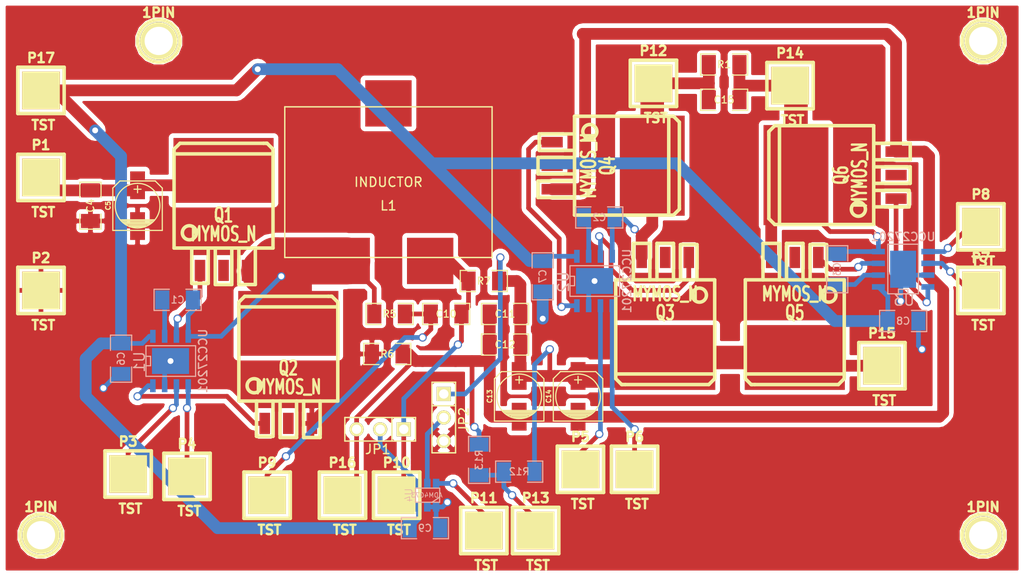
<source format=kicad_pcb>
(kicad_pcb (version 3) (host pcbnew "(2013-07-07 BZR 4022)-stable")

  (general
    (links 95)
    (no_connects 6)
    (area 75.591999 29.871999 186.028001 92.048001)
    (thickness 1.6)
    (drawings 4)
    (tracks 283)
    (zones 0)
    (modules 55)
    (nets 30)
  )

  (page A3)
  (layers
    (15 F.Cu signal)
    (0 B.Cu signal)
    (16 B.Adhes user)
    (17 F.Adhes user)
    (18 B.Paste user)
    (19 F.Paste user)
    (20 B.SilkS user)
    (21 F.SilkS user)
    (22 B.Mask user)
    (23 F.Mask user)
    (24 Dwgs.User user)
    (25 Cmts.User user)
    (26 Eco1.User user)
    (27 Eco2.User user)
    (28 Edge.Cuts user)
  )

  (setup
    (last_trace_width 1.27)
    (user_trace_width 0.508)
    (user_trace_width 0.762)
    (user_trace_width 1.016)
    (user_trace_width 1.27)
    (user_trace_width 2.54)
    (user_trace_width 5.08)
    (trace_clearance 0.254)
    (zone_clearance 0.508)
    (zone_45_only no)
    (trace_min 0.254)
    (segment_width 0.2)
    (edge_width 0.1)
    (via_size 0.889)
    (via_drill 0.635)
    (via_min_size 0.889)
    (via_min_drill 0.508)
    (uvia_size 0.508)
    (uvia_drill 0.127)
    (uvias_allowed no)
    (uvia_min_size 0.508)
    (uvia_min_drill 0.127)
    (pcb_text_width 0.3)
    (pcb_text_size 1.5 1.5)
    (mod_edge_width 0.15)
    (mod_text_size 1 1)
    (mod_text_width 0.15)
    (pad_size 5 5)
    (pad_drill 0)
    (pad_to_mask_clearance 0)
    (aux_axis_origin 0 0)
    (visible_elements 7FFFFFFF)
    (pcbplotparams
      (layerselection 32538625)
      (usegerberextensions true)
      (excludeedgelayer true)
      (linewidth 0.150000)
      (plotframeref false)
      (viasonmask false)
      (mode 1)
      (useauxorigin false)
      (hpglpennumber 1)
      (hpglpenspeed 20)
      (hpglpendiameter 15)
      (hpglpenoverlay 2)
      (psnegative false)
      (psa4output false)
      (plotreference true)
      (plotvalue true)
      (plotothertext true)
      (plotinvisibletext false)
      (padsonsilk false)
      (subtractmaskfromsilk false)
      (outputformat 1)
      (mirror false)
      (drillshape 0)
      (scaleselection 1)
      (outputdirectory gerbers/))
  )

  (net 0 "")
  (net 1 /A)
  (net 2 /AHSDRIVE)
  (net 3 /ALSDRIVE)
  (net 4 /B)
  (net 5 /BHSDRIVE)
  (net 6 /BLSDRIVE)
  (net 7 /BUCKMID)
  (net 8 /HSFETDRIVE)
  (net 9 /LSFETDRIVE)
  (net 10 /SENSENEGTOP)
  (net 11 /SENSEPOSBOT)
  (net 12 /SENSEPOSTOP)
  (net 13 GND)
  (net 14 N-0000010)
  (net 15 N-0000011)
  (net 16 N-0000012)
  (net 17 N-0000015)
  (net 18 N-0000016)
  (net 19 N-0000017)
  (net 20 N-0000018)
  (net 21 N-0000021)
  (net 22 N-0000022)
  (net 23 N-0000023)
  (net 24 N-000003)
  (net 25 N-000004)
  (net 26 N-000005)
  (net 27 N-000007)
  (net 28 N-000008)
  (net 29 VCC)

  (net_class Default "This is the default net class."
    (clearance 0.254)
    (trace_width 0.254)
    (via_dia 0.889)
    (via_drill 0.635)
    (uvia_dia 0.508)
    (uvia_drill 0.127)
    (add_net "")
    (add_net /A)
    (add_net /AHSDRIVE)
    (add_net /ALSDRIVE)
    (add_net /B)
    (add_net /BHSDRIVE)
    (add_net /BLSDRIVE)
    (add_net /BUCKMID)
    (add_net /HSFETDRIVE)
    (add_net /LSFETDRIVE)
    (add_net /SENSENEGTOP)
    (add_net /SENSEPOSBOT)
    (add_net /SENSEPOSTOP)
    (add_net GND)
    (add_net N-0000010)
    (add_net N-0000011)
    (add_net N-0000012)
    (add_net N-0000015)
    (add_net N-0000016)
    (add_net N-0000017)
    (add_net N-0000018)
    (add_net N-0000021)
    (add_net N-0000022)
    (add_net N-0000023)
    (add_net N-000003)
    (add_net N-000004)
    (add_net N-000005)
    (add_net N-000007)
    (add_net N-000008)
    (add_net VCC)
  )

  (module TO263 (layer F.Cu) (tedit 4FBE28C7) (tstamp 542C97D1)
    (at 172.212 48.768 90)
    (path /542C8A12)
    (attr smd)
    (fp_text reference Q6 (at 0 -5.969 90) (layer F.SilkS)
      (effects (font (size 1.524 1.016) (thickness 0.254)))
    )
    (fp_text value MYMOS_N (at 0 -3.937 90) (layer F.SilkS)
      (effects (font (size 1.524 1.016) (thickness 0.254)))
    )
    (fp_line (start 1.651 -2.413) (end 1.651 1.524) (layer F.SilkS) (width 0.381))
    (fp_line (start 1.651 1.524) (end 3.429 1.524) (layer F.SilkS) (width 0.381))
    (fp_line (start 3.429 1.524) (end 3.429 -2.413) (layer F.SilkS) (width 0.381))
    (fp_line (start -0.889 -2.413) (end -0.889 1.524) (layer F.SilkS) (width 0.381))
    (fp_line (start -0.889 1.524) (end 0.889 1.524) (layer F.SilkS) (width 0.381))
    (fp_line (start 0.889 1.524) (end 0.889 -2.413) (layer F.SilkS) (width 0.381))
    (fp_line (start -3.429 -2.413) (end -3.429 1.397) (layer F.SilkS) (width 0.381))
    (fp_line (start -3.429 1.397) (end -1.778 1.397) (layer F.SilkS) (width 0.381))
    (fp_line (start -1.778 1.397) (end -1.651 1.397) (layer F.SilkS) (width 0.381))
    (fp_line (start -1.651 1.397) (end -1.651 -2.413) (layer F.SilkS) (width 0.381))
    (fp_circle (center -3.683 -4.064) (end -3.683 -3.302) (layer F.SilkS) (width 0.381))
    (fp_line (start -5.334 -2.413) (end -5.334 -13.081) (layer F.SilkS) (width 0.381))
    (fp_line (start -5.334 -13.081) (end -4.699 -13.716) (layer F.SilkS) (width 0.381))
    (fp_line (start -4.699 -13.716) (end 4.318 -13.716) (layer F.SilkS) (width 0.381))
    (fp_line (start 4.318 -13.716) (end 4.572 -13.716) (layer F.SilkS) (width 0.381))
    (fp_line (start 4.572 -13.716) (end 4.699 -13.716) (layer F.SilkS) (width 0.381))
    (fp_line (start 4.699 -13.716) (end 5.334 -13.081) (layer F.SilkS) (width 0.381))
    (fp_line (start 5.334 -13.081) (end 5.334 -2.413) (layer F.SilkS) (width 0.381))
    (fp_line (start -5.334 -2.413) (end 5.334 -2.413) (layer F.SilkS) (width 0.381))
    (fp_line (start 5.334 -12.573) (end -5.334 -12.573) (layer F.SilkS) (width 0.381))
    (pad 1 smd rect (at -2.54 0 90) (size 1.143 2.286)
      (layers F.Cu F.Paste F.Mask)
      (net 6 /BLSDRIVE)
    )
    (pad 2 smd rect (at 0 -10.795 90) (size 10.80008 6.9977)
      (layers F.Cu F.Paste F.Mask)
      (net 4 /B)
    )
    (pad 3 smd rect (at 2.54 0 90) (size 1.143 2.286)
      (layers F.Cu F.Paste F.Mask)
      (net 11 /SENSEPOSBOT)
    )
    (pad 2 smd rect (at 0 0 90) (size 1.143 2.286)
      (layers F.Cu F.Paste F.Mask)
      (net 4 /B)
    )
  )

  (module TO263 (layer F.Cu) (tedit 4FBE28C7) (tstamp 542C97ED)
    (at 135.128 47.752 270)
    (path /542C8A03)
    (attr smd)
    (fp_text reference Q4 (at 0 -5.969 270) (layer F.SilkS)
      (effects (font (size 1.524 1.016) (thickness 0.254)))
    )
    (fp_text value MYMOS_N (at 0 -3.937 270) (layer F.SilkS)
      (effects (font (size 1.524 1.016) (thickness 0.254)))
    )
    (fp_line (start 1.651 -2.413) (end 1.651 1.524) (layer F.SilkS) (width 0.381))
    (fp_line (start 1.651 1.524) (end 3.429 1.524) (layer F.SilkS) (width 0.381))
    (fp_line (start 3.429 1.524) (end 3.429 -2.413) (layer F.SilkS) (width 0.381))
    (fp_line (start -0.889 -2.413) (end -0.889 1.524) (layer F.SilkS) (width 0.381))
    (fp_line (start -0.889 1.524) (end 0.889 1.524) (layer F.SilkS) (width 0.381))
    (fp_line (start 0.889 1.524) (end 0.889 -2.413) (layer F.SilkS) (width 0.381))
    (fp_line (start -3.429 -2.413) (end -3.429 1.397) (layer F.SilkS) (width 0.381))
    (fp_line (start -3.429 1.397) (end -1.778 1.397) (layer F.SilkS) (width 0.381))
    (fp_line (start -1.778 1.397) (end -1.651 1.397) (layer F.SilkS) (width 0.381))
    (fp_line (start -1.651 1.397) (end -1.651 -2.413) (layer F.SilkS) (width 0.381))
    (fp_circle (center -3.683 -4.064) (end -3.683 -3.302) (layer F.SilkS) (width 0.381))
    (fp_line (start -5.334 -2.413) (end -5.334 -13.081) (layer F.SilkS) (width 0.381))
    (fp_line (start -5.334 -13.081) (end -4.699 -13.716) (layer F.SilkS) (width 0.381))
    (fp_line (start -4.699 -13.716) (end 4.318 -13.716) (layer F.SilkS) (width 0.381))
    (fp_line (start 4.318 -13.716) (end 4.572 -13.716) (layer F.SilkS) (width 0.381))
    (fp_line (start 4.572 -13.716) (end 4.699 -13.716) (layer F.SilkS) (width 0.381))
    (fp_line (start 4.699 -13.716) (end 5.334 -13.081) (layer F.SilkS) (width 0.381))
    (fp_line (start 5.334 -13.081) (end 5.334 -2.413) (layer F.SilkS) (width 0.381))
    (fp_line (start -5.334 -2.413) (end 5.334 -2.413) (layer F.SilkS) (width 0.381))
    (fp_line (start 5.334 -12.573) (end -5.334 -12.573) (layer F.SilkS) (width 0.381))
    (pad 1 smd rect (at -2.54 0 270) (size 1.143 2.286)
      (layers F.Cu F.Paste F.Mask)
      (net 3 /ALSDRIVE)
    )
    (pad 2 smd rect (at 0 -10.795 270) (size 10.80008 6.9977)
      (layers F.Cu F.Paste F.Mask)
      (net 1 /A)
    )
    (pad 3 smd rect (at 2.54 0 270) (size 1.143 2.286)
      (layers F.Cu F.Paste F.Mask)
      (net 11 /SENSEPOSBOT)
    )
    (pad 2 smd rect (at 0 0 270) (size 1.143 2.286)
      (layers F.Cu F.Paste F.Mask)
      (net 1 /A)
    )
  )

  (module TO263 (layer F.Cu) (tedit 4FBE28C7) (tstamp 542C9809)
    (at 161.29 57.658 180)
    (path /542C89F4)
    (attr smd)
    (fp_text reference Q5 (at 0 -5.969 180) (layer F.SilkS)
      (effects (font (size 1.524 1.016) (thickness 0.254)))
    )
    (fp_text value MYMOS_N (at 0 -3.937 180) (layer F.SilkS)
      (effects (font (size 1.524 1.016) (thickness 0.254)))
    )
    (fp_line (start 1.651 -2.413) (end 1.651 1.524) (layer F.SilkS) (width 0.381))
    (fp_line (start 1.651 1.524) (end 3.429 1.524) (layer F.SilkS) (width 0.381))
    (fp_line (start 3.429 1.524) (end 3.429 -2.413) (layer F.SilkS) (width 0.381))
    (fp_line (start -0.889 -2.413) (end -0.889 1.524) (layer F.SilkS) (width 0.381))
    (fp_line (start -0.889 1.524) (end 0.889 1.524) (layer F.SilkS) (width 0.381))
    (fp_line (start 0.889 1.524) (end 0.889 -2.413) (layer F.SilkS) (width 0.381))
    (fp_line (start -3.429 -2.413) (end -3.429 1.397) (layer F.SilkS) (width 0.381))
    (fp_line (start -3.429 1.397) (end -1.778 1.397) (layer F.SilkS) (width 0.381))
    (fp_line (start -1.778 1.397) (end -1.651 1.397) (layer F.SilkS) (width 0.381))
    (fp_line (start -1.651 1.397) (end -1.651 -2.413) (layer F.SilkS) (width 0.381))
    (fp_circle (center -3.683 -4.064) (end -3.683 -3.302) (layer F.SilkS) (width 0.381))
    (fp_line (start -5.334 -2.413) (end -5.334 -13.081) (layer F.SilkS) (width 0.381))
    (fp_line (start -5.334 -13.081) (end -4.699 -13.716) (layer F.SilkS) (width 0.381))
    (fp_line (start -4.699 -13.716) (end 4.318 -13.716) (layer F.SilkS) (width 0.381))
    (fp_line (start 4.318 -13.716) (end 4.572 -13.716) (layer F.SilkS) (width 0.381))
    (fp_line (start 4.572 -13.716) (end 4.699 -13.716) (layer F.SilkS) (width 0.381))
    (fp_line (start 4.699 -13.716) (end 5.334 -13.081) (layer F.SilkS) (width 0.381))
    (fp_line (start 5.334 -13.081) (end 5.334 -2.413) (layer F.SilkS) (width 0.381))
    (fp_line (start -5.334 -2.413) (end 5.334 -2.413) (layer F.SilkS) (width 0.381))
    (fp_line (start 5.334 -12.573) (end -5.334 -12.573) (layer F.SilkS) (width 0.381))
    (pad 1 smd rect (at -2.54 0 180) (size 1.143 2.286)
      (layers F.Cu F.Paste F.Mask)
      (net 5 /BHSDRIVE)
    )
    (pad 2 smd rect (at 0 -10.795 180) (size 10.80008 6.9977)
      (layers F.Cu F.Paste F.Mask)
      (net 10 /SENSENEGTOP)
    )
    (pad 3 smd rect (at 2.54 0 180) (size 1.143 2.286)
      (layers F.Cu F.Paste F.Mask)
      (net 4 /B)
    )
    (pad 2 smd rect (at 0 0 180) (size 1.143 2.286)
      (layers F.Cu F.Paste F.Mask)
      (net 10 /SENSENEGTOP)
    )
  )

  (module TO263 (layer F.Cu) (tedit 4FBE28C7) (tstamp 542C9825)
    (at 147.32 57.658 180)
    (path /542C89E5)
    (attr smd)
    (fp_text reference Q3 (at 0 -5.969 180) (layer F.SilkS)
      (effects (font (size 1.524 1.016) (thickness 0.254)))
    )
    (fp_text value MYMOS_N (at 0 -3.937 180) (layer F.SilkS)
      (effects (font (size 1.524 1.016) (thickness 0.254)))
    )
    (fp_line (start 1.651 -2.413) (end 1.651 1.524) (layer F.SilkS) (width 0.381))
    (fp_line (start 1.651 1.524) (end 3.429 1.524) (layer F.SilkS) (width 0.381))
    (fp_line (start 3.429 1.524) (end 3.429 -2.413) (layer F.SilkS) (width 0.381))
    (fp_line (start -0.889 -2.413) (end -0.889 1.524) (layer F.SilkS) (width 0.381))
    (fp_line (start -0.889 1.524) (end 0.889 1.524) (layer F.SilkS) (width 0.381))
    (fp_line (start 0.889 1.524) (end 0.889 -2.413) (layer F.SilkS) (width 0.381))
    (fp_line (start -3.429 -2.413) (end -3.429 1.397) (layer F.SilkS) (width 0.381))
    (fp_line (start -3.429 1.397) (end -1.778 1.397) (layer F.SilkS) (width 0.381))
    (fp_line (start -1.778 1.397) (end -1.651 1.397) (layer F.SilkS) (width 0.381))
    (fp_line (start -1.651 1.397) (end -1.651 -2.413) (layer F.SilkS) (width 0.381))
    (fp_circle (center -3.683 -4.064) (end -3.683 -3.302) (layer F.SilkS) (width 0.381))
    (fp_line (start -5.334 -2.413) (end -5.334 -13.081) (layer F.SilkS) (width 0.381))
    (fp_line (start -5.334 -13.081) (end -4.699 -13.716) (layer F.SilkS) (width 0.381))
    (fp_line (start -4.699 -13.716) (end 4.318 -13.716) (layer F.SilkS) (width 0.381))
    (fp_line (start 4.318 -13.716) (end 4.572 -13.716) (layer F.SilkS) (width 0.381))
    (fp_line (start 4.572 -13.716) (end 4.699 -13.716) (layer F.SilkS) (width 0.381))
    (fp_line (start 4.699 -13.716) (end 5.334 -13.081) (layer F.SilkS) (width 0.381))
    (fp_line (start 5.334 -13.081) (end 5.334 -2.413) (layer F.SilkS) (width 0.381))
    (fp_line (start -5.334 -2.413) (end 5.334 -2.413) (layer F.SilkS) (width 0.381))
    (fp_line (start 5.334 -12.573) (end -5.334 -12.573) (layer F.SilkS) (width 0.381))
    (pad 1 smd rect (at -2.54 0 180) (size 1.143 2.286)
      (layers F.Cu F.Paste F.Mask)
      (net 2 /AHSDRIVE)
    )
    (pad 2 smd rect (at 0 -10.795 180) (size 10.80008 6.9977)
      (layers F.Cu F.Paste F.Mask)
      (net 10 /SENSENEGTOP)
    )
    (pad 3 smd rect (at 2.54 0 180) (size 1.143 2.286)
      (layers F.Cu F.Paste F.Mask)
      (net 1 /A)
    )
    (pad 2 smd rect (at 0 0 180) (size 1.143 2.286)
      (layers F.Cu F.Paste F.Mask)
      (net 10 /SENSENEGTOP)
    )
  )

  (module TO263 (layer F.Cu) (tedit 4FBE28C7) (tstamp 542C9841)
    (at 106.68 75.565)
    (path /542C89D6)
    (attr smd)
    (fp_text reference Q2 (at 0 -5.969) (layer F.SilkS)
      (effects (font (size 1.524 1.016) (thickness 0.254)))
    )
    (fp_text value MYMOS_N (at 0 -3.937) (layer F.SilkS)
      (effects (font (size 1.524 1.016) (thickness 0.254)))
    )
    (fp_line (start 1.651 -2.413) (end 1.651 1.524) (layer F.SilkS) (width 0.381))
    (fp_line (start 1.651 1.524) (end 3.429 1.524) (layer F.SilkS) (width 0.381))
    (fp_line (start 3.429 1.524) (end 3.429 -2.413) (layer F.SilkS) (width 0.381))
    (fp_line (start -0.889 -2.413) (end -0.889 1.524) (layer F.SilkS) (width 0.381))
    (fp_line (start -0.889 1.524) (end 0.889 1.524) (layer F.SilkS) (width 0.381))
    (fp_line (start 0.889 1.524) (end 0.889 -2.413) (layer F.SilkS) (width 0.381))
    (fp_line (start -3.429 -2.413) (end -3.429 1.397) (layer F.SilkS) (width 0.381))
    (fp_line (start -3.429 1.397) (end -1.778 1.397) (layer F.SilkS) (width 0.381))
    (fp_line (start -1.778 1.397) (end -1.651 1.397) (layer F.SilkS) (width 0.381))
    (fp_line (start -1.651 1.397) (end -1.651 -2.413) (layer F.SilkS) (width 0.381))
    (fp_circle (center -3.683 -4.064) (end -3.683 -3.302) (layer F.SilkS) (width 0.381))
    (fp_line (start -5.334 -2.413) (end -5.334 -13.081) (layer F.SilkS) (width 0.381))
    (fp_line (start -5.334 -13.081) (end -4.699 -13.716) (layer F.SilkS) (width 0.381))
    (fp_line (start -4.699 -13.716) (end 4.318 -13.716) (layer F.SilkS) (width 0.381))
    (fp_line (start 4.318 -13.716) (end 4.572 -13.716) (layer F.SilkS) (width 0.381))
    (fp_line (start 4.572 -13.716) (end 4.699 -13.716) (layer F.SilkS) (width 0.381))
    (fp_line (start 4.699 -13.716) (end 5.334 -13.081) (layer F.SilkS) (width 0.381))
    (fp_line (start 5.334 -13.081) (end 5.334 -2.413) (layer F.SilkS) (width 0.381))
    (fp_line (start -5.334 -2.413) (end 5.334 -2.413) (layer F.SilkS) (width 0.381))
    (fp_line (start 5.334 -12.573) (end -5.334 -12.573) (layer F.SilkS) (width 0.381))
    (pad 1 smd rect (at -2.54 0) (size 1.143 2.286)
      (layers F.Cu F.Paste F.Mask)
      (net 9 /LSFETDRIVE)
    )
    (pad 2 smd rect (at 0 -10.795) (size 10.80008 6.9977)
      (layers F.Cu F.Paste F.Mask)
      (net 7 /BUCKMID)
    )
    (pad 3 smd rect (at 2.54 0) (size 1.143 2.286)
      (layers F.Cu F.Paste F.Mask)
      (net 13 GND)
    )
    (pad 2 smd rect (at 0 0) (size 1.143 2.286)
      (layers F.Cu F.Paste F.Mask)
      (net 7 /BUCKMID)
    )
  )

  (module TO263 (layer F.Cu) (tedit 4FBE28C7) (tstamp 542C985D)
    (at 99.695 59.055)
    (path /542C89C7)
    (attr smd)
    (fp_text reference Q1 (at 0 -5.969) (layer F.SilkS)
      (effects (font (size 1.524 1.016) (thickness 0.254)))
    )
    (fp_text value MYMOS_N (at 0 -3.937) (layer F.SilkS)
      (effects (font (size 1.524 1.016) (thickness 0.254)))
    )
    (fp_line (start 1.651 -2.413) (end 1.651 1.524) (layer F.SilkS) (width 0.381))
    (fp_line (start 1.651 1.524) (end 3.429 1.524) (layer F.SilkS) (width 0.381))
    (fp_line (start 3.429 1.524) (end 3.429 -2.413) (layer F.SilkS) (width 0.381))
    (fp_line (start -0.889 -2.413) (end -0.889 1.524) (layer F.SilkS) (width 0.381))
    (fp_line (start -0.889 1.524) (end 0.889 1.524) (layer F.SilkS) (width 0.381))
    (fp_line (start 0.889 1.524) (end 0.889 -2.413) (layer F.SilkS) (width 0.381))
    (fp_line (start -3.429 -2.413) (end -3.429 1.397) (layer F.SilkS) (width 0.381))
    (fp_line (start -3.429 1.397) (end -1.778 1.397) (layer F.SilkS) (width 0.381))
    (fp_line (start -1.778 1.397) (end -1.651 1.397) (layer F.SilkS) (width 0.381))
    (fp_line (start -1.651 1.397) (end -1.651 -2.413) (layer F.SilkS) (width 0.381))
    (fp_circle (center -3.683 -4.064) (end -3.683 -3.302) (layer F.SilkS) (width 0.381))
    (fp_line (start -5.334 -2.413) (end -5.334 -13.081) (layer F.SilkS) (width 0.381))
    (fp_line (start -5.334 -13.081) (end -4.699 -13.716) (layer F.SilkS) (width 0.381))
    (fp_line (start -4.699 -13.716) (end 4.318 -13.716) (layer F.SilkS) (width 0.381))
    (fp_line (start 4.318 -13.716) (end 4.572 -13.716) (layer F.SilkS) (width 0.381))
    (fp_line (start 4.572 -13.716) (end 4.699 -13.716) (layer F.SilkS) (width 0.381))
    (fp_line (start 4.699 -13.716) (end 5.334 -13.081) (layer F.SilkS) (width 0.381))
    (fp_line (start 5.334 -13.081) (end 5.334 -2.413) (layer F.SilkS) (width 0.381))
    (fp_line (start -5.334 -2.413) (end 5.334 -2.413) (layer F.SilkS) (width 0.381))
    (fp_line (start 5.334 -12.573) (end -5.334 -12.573) (layer F.SilkS) (width 0.381))
    (pad 1 smd rect (at -2.54 0) (size 1.143 2.286)
      (layers F.Cu F.Paste F.Mask)
      (net 8 /HSFETDRIVE)
    )
    (pad 2 smd rect (at 0 -10.795) (size 10.80008 6.9977)
      (layers F.Cu F.Paste F.Mask)
      (net 18 N-0000016)
    )
    (pad 3 smd rect (at 2.54 0) (size 1.143 2.286)
      (layers F.Cu F.Paste F.Mask)
      (net 7 /BUCKMID)
    )
    (pad 2 smd rect (at 0 0) (size 1.143 2.286)
      (layers F.Cu F.Paste F.Mask)
      (net 18 N-0000016)
    )
  )

  (module SOT23_6 (layer B.Cu) (tedit 4ECF791C) (tstamp 542C986C)
    (at 121.666 83.312 180)
    (path /542B8378)
    (fp_text reference U4 (at 1.99898 0 450) (layer B.SilkS)
      (effects (font (size 0.762 0.762) (thickness 0.0762)) (justify mirror))
    )
    (fp_text value ADM4073 (at 0.0635 0 180) (layer B.SilkS)
      (effects (font (size 0.50038 0.50038) (thickness 0.0762)) (justify mirror))
    )
    (fp_line (start -0.508 -0.762) (end -1.27 -0.254) (layer B.SilkS) (width 0.127))
    (fp_line (start 1.27 -0.762) (end -1.3335 -0.762) (layer B.SilkS) (width 0.127))
    (fp_line (start -1.3335 -0.762) (end -1.3335 0.762) (layer B.SilkS) (width 0.127))
    (fp_line (start -1.3335 0.762) (end 1.27 0.762) (layer B.SilkS) (width 0.127))
    (fp_line (start 1.27 0.762) (end 1.27 -0.762) (layer B.SilkS) (width 0.127))
    (pad 6 smd rect (at -0.9525 1.27 180) (size 0.70104 1.00076)
      (layers B.Cu B.Paste B.Mask)
      (net 28 N-000008)
    )
    (pad 5 smd rect (at 0 1.27 180) (size 0.70104 1.00076)
      (layers B.Cu B.Paste B.Mask)
      (net 15 N-0000011)
    )
    (pad 4 smd rect (at 0.9525 1.27 180) (size 0.70104 1.00076)
      (layers B.Cu B.Paste B.Mask)
      (net 16 N-0000012)
    )
    (pad 3 smd rect (at 0.9525 -1.27 180) (size 0.70104 1.00076)
      (layers B.Cu B.Paste B.Mask)
      (net 29 VCC)
    )
    (pad 2 smd rect (at 0 -1.27 180) (size 0.70104 1.00076)
      (layers B.Cu B.Paste B.Mask)
      (net 13 GND)
    )
    (pad 1 smd rect (at -0.9525 -1.27 180) (size 0.70104 1.00076)
      (layers B.Cu B.Paste B.Mask)
      (net 13 GND)
    )
    (model smd/SOT23_6.wrl
      (at (xyz 0 0 0))
      (scale (xyz 0.11 0.11 0.11))
      (rotate (xyz 0 0 0))
    )
  )

  (module SO8_WITH_EP (layer B.Cu) (tedit 4F33A7F1) (tstamp 542C9880)
    (at 93.98 68.834)
    (descr "SO8 with exposed pad")
    (tags "SMD SO8")
    (path /542B58A7)
    (attr smd)
    (fp_text reference U1 (at -3.35026 0.09906 270) (layer B.SilkS)
      (effects (font (size 1.143 1.143) (thickness 0.1524)) (justify mirror))
    )
    (fp_text value UCC27201 (at 3.50012 0 270) (layer B.SilkS)
      (effects (font (size 0.889 0.889) (thickness 0.1524)) (justify mirror))
    )
    (fp_line (start 2.70002 -1.651) (end -2.64922 -1.651) (layer B.SilkS) (width 0.127))
    (fp_line (start -2.64922 1.651) (end 2.70002 1.651) (layer B.SilkS) (width 0.127))
    (fp_line (start 2.70002 1.651) (end 2.70002 -1.651) (layer B.SilkS) (width 0.127))
    (fp_line (start -2.64922 1.651) (end -2.64922 -1.651) (layer B.SilkS) (width 0.127))
    (fp_line (start -2.667 0.508) (end -2.159 0.508) (layer B.SilkS) (width 0.127))
    (fp_line (start -2.159 0.508) (end -2.159 -0.508) (layer B.SilkS) (width 0.127))
    (fp_line (start -2.159 -0.508) (end -2.667 -0.508) (layer B.SilkS) (width 0.127))
    (pad 8 smd rect (at -1.905 2.667) (size 0.59944 1.39954)
      (layers B.Cu B.Paste B.Mask)
      (net 9 /LSFETDRIVE)
    )
    (pad 1 smd rect (at -1.905 -2.667) (size 0.59944 1.39954)
      (layers B.Cu B.Paste B.Mask)
      (net 29 VCC)
    )
    (pad 7 smd rect (at -0.635 2.667) (size 0.59944 1.39954)
      (layers B.Cu B.Paste B.Mask)
      (net 13 GND)
    )
    (pad 6 smd rect (at 0.635 2.667) (size 0.59944 1.39954)
      (layers B.Cu B.Paste B.Mask)
      (net 20 N-0000018)
    )
    (pad 5 smd rect (at 1.905 2.667) (size 0.59944 1.39954)
      (layers B.Cu B.Paste B.Mask)
      (net 19 N-0000017)
    )
    (pad 2 smd rect (at -0.635 -2.667) (size 0.59944 1.39954)
      (layers B.Cu B.Paste B.Mask)
      (net 24 N-000003)
    )
    (pad 3 smd rect (at 0.635 -2.667) (size 0.59944 1.39954)
      (layers B.Cu B.Paste B.Mask)
      (net 8 /HSFETDRIVE)
    )
    (pad 4 smd rect (at 1.905 -2.667) (size 0.59944 1.39954)
      (layers B.Cu B.Paste B.Mask)
      (net 7 /BUCKMID)
    )
    (pad 9 smd rect (at 0 0) (size 4.0005 2.79908)
      (layers B.Cu B.Paste B.Mask)
      (net 13 GND)
    )
    (model smd/cms_so8.wrl
      (at (xyz 0 0 0))
      (scale (xyz 0.5 0.32 0.5))
      (rotate (xyz 0 0 0))
    )
  )

  (module SO8_WITH_EP (layer B.Cu) (tedit 4F33A7F1) (tstamp 542C9894)
    (at 139.7 60.198)
    (descr "SO8 with exposed pad")
    (tags "SMD SO8")
    (path /542B58B6)
    (attr smd)
    (fp_text reference U2 (at -3.35026 0.09906 270) (layer B.SilkS)
      (effects (font (size 1.143 1.143) (thickness 0.1524)) (justify mirror))
    )
    (fp_text value UCC27201 (at 3.50012 0 270) (layer B.SilkS)
      (effects (font (size 0.889 0.889) (thickness 0.1524)) (justify mirror))
    )
    (fp_line (start 2.70002 -1.651) (end -2.64922 -1.651) (layer B.SilkS) (width 0.127))
    (fp_line (start -2.64922 1.651) (end 2.70002 1.651) (layer B.SilkS) (width 0.127))
    (fp_line (start 2.70002 1.651) (end 2.70002 -1.651) (layer B.SilkS) (width 0.127))
    (fp_line (start -2.64922 1.651) (end -2.64922 -1.651) (layer B.SilkS) (width 0.127))
    (fp_line (start -2.667 0.508) (end -2.159 0.508) (layer B.SilkS) (width 0.127))
    (fp_line (start -2.159 0.508) (end -2.159 -0.508) (layer B.SilkS) (width 0.127))
    (fp_line (start -2.159 -0.508) (end -2.667 -0.508) (layer B.SilkS) (width 0.127))
    (pad 8 smd rect (at -1.905 2.667) (size 0.59944 1.39954)
      (layers B.Cu B.Paste B.Mask)
      (net 3 /ALSDRIVE)
    )
    (pad 1 smd rect (at -1.905 -2.667) (size 0.59944 1.39954)
      (layers B.Cu B.Paste B.Mask)
      (net 29 VCC)
    )
    (pad 7 smd rect (at -0.635 2.667) (size 0.59944 1.39954)
      (layers B.Cu B.Paste B.Mask)
      (net 13 GND)
    )
    (pad 6 smd rect (at 0.635 2.667) (size 0.59944 1.39954)
      (layers B.Cu B.Paste B.Mask)
      (net 23 N-0000023)
    )
    (pad 5 smd rect (at 1.905 2.667) (size 0.59944 1.39954)
      (layers B.Cu B.Paste B.Mask)
      (net 22 N-0000022)
    )
    (pad 2 smd rect (at -0.635 -2.667) (size 0.59944 1.39954)
      (layers B.Cu B.Paste B.Mask)
      (net 26 N-000005)
    )
    (pad 3 smd rect (at 0.635 -2.667) (size 0.59944 1.39954)
      (layers B.Cu B.Paste B.Mask)
      (net 2 /AHSDRIVE)
    )
    (pad 4 smd rect (at 1.905 -2.667) (size 0.59944 1.39954)
      (layers B.Cu B.Paste B.Mask)
      (net 1 /A)
    )
    (pad 9 smd rect (at 0 0) (size 4.0005 2.79908)
      (layers B.Cu B.Paste B.Mask)
      (net 13 GND)
    )
    (model smd/cms_so8.wrl
      (at (xyz 0 0 0))
      (scale (xyz 0.5 0.32 0.5))
      (rotate (xyz 0 0 0))
    )
  )

  (module SO8_WITH_EP (layer B.Cu) (tedit 4F33A7F1) (tstamp 542C98A8)
    (at 172.974 58.928 90)
    (descr "SO8 with exposed pad")
    (tags "SMD SO8")
    (path /542B58C5)
    (attr smd)
    (fp_text reference U3 (at -3.35026 0.09906 360) (layer B.SilkS)
      (effects (font (size 1.143 1.143) (thickness 0.1524)) (justify mirror))
    )
    (fp_text value UCC27201 (at 3.50012 0 360) (layer B.SilkS)
      (effects (font (size 0.889 0.889) (thickness 0.1524)) (justify mirror))
    )
    (fp_line (start 2.70002 -1.651) (end -2.64922 -1.651) (layer B.SilkS) (width 0.127))
    (fp_line (start -2.64922 1.651) (end 2.70002 1.651) (layer B.SilkS) (width 0.127))
    (fp_line (start 2.70002 1.651) (end 2.70002 -1.651) (layer B.SilkS) (width 0.127))
    (fp_line (start -2.64922 1.651) (end -2.64922 -1.651) (layer B.SilkS) (width 0.127))
    (fp_line (start -2.667 0.508) (end -2.159 0.508) (layer B.SilkS) (width 0.127))
    (fp_line (start -2.159 0.508) (end -2.159 -0.508) (layer B.SilkS) (width 0.127))
    (fp_line (start -2.159 -0.508) (end -2.667 -0.508) (layer B.SilkS) (width 0.127))
    (pad 8 smd rect (at -1.905 2.667 90) (size 0.59944 1.39954)
      (layers B.Cu B.Paste B.Mask)
      (net 6 /BLSDRIVE)
    )
    (pad 1 smd rect (at -1.905 -2.667 90) (size 0.59944 1.39954)
      (layers B.Cu B.Paste B.Mask)
      (net 29 VCC)
    )
    (pad 7 smd rect (at -0.635 2.667 90) (size 0.59944 1.39954)
      (layers B.Cu B.Paste B.Mask)
      (net 13 GND)
    )
    (pad 6 smd rect (at 0.635 2.667 90) (size 0.59944 1.39954)
      (layers B.Cu B.Paste B.Mask)
      (net 21 N-0000021)
    )
    (pad 5 smd rect (at 1.905 2.667 90) (size 0.59944 1.39954)
      (layers B.Cu B.Paste B.Mask)
      (net 17 N-0000015)
    )
    (pad 2 smd rect (at -0.635 -2.667 90) (size 0.59944 1.39954)
      (layers B.Cu B.Paste B.Mask)
      (net 25 N-000004)
    )
    (pad 3 smd rect (at 0.635 -2.667 90) (size 0.59944 1.39954)
      (layers B.Cu B.Paste B.Mask)
      (net 5 /BHSDRIVE)
    )
    (pad 4 smd rect (at 1.905 -2.667 90) (size 0.59944 1.39954)
      (layers B.Cu B.Paste B.Mask)
      (net 4 /B)
    )
    (pad 9 smd rect (at 0 0 90) (size 4.0005 2.79908)
      (layers B.Cu B.Paste B.Mask)
      (net 13 GND)
    )
    (model smd/cms_so8.wrl
      (at (xyz 0 0 0))
      (scale (xyz 0.5 0.32 0.5))
      (rotate (xyz 0 0 0))
    )
  )

  (module SM1206 (layer B.Cu) (tedit 42806E24) (tstamp 542C98B4)
    (at 131.572 80.772 180)
    (path /542B91EF)
    (attr smd)
    (fp_text reference R12 (at 0 0 180) (layer B.SilkS)
      (effects (font (size 0.762 0.762) (thickness 0.127)) (justify mirror))
    )
    (fp_text value R (at 0 0 180) (layer B.SilkS) hide
      (effects (font (size 0.762 0.762) (thickness 0.127)) (justify mirror))
    )
    (fp_line (start -2.54 1.143) (end -2.54 -1.143) (layer B.SilkS) (width 0.127))
    (fp_line (start -2.54 -1.143) (end -0.889 -1.143) (layer B.SilkS) (width 0.127))
    (fp_line (start 0.889 1.143) (end 2.54 1.143) (layer B.SilkS) (width 0.127))
    (fp_line (start 2.54 1.143) (end 2.54 -1.143) (layer B.SilkS) (width 0.127))
    (fp_line (start 2.54 -1.143) (end 0.889 -1.143) (layer B.SilkS) (width 0.127))
    (fp_line (start -0.889 1.143) (end -2.54 1.143) (layer B.SilkS) (width 0.127))
    (pad 1 smd rect (at -1.651 0 180) (size 1.524 2.032)
      (layers B.Cu B.Paste B.Mask)
      (net 10 /SENSENEGTOP)
    )
    (pad 2 smd rect (at 1.651 0 180) (size 1.524 2.032)
      (layers B.Cu B.Paste B.Mask)
      (net 14 N-0000010)
    )
    (model smd/chip_cms.wrl
      (at (xyz 0 0 0))
      (scale (xyz 0.17 0.16 0.16))
      (rotate (xyz 0 0 0))
    )
  )

  (module SM1206 (layer B.Cu) (tedit 42806E24) (tstamp 542C9920)
    (at 121.412 86.868)
    (path /542B89F8)
    (attr smd)
    (fp_text reference C9 (at 0 0) (layer B.SilkS)
      (effects (font (size 0.762 0.762) (thickness 0.127)) (justify mirror))
    )
    (fp_text value C (at 0 0) (layer B.SilkS) hide
      (effects (font (size 0.762 0.762) (thickness 0.127)) (justify mirror))
    )
    (fp_line (start -2.54 1.143) (end -2.54 -1.143) (layer B.SilkS) (width 0.127))
    (fp_line (start -2.54 -1.143) (end -0.889 -1.143) (layer B.SilkS) (width 0.127))
    (fp_line (start 0.889 1.143) (end 2.54 1.143) (layer B.SilkS) (width 0.127))
    (fp_line (start 2.54 1.143) (end 2.54 -1.143) (layer B.SilkS) (width 0.127))
    (fp_line (start 2.54 -1.143) (end 0.889 -1.143) (layer B.SilkS) (width 0.127))
    (fp_line (start -0.889 1.143) (end -2.54 1.143) (layer B.SilkS) (width 0.127))
    (pad 1 smd rect (at -1.651 0) (size 1.524 2.032)
      (layers B.Cu B.Paste B.Mask)
      (net 29 VCC)
    )
    (pad 2 smd rect (at 1.651 0) (size 1.524 2.032)
      (layers B.Cu B.Paste B.Mask)
      (net 13 GND)
    )
    (model smd/chip_cms.wrl
      (at (xyz 0 0 0))
      (scale (xyz 0.17 0.16 0.16))
      (rotate (xyz 0 0 0))
    )
  )

  (module SM1206 (layer B.Cu) (tedit 42806E24) (tstamp 542C9938)
    (at 127.254 79.502 90)
    (path /542B91FE)
    (attr smd)
    (fp_text reference R13 (at 0 0 90) (layer B.SilkS)
      (effects (font (size 0.762 0.762) (thickness 0.127)) (justify mirror))
    )
    (fp_text value R (at 0 0 90) (layer B.SilkS) hide
      (effects (font (size 0.762 0.762) (thickness 0.127)) (justify mirror))
    )
    (fp_line (start -2.54 1.143) (end -2.54 -1.143) (layer B.SilkS) (width 0.127))
    (fp_line (start -2.54 -1.143) (end -0.889 -1.143) (layer B.SilkS) (width 0.127))
    (fp_line (start 0.889 1.143) (end 2.54 1.143) (layer B.SilkS) (width 0.127))
    (fp_line (start 2.54 1.143) (end 2.54 -1.143) (layer B.SilkS) (width 0.127))
    (fp_line (start 2.54 -1.143) (end 0.889 -1.143) (layer B.SilkS) (width 0.127))
    (fp_line (start -0.889 1.143) (end -2.54 1.143) (layer B.SilkS) (width 0.127))
    (pad 1 smd rect (at -1.651 0 90) (size 1.524 2.032)
      (layers B.Cu B.Paste B.Mask)
      (net 14 N-0000010)
    )
    (pad 2 smd rect (at 1.651 0 90) (size 1.524 2.032)
      (layers B.Cu B.Paste B.Mask)
      (net 11 /SENSEPOSBOT)
    )
    (model smd/chip_cms.wrl
      (at (xyz 0 0 0))
      (scale (xyz 0.17 0.16 0.16))
      (rotate (xyz 0 0 0))
    )
  )

  (module SM1206 (layer F.Cu) (tedit 42806E24) (tstamp 542C9950)
    (at 130.048 63.754 180)
    (path /542B49D7)
    (attr smd)
    (fp_text reference C11 (at 0 0 180) (layer F.SilkS)
      (effects (font (size 0.762 0.762) (thickness 0.127)))
    )
    (fp_text value C (at 0 0 180) (layer F.SilkS) hide
      (effects (font (size 0.762 0.762) (thickness 0.127)))
    )
    (fp_line (start -2.54 -1.143) (end -2.54 1.143) (layer F.SilkS) (width 0.127))
    (fp_line (start -2.54 1.143) (end -0.889 1.143) (layer F.SilkS) (width 0.127))
    (fp_line (start 0.889 -1.143) (end 2.54 -1.143) (layer F.SilkS) (width 0.127))
    (fp_line (start 2.54 -1.143) (end 2.54 1.143) (layer F.SilkS) (width 0.127))
    (fp_line (start 2.54 1.143) (end 0.889 1.143) (layer F.SilkS) (width 0.127))
    (fp_line (start -0.889 -1.143) (end -2.54 -1.143) (layer F.SilkS) (width 0.127))
    (pad 1 smd rect (at -1.651 0 180) (size 1.524 2.032)
      (layers F.Cu F.Paste F.Mask)
      (net 10 /SENSENEGTOP)
    )
    (pad 2 smd rect (at 1.651 0 180) (size 1.524 2.032)
      (layers F.Cu F.Paste F.Mask)
      (net 11 /SENSEPOSBOT)
    )
    (model smd/chip_cms.wrl
      (at (xyz 0 0 0))
      (scale (xyz 0.17 0.16 0.16))
      (rotate (xyz 0 0 0))
    )
  )

  (module SM1206 (layer F.Cu) (tedit 42806E24) (tstamp 542C995C)
    (at 130.048 67.056 180)
    (path /542B49E6)
    (attr smd)
    (fp_text reference C12 (at 0 0 180) (layer F.SilkS)
      (effects (font (size 0.762 0.762) (thickness 0.127)))
    )
    (fp_text value C (at 0 0 180) (layer F.SilkS) hide
      (effects (font (size 0.762 0.762) (thickness 0.127)))
    )
    (fp_line (start -2.54 -1.143) (end -2.54 1.143) (layer F.SilkS) (width 0.127))
    (fp_line (start -2.54 1.143) (end -0.889 1.143) (layer F.SilkS) (width 0.127))
    (fp_line (start 0.889 -1.143) (end 2.54 -1.143) (layer F.SilkS) (width 0.127))
    (fp_line (start 2.54 -1.143) (end 2.54 1.143) (layer F.SilkS) (width 0.127))
    (fp_line (start 2.54 1.143) (end 0.889 1.143) (layer F.SilkS) (width 0.127))
    (fp_line (start -0.889 -1.143) (end -2.54 -1.143) (layer F.SilkS) (width 0.127))
    (pad 1 smd rect (at -1.651 0 180) (size 1.524 2.032)
      (layers F.Cu F.Paste F.Mask)
      (net 10 /SENSENEGTOP)
    )
    (pad 2 smd rect (at 1.651 0 180) (size 1.524 2.032)
      (layers F.Cu F.Paste F.Mask)
      (net 11 /SENSEPOSBOT)
    )
    (model smd/chip_cms.wrl
      (at (xyz 0 0 0))
      (scale (xyz 0.17 0.16 0.16))
      (rotate (xyz 0 0 0))
    )
  )

  (module SM1206 (layer F.Cu) (tedit 42806E24) (tstamp 542C9968)
    (at 123.698 63.754)
    (path /542B4C83)
    (attr smd)
    (fp_text reference C10 (at 0 0) (layer F.SilkS)
      (effects (font (size 0.762 0.762) (thickness 0.127)))
    )
    (fp_text value C (at 0 0) (layer F.SilkS) hide
      (effects (font (size 0.762 0.762) (thickness 0.127)))
    )
    (fp_line (start -2.54 -1.143) (end -2.54 1.143) (layer F.SilkS) (width 0.127))
    (fp_line (start -2.54 1.143) (end -0.889 1.143) (layer F.SilkS) (width 0.127))
    (fp_line (start 0.889 -1.143) (end 2.54 -1.143) (layer F.SilkS) (width 0.127))
    (fp_line (start 2.54 -1.143) (end 2.54 1.143) (layer F.SilkS) (width 0.127))
    (fp_line (start 2.54 1.143) (end 0.889 1.143) (layer F.SilkS) (width 0.127))
    (fp_line (start -0.889 -1.143) (end -2.54 -1.143) (layer F.SilkS) (width 0.127))
    (pad 1 smd rect (at -1.651 0) (size 1.524 2.032)
      (layers F.Cu F.Paste F.Mask)
      (net 27 N-000007)
    )
    (pad 2 smd rect (at 1.651 0) (size 1.524 2.032)
      (layers F.Cu F.Paste F.Mask)
      (net 12 /SENSEPOSTOP)
    )
    (model smd/chip_cms.wrl
      (at (xyz 0 0 0))
      (scale (xyz 0.17 0.16 0.16))
      (rotate (xyz 0 0 0))
    )
  )

  (module SM1206 (layer F.Cu) (tedit 42806E24) (tstamp 542C9974)
    (at 117.602 63.754)
    (path /542B4C92)
    (attr smd)
    (fp_text reference R5 (at 0 0) (layer F.SilkS)
      (effects (font (size 0.762 0.762) (thickness 0.127)))
    )
    (fp_text value R (at 0 0) (layer F.SilkS) hide
      (effects (font (size 0.762 0.762) (thickness 0.127)))
    )
    (fp_line (start -2.54 -1.143) (end -2.54 1.143) (layer F.SilkS) (width 0.127))
    (fp_line (start -2.54 1.143) (end -0.889 1.143) (layer F.SilkS) (width 0.127))
    (fp_line (start 0.889 -1.143) (end 2.54 -1.143) (layer F.SilkS) (width 0.127))
    (fp_line (start 2.54 -1.143) (end 2.54 1.143) (layer F.SilkS) (width 0.127))
    (fp_line (start 2.54 1.143) (end 0.889 1.143) (layer F.SilkS) (width 0.127))
    (fp_line (start -0.889 -1.143) (end -2.54 -1.143) (layer F.SilkS) (width 0.127))
    (pad 1 smd rect (at -1.651 0) (size 1.524 2.032)
      (layers F.Cu F.Paste F.Mask)
      (net 7 /BUCKMID)
    )
    (pad 2 smd rect (at 1.651 0) (size 1.524 2.032)
      (layers F.Cu F.Paste F.Mask)
      (net 27 N-000007)
    )
    (model smd/chip_cms.wrl
      (at (xyz 0 0 0))
      (scale (xyz 0.17 0.16 0.16))
      (rotate (xyz 0 0 0))
    )
  )

  (module SM1206 (layer F.Cu) (tedit 42806E24) (tstamp 542C9980)
    (at 127.762 60.198)
    (path /542B4DB2)
    (attr smd)
    (fp_text reference R7 (at 0 0) (layer F.SilkS)
      (effects (font (size 0.762 0.762) (thickness 0.127)))
    )
    (fp_text value R (at 0 0) (layer F.SilkS) hide
      (effects (font (size 0.762 0.762) (thickness 0.127)))
    )
    (fp_line (start -2.54 -1.143) (end -2.54 1.143) (layer F.SilkS) (width 0.127))
    (fp_line (start -2.54 1.143) (end -0.889 1.143) (layer F.SilkS) (width 0.127))
    (fp_line (start 0.889 -1.143) (end 2.54 -1.143) (layer F.SilkS) (width 0.127))
    (fp_line (start 2.54 -1.143) (end 2.54 1.143) (layer F.SilkS) (width 0.127))
    (fp_line (start 2.54 1.143) (end 0.889 1.143) (layer F.SilkS) (width 0.127))
    (fp_line (start -0.889 -1.143) (end -2.54 -1.143) (layer F.SilkS) (width 0.127))
    (pad 1 smd rect (at -1.651 0) (size 1.524 2.032)
      (layers F.Cu F.Paste F.Mask)
      (net 12 /SENSEPOSTOP)
    )
    (pad 2 smd rect (at 1.651 0) (size 1.524 2.032)
      (layers F.Cu F.Paste F.Mask)
      (net 10 /SENSENEGTOP)
    )
    (model smd/chip_cms.wrl
      (at (xyz 0 0 0))
      (scale (xyz 0.17 0.16 0.16))
      (rotate (xyz 0 0 0))
    )
  )

  (module SM1206 (layer F.Cu) (tedit 42806E24) (tstamp 542C998C)
    (at 117.348 68.072)
    (path /542B4DC1)
    (attr smd)
    (fp_text reference R6 (at 0 0) (layer F.SilkS)
      (effects (font (size 0.762 0.762) (thickness 0.127)))
    )
    (fp_text value R (at 0 0) (layer F.SilkS) hide
      (effects (font (size 0.762 0.762) (thickness 0.127)))
    )
    (fp_line (start -2.54 -1.143) (end -2.54 1.143) (layer F.SilkS) (width 0.127))
    (fp_line (start -2.54 1.143) (end -0.889 1.143) (layer F.SilkS) (width 0.127))
    (fp_line (start 0.889 -1.143) (end 2.54 -1.143) (layer F.SilkS) (width 0.127))
    (fp_line (start 2.54 -1.143) (end 2.54 1.143) (layer F.SilkS) (width 0.127))
    (fp_line (start 2.54 1.143) (end 0.889 1.143) (layer F.SilkS) (width 0.127))
    (fp_line (start -0.889 -1.143) (end -2.54 -1.143) (layer F.SilkS) (width 0.127))
    (pad 1 smd rect (at -1.651 0) (size 1.524 2.032)
      (layers F.Cu F.Paste F.Mask)
      (net 13 GND)
    )
    (pad 2 smd rect (at 1.651 0) (size 1.524 2.032)
      (layers F.Cu F.Paste F.Mask)
      (net 11 /SENSEPOSBOT)
    )
    (model smd/chip_cms.wrl
      (at (xyz 0 0 0))
      (scale (xyz 0.17 0.16 0.16))
      (rotate (xyz 0 0 0))
    )
  )

  (module SM1206 (layer B.Cu) (tedit 42806E24) (tstamp 542C9998)
    (at 88.646 68.58 270)
    (path /542B5ACA)
    (attr smd)
    (fp_text reference C6 (at 0 0 270) (layer B.SilkS)
      (effects (font (size 0.762 0.762) (thickness 0.127)) (justify mirror))
    )
    (fp_text value C (at 0 0 270) (layer B.SilkS) hide
      (effects (font (size 0.762 0.762) (thickness 0.127)) (justify mirror))
    )
    (fp_line (start -2.54 1.143) (end -2.54 -1.143) (layer B.SilkS) (width 0.127))
    (fp_line (start -2.54 -1.143) (end -0.889 -1.143) (layer B.SilkS) (width 0.127))
    (fp_line (start 0.889 1.143) (end 2.54 1.143) (layer B.SilkS) (width 0.127))
    (fp_line (start 2.54 1.143) (end 2.54 -1.143) (layer B.SilkS) (width 0.127))
    (fp_line (start 2.54 -1.143) (end 0.889 -1.143) (layer B.SilkS) (width 0.127))
    (fp_line (start -0.889 1.143) (end -2.54 1.143) (layer B.SilkS) (width 0.127))
    (pad 1 smd rect (at -1.651 0 270) (size 1.524 2.032)
      (layers B.Cu B.Paste B.Mask)
      (net 29 VCC)
    )
    (pad 2 smd rect (at 1.651 0 270) (size 1.524 2.032)
      (layers B.Cu B.Paste B.Mask)
      (net 13 GND)
    )
    (model smd/chip_cms.wrl
      (at (xyz 0 0 0))
      (scale (xyz 0.17 0.16 0.16))
      (rotate (xyz 0 0 0))
    )
  )

  (module SM1206 (layer B.Cu) (tedit 42806E24) (tstamp 542C99A4)
    (at 134.112 59.69 270)
    (path /542B5AD9)
    (attr smd)
    (fp_text reference C7 (at 0 0 270) (layer B.SilkS)
      (effects (font (size 0.762 0.762) (thickness 0.127)) (justify mirror))
    )
    (fp_text value C (at 0 0 270) (layer B.SilkS) hide
      (effects (font (size 0.762 0.762) (thickness 0.127)) (justify mirror))
    )
    (fp_line (start -2.54 1.143) (end -2.54 -1.143) (layer B.SilkS) (width 0.127))
    (fp_line (start -2.54 -1.143) (end -0.889 -1.143) (layer B.SilkS) (width 0.127))
    (fp_line (start 0.889 1.143) (end 2.54 1.143) (layer B.SilkS) (width 0.127))
    (fp_line (start 2.54 1.143) (end 2.54 -1.143) (layer B.SilkS) (width 0.127))
    (fp_line (start 2.54 -1.143) (end 0.889 -1.143) (layer B.SilkS) (width 0.127))
    (fp_line (start -0.889 1.143) (end -2.54 1.143) (layer B.SilkS) (width 0.127))
    (pad 1 smd rect (at -1.651 0 270) (size 1.524 2.032)
      (layers B.Cu B.Paste B.Mask)
      (net 29 VCC)
    )
    (pad 2 smd rect (at 1.651 0 270) (size 1.524 2.032)
      (layers B.Cu B.Paste B.Mask)
      (net 13 GND)
    )
    (model smd/chip_cms.wrl
      (at (xyz 0 0 0))
      (scale (xyz 0.17 0.16 0.16))
      (rotate (xyz 0 0 0))
    )
  )

  (module SM1206 (layer B.Cu) (tedit 42806E24) (tstamp 542C99B0)
    (at 172.974 64.516)
    (path /542B5B06)
    (attr smd)
    (fp_text reference C8 (at 0 0) (layer B.SilkS)
      (effects (font (size 0.762 0.762) (thickness 0.127)) (justify mirror))
    )
    (fp_text value C (at 0 0) (layer B.SilkS) hide
      (effects (font (size 0.762 0.762) (thickness 0.127)) (justify mirror))
    )
    (fp_line (start -2.54 1.143) (end -2.54 -1.143) (layer B.SilkS) (width 0.127))
    (fp_line (start -2.54 -1.143) (end -0.889 -1.143) (layer B.SilkS) (width 0.127))
    (fp_line (start 0.889 1.143) (end 2.54 1.143) (layer B.SilkS) (width 0.127))
    (fp_line (start 2.54 1.143) (end 2.54 -1.143) (layer B.SilkS) (width 0.127))
    (fp_line (start 2.54 -1.143) (end 0.889 -1.143) (layer B.SilkS) (width 0.127))
    (fp_line (start -0.889 1.143) (end -2.54 1.143) (layer B.SilkS) (width 0.127))
    (pad 1 smd rect (at -1.651 0) (size 1.524 2.032)
      (layers B.Cu B.Paste B.Mask)
      (net 29 VCC)
    )
    (pad 2 smd rect (at 1.651 0) (size 1.524 2.032)
      (layers B.Cu B.Paste B.Mask)
      (net 13 GND)
    )
    (model smd/chip_cms.wrl
      (at (xyz 0 0 0))
      (scale (xyz 0.17 0.16 0.16))
      (rotate (xyz 0 0 0))
    )
  )

  (module SM1206 (layer B.Cu) (tedit 42806E24) (tstamp 542C99BC)
    (at 165.862 58.928 90)
    (path /542B5D76)
    (attr smd)
    (fp_text reference C3 (at 0 0 90) (layer B.SilkS)
      (effects (font (size 0.762 0.762) (thickness 0.127)) (justify mirror))
    )
    (fp_text value C (at 0 0 90) (layer B.SilkS) hide
      (effects (font (size 0.762 0.762) (thickness 0.127)) (justify mirror))
    )
    (fp_line (start -2.54 1.143) (end -2.54 -1.143) (layer B.SilkS) (width 0.127))
    (fp_line (start -2.54 -1.143) (end -0.889 -1.143) (layer B.SilkS) (width 0.127))
    (fp_line (start 0.889 1.143) (end 2.54 1.143) (layer B.SilkS) (width 0.127))
    (fp_line (start 2.54 1.143) (end 2.54 -1.143) (layer B.SilkS) (width 0.127))
    (fp_line (start 2.54 -1.143) (end 0.889 -1.143) (layer B.SilkS) (width 0.127))
    (fp_line (start -0.889 1.143) (end -2.54 1.143) (layer B.SilkS) (width 0.127))
    (pad 1 smd rect (at -1.651 0 90) (size 1.524 2.032)
      (layers B.Cu B.Paste B.Mask)
      (net 25 N-000004)
    )
    (pad 2 smd rect (at 1.651 0 90) (size 1.524 2.032)
      (layers B.Cu B.Paste B.Mask)
      (net 4 /B)
    )
    (model smd/chip_cms.wrl
      (at (xyz 0 0 0))
      (scale (xyz 0.17 0.16 0.16))
      (rotate (xyz 0 0 0))
    )
  )

  (module SM1206 (layer F.Cu) (tedit 42806E24) (tstamp 542C99E0)
    (at 85.344 52.07 270)
    (path /542B654C)
    (attr smd)
    (fp_text reference C4 (at 0 0 270) (layer F.SilkS)
      (effects (font (size 0.762 0.762) (thickness 0.127)))
    )
    (fp_text value C (at 0 0 270) (layer F.SilkS) hide
      (effects (font (size 0.762 0.762) (thickness 0.127)))
    )
    (fp_line (start -2.54 -1.143) (end -2.54 1.143) (layer F.SilkS) (width 0.127))
    (fp_line (start -2.54 1.143) (end -0.889 1.143) (layer F.SilkS) (width 0.127))
    (fp_line (start 0.889 -1.143) (end 2.54 -1.143) (layer F.SilkS) (width 0.127))
    (fp_line (start 2.54 -1.143) (end 2.54 1.143) (layer F.SilkS) (width 0.127))
    (fp_line (start 2.54 1.143) (end 0.889 1.143) (layer F.SilkS) (width 0.127))
    (fp_line (start -0.889 -1.143) (end -2.54 -1.143) (layer F.SilkS) (width 0.127))
    (pad 1 smd rect (at -1.651 0 270) (size 1.524 2.032)
      (layers F.Cu F.Paste F.Mask)
      (net 18 N-0000016)
    )
    (pad 2 smd rect (at 1.651 0 270) (size 1.524 2.032)
      (layers F.Cu F.Paste F.Mask)
      (net 13 GND)
    )
    (model smd/chip_cms.wrl
      (at (xyz 0 0 0))
      (scale (xyz 0.17 0.16 0.16))
      (rotate (xyz 0 0 0))
    )
  )

  (module SM1206 (layer B.Cu) (tedit 42806E24) (tstamp 542C99EC)
    (at 94.742 62.23)
    (path /542B5D94)
    (attr smd)
    (fp_text reference C1 (at 0 0) (layer B.SilkS)
      (effects (font (size 0.762 0.762) (thickness 0.127)) (justify mirror))
    )
    (fp_text value C (at 0 0) (layer B.SilkS) hide
      (effects (font (size 0.762 0.762) (thickness 0.127)) (justify mirror))
    )
    (fp_line (start -2.54 1.143) (end -2.54 -1.143) (layer B.SilkS) (width 0.127))
    (fp_line (start -2.54 -1.143) (end -0.889 -1.143) (layer B.SilkS) (width 0.127))
    (fp_line (start 0.889 1.143) (end 2.54 1.143) (layer B.SilkS) (width 0.127))
    (fp_line (start 2.54 1.143) (end 2.54 -1.143) (layer B.SilkS) (width 0.127))
    (fp_line (start 2.54 -1.143) (end 0.889 -1.143) (layer B.SilkS) (width 0.127))
    (fp_line (start -0.889 1.143) (end -2.54 1.143) (layer B.SilkS) (width 0.127))
    (pad 1 smd rect (at -1.651 0) (size 1.524 2.032)
      (layers B.Cu B.Paste B.Mask)
      (net 24 N-000003)
    )
    (pad 2 smd rect (at 1.651 0) (size 1.524 2.032)
      (layers B.Cu B.Paste B.Mask)
      (net 7 /BUCKMID)
    )
    (model smd/chip_cms.wrl
      (at (xyz 0 0 0))
      (scale (xyz 0.17 0.16 0.16))
      (rotate (xyz 0 0 0))
    )
  )

  (module SM1206 (layer B.Cu) (tedit 42806E24) (tstamp 542C99F8)
    (at 140.208 53.34)
    (path /542B5D85)
    (attr smd)
    (fp_text reference C2 (at 0 0) (layer B.SilkS)
      (effects (font (size 0.762 0.762) (thickness 0.127)) (justify mirror))
    )
    (fp_text value C (at 0 0) (layer B.SilkS) hide
      (effects (font (size 0.762 0.762) (thickness 0.127)) (justify mirror))
    )
    (fp_line (start -2.54 1.143) (end -2.54 -1.143) (layer B.SilkS) (width 0.127))
    (fp_line (start -2.54 -1.143) (end -0.889 -1.143) (layer B.SilkS) (width 0.127))
    (fp_line (start 0.889 1.143) (end 2.54 1.143) (layer B.SilkS) (width 0.127))
    (fp_line (start 2.54 1.143) (end 2.54 -1.143) (layer B.SilkS) (width 0.127))
    (fp_line (start 2.54 -1.143) (end 0.889 -1.143) (layer B.SilkS) (width 0.127))
    (fp_line (start -0.889 1.143) (end -2.54 1.143) (layer B.SilkS) (width 0.127))
    (pad 1 smd rect (at -1.651 0) (size 1.524 2.032)
      (layers B.Cu B.Paste B.Mask)
      (net 26 N-000005)
    )
    (pad 2 smd rect (at 1.651 0) (size 1.524 2.032)
      (layers B.Cu B.Paste B.Mask)
      (net 1 /A)
    )
    (model smd/chip_cms.wrl
      (at (xyz 0 0 0))
      (scale (xyz 0.17 0.16 0.16))
      (rotate (xyz 0 0 0))
    )
  )

  (module PIN_ARRAY_3X1 (layer F.Cu) (tedit 4C1130E0) (tstamp 542C9A04)
    (at 116.586 76.2 180)
    (descr "Connecteur 3 pins")
    (tags "CONN DEV")
    (path /542B8C66)
    (fp_text reference JP1 (at 0.254 -2.159 180) (layer F.SilkS)
      (effects (font (size 1.016 1.016) (thickness 0.1524)))
    )
    (fp_text value JUMPER3 (at 0 -2.159 180) (layer F.SilkS) hide
      (effects (font (size 1.016 1.016) (thickness 0.1524)))
    )
    (fp_line (start -3.81 1.27) (end -3.81 -1.27) (layer F.SilkS) (width 0.1524))
    (fp_line (start -3.81 -1.27) (end 3.81 -1.27) (layer F.SilkS) (width 0.1524))
    (fp_line (start 3.81 -1.27) (end 3.81 1.27) (layer F.SilkS) (width 0.1524))
    (fp_line (start 3.81 1.27) (end -3.81 1.27) (layer F.SilkS) (width 0.1524))
    (fp_line (start -1.27 -1.27) (end -1.27 1.27) (layer F.SilkS) (width 0.1524))
    (pad 1 thru_hole rect (at -2.54 0 180) (size 1.524 1.524) (drill 1.016)
      (layers *.Cu *.Mask F.SilkS)
      (net 12 /SENSEPOSTOP)
    )
    (pad 2 thru_hole circle (at 0 0 180) (size 1.524 1.524) (drill 1.016)
      (layers *.Cu *.Mask F.SilkS)
      (net 16 N-0000012)
    )
    (pad 3 thru_hole circle (at 2.54 0 180) (size 1.524 1.524) (drill 1.016)
      (layers *.Cu *.Mask F.SilkS)
      (net 11 /SENSEPOSBOT)
    )
    (model pin_array/pins_array_3x1.wrl
      (at (xyz 0 0 0))
      (scale (xyz 1 1 1))
      (rotate (xyz 0 0 0))
    )
  )

  (module PIN_ARRAY_3X1 (layer F.Cu) (tedit 4C1130E0) (tstamp 542C9A10)
    (at 123.444 74.93 270)
    (descr "Connecteur 3 pins")
    (tags "CONN DEV")
    (path /542B8C57)
    (fp_text reference JP2 (at 0.254 -2.159 270) (layer F.SilkS)
      (effects (font (size 1.016 1.016) (thickness 0.1524)))
    )
    (fp_text value JUMPER3 (at 0 -2.159 270) (layer F.SilkS) hide
      (effects (font (size 1.016 1.016) (thickness 0.1524)))
    )
    (fp_line (start -3.81 1.27) (end -3.81 -1.27) (layer F.SilkS) (width 0.1524))
    (fp_line (start -3.81 -1.27) (end 3.81 -1.27) (layer F.SilkS) (width 0.1524))
    (fp_line (start 3.81 -1.27) (end 3.81 1.27) (layer F.SilkS) (width 0.1524))
    (fp_line (start 3.81 1.27) (end -3.81 1.27) (layer F.SilkS) (width 0.1524))
    (fp_line (start -1.27 -1.27) (end -1.27 1.27) (layer F.SilkS) (width 0.1524))
    (pad 1 thru_hole rect (at -2.54 0 270) (size 1.524 1.524) (drill 1.016)
      (layers *.Cu *.Mask F.SilkS)
      (net 10 /SENSENEGTOP)
    )
    (pad 2 thru_hole circle (at 0 0 270) (size 1.524 1.524) (drill 1.016)
      (layers *.Cu *.Mask F.SilkS)
      (net 15 N-0000011)
    )
    (pad 3 thru_hole circle (at 2.54 0 270) (size 1.524 1.524) (drill 1.016)
      (layers *.Cu *.Mask F.SilkS)
      (net 13 GND)
    )
    (model pin_array/pins_array_3x1.wrl
      (at (xyz 0 0 0))
      (scale (xyz 1 1 1))
      (rotate (xyz 0 0 0))
    )
  )

  (module c_elec_5x5.7 (layer F.Cu) (tedit 49F5AF70) (tstamp 542C9A26)
    (at 131.572 72.644 90)
    (descr "SMT capacitor, aluminium electrolytic, 5x5.7")
    (path /542B6348)
    (fp_text reference C13 (at 0 -3.175 90) (layer F.SilkS)
      (effects (font (size 0.50038 0.50038) (thickness 0.11938)))
    )
    (fp_text value CP1 (at 0 3.175 90) (layer F.SilkS) hide
      (effects (font (size 0.50038 0.50038) (thickness 0.11938)))
    )
    (fp_line (start -2.286 -0.635) (end -2.286 0.762) (layer F.SilkS) (width 0.127))
    (fp_line (start -2.159 -0.889) (end -2.159 0.889) (layer F.SilkS) (width 0.127))
    (fp_line (start -2.032 -1.27) (end -2.032 1.27) (layer F.SilkS) (width 0.127))
    (fp_line (start -1.905 1.397) (end -1.905 -1.397) (layer F.SilkS) (width 0.127))
    (fp_line (start -1.778 -1.524) (end -1.778 1.524) (layer F.SilkS) (width 0.127))
    (fp_line (start -1.651 1.651) (end -1.651 -1.651) (layer F.SilkS) (width 0.127))
    (fp_line (start -1.524 -1.778) (end -1.524 1.778) (layer F.SilkS) (width 0.127))
    (fp_circle (center 0 0) (end -2.413 0) (layer F.SilkS) (width 0.127))
    (fp_line (start -2.667 -2.667) (end 1.905 -2.667) (layer F.SilkS) (width 0.127))
    (fp_line (start 1.905 -2.667) (end 2.667 -1.905) (layer F.SilkS) (width 0.127))
    (fp_line (start 2.667 -1.905) (end 2.667 1.905) (layer F.SilkS) (width 0.127))
    (fp_line (start 2.667 1.905) (end 1.905 2.667) (layer F.SilkS) (width 0.127))
    (fp_line (start 1.905 2.667) (end -2.667 2.667) (layer F.SilkS) (width 0.127))
    (fp_line (start -2.667 2.667) (end -2.667 -2.667) (layer F.SilkS) (width 0.127))
    (fp_line (start 2.159 0) (end 1.397 0) (layer F.SilkS) (width 0.127))
    (fp_line (start 1.778 -0.381) (end 1.778 0.381) (layer F.SilkS) (width 0.127))
    (pad 1 smd rect (at 2.19964 0 90) (size 2.99974 1.6002)
      (layers F.Cu F.Paste F.Mask)
      (net 10 /SENSENEGTOP)
    )
    (pad 2 smd rect (at -2.19964 0 90) (size 2.99974 1.6002)
      (layers F.Cu F.Paste F.Mask)
      (net 11 /SENSEPOSBOT)
    )
    (model smd/capacitors/c_elec_5x5_7.wrl
      (at (xyz 0 0 0))
      (scale (xyz 1 1 1))
      (rotate (xyz 0 0 0))
    )
  )

  (module c_elec_5x5.7 (layer F.Cu) (tedit 49F5AF70) (tstamp 542C9A3C)
    (at 90.424 52.07 90)
    (descr "SMT capacitor, aluminium electrolytic, 5x5.7")
    (path /542B61C8)
    (fp_text reference C5 (at 0 -3.175 90) (layer F.SilkS)
      (effects (font (size 0.50038 0.50038) (thickness 0.11938)))
    )
    (fp_text value CP1 (at 0 3.175 90) (layer F.SilkS) hide
      (effects (font (size 0.50038 0.50038) (thickness 0.11938)))
    )
    (fp_line (start -2.286 -0.635) (end -2.286 0.762) (layer F.SilkS) (width 0.127))
    (fp_line (start -2.159 -0.889) (end -2.159 0.889) (layer F.SilkS) (width 0.127))
    (fp_line (start -2.032 -1.27) (end -2.032 1.27) (layer F.SilkS) (width 0.127))
    (fp_line (start -1.905 1.397) (end -1.905 -1.397) (layer F.SilkS) (width 0.127))
    (fp_line (start -1.778 -1.524) (end -1.778 1.524) (layer F.SilkS) (width 0.127))
    (fp_line (start -1.651 1.651) (end -1.651 -1.651) (layer F.SilkS) (width 0.127))
    (fp_line (start -1.524 -1.778) (end -1.524 1.778) (layer F.SilkS) (width 0.127))
    (fp_circle (center 0 0) (end -2.413 0) (layer F.SilkS) (width 0.127))
    (fp_line (start -2.667 -2.667) (end 1.905 -2.667) (layer F.SilkS) (width 0.127))
    (fp_line (start 1.905 -2.667) (end 2.667 -1.905) (layer F.SilkS) (width 0.127))
    (fp_line (start 2.667 -1.905) (end 2.667 1.905) (layer F.SilkS) (width 0.127))
    (fp_line (start 2.667 1.905) (end 1.905 2.667) (layer F.SilkS) (width 0.127))
    (fp_line (start 1.905 2.667) (end -2.667 2.667) (layer F.SilkS) (width 0.127))
    (fp_line (start -2.667 2.667) (end -2.667 -2.667) (layer F.SilkS) (width 0.127))
    (fp_line (start 2.159 0) (end 1.397 0) (layer F.SilkS) (width 0.127))
    (fp_line (start 1.778 -0.381) (end 1.778 0.381) (layer F.SilkS) (width 0.127))
    (pad 1 smd rect (at 2.19964 0 90) (size 2.99974 1.6002)
      (layers F.Cu F.Paste F.Mask)
      (net 18 N-0000016)
    )
    (pad 2 smd rect (at -2.19964 0 90) (size 2.99974 1.6002)
      (layers F.Cu F.Paste F.Mask)
      (net 13 GND)
    )
    (model smd/capacitors/c_elec_5x5_7.wrl
      (at (xyz 0 0 0))
      (scale (xyz 1 1 1))
      (rotate (xyz 0 0 0))
    )
  )

  (module c_elec_5x5.7 (layer F.Cu) (tedit 49F5AF70) (tstamp 542C9A52)
    (at 137.922 72.644 90)
    (descr "SMT capacitor, aluminium electrolytic, 5x5.7")
    (path /542B61B9)
    (fp_text reference C14 (at 0 -3.175 90) (layer F.SilkS)
      (effects (font (size 0.50038 0.50038) (thickness 0.11938)))
    )
    (fp_text value CP1 (at 0 3.175 90) (layer F.SilkS) hide
      (effects (font (size 0.50038 0.50038) (thickness 0.11938)))
    )
    (fp_line (start -2.286 -0.635) (end -2.286 0.762) (layer F.SilkS) (width 0.127))
    (fp_line (start -2.159 -0.889) (end -2.159 0.889) (layer F.SilkS) (width 0.127))
    (fp_line (start -2.032 -1.27) (end -2.032 1.27) (layer F.SilkS) (width 0.127))
    (fp_line (start -1.905 1.397) (end -1.905 -1.397) (layer F.SilkS) (width 0.127))
    (fp_line (start -1.778 -1.524) (end -1.778 1.524) (layer F.SilkS) (width 0.127))
    (fp_line (start -1.651 1.651) (end -1.651 -1.651) (layer F.SilkS) (width 0.127))
    (fp_line (start -1.524 -1.778) (end -1.524 1.778) (layer F.SilkS) (width 0.127))
    (fp_circle (center 0 0) (end -2.413 0) (layer F.SilkS) (width 0.127))
    (fp_line (start -2.667 -2.667) (end 1.905 -2.667) (layer F.SilkS) (width 0.127))
    (fp_line (start 1.905 -2.667) (end 2.667 -1.905) (layer F.SilkS) (width 0.127))
    (fp_line (start 2.667 -1.905) (end 2.667 1.905) (layer F.SilkS) (width 0.127))
    (fp_line (start 2.667 1.905) (end 1.905 2.667) (layer F.SilkS) (width 0.127))
    (fp_line (start 1.905 2.667) (end -2.667 2.667) (layer F.SilkS) (width 0.127))
    (fp_line (start -2.667 2.667) (end -2.667 -2.667) (layer F.SilkS) (width 0.127))
    (fp_line (start 2.159 0) (end 1.397 0) (layer F.SilkS) (width 0.127))
    (fp_line (start 1.778 -0.381) (end 1.778 0.381) (layer F.SilkS) (width 0.127))
    (pad 1 smd rect (at 2.19964 0 90) (size 2.99974 1.6002)
      (layers F.Cu F.Paste F.Mask)
      (net 10 /SENSENEGTOP)
    )
    (pad 2 smd rect (at -2.19964 0 90) (size 2.99974 1.6002)
      (layers F.Cu F.Paste F.Mask)
      (net 11 /SENSEPOSBOT)
    )
    (model smd/capacitors/c_elec_5x5_7.wrl
      (at (xyz 0 0 0))
      (scale (xyz 1 1 1))
      (rotate (xyz 0 0 0))
    )
  )

  (module 1PIN_SMD (layer F.Cu) (tedit 4F3E5BF2) (tstamp 542C9A5B)
    (at 127.762 87.122)
    (descr "module 1 pin (ou trou mecanique de percage)")
    (tags DEV)
    (path /542B8B2D)
    (fp_text reference P11 (at 0 -3.50012) (layer F.SilkS)
      (effects (font (size 1.016 1.016) (thickness 0.254)))
    )
    (fp_text value TST (at 0.24892 3.74904) (layer F.SilkS)
      (effects (font (size 1.016 1.016) (thickness 0.254)))
    )
    (fp_line (start -2.49936 -2.49936) (end 2.49936 -2.49936) (layer F.SilkS) (width 0.381))
    (fp_line (start 2.49936 -2.49936) (end 2.49936 2.49936) (layer F.SilkS) (width 0.381))
    (fp_line (start 2.49936 2.49936) (end -2.49936 2.49936) (layer F.SilkS) (width 0.381))
    (fp_line (start -2.49936 2.49936) (end -2.49936 -2.49936) (layer F.SilkS) (width 0.381))
    (pad 1 smd rect (at 0 0) (size 4.064 4.064)
      (layers F.Cu F.Paste F.SilkS F.Mask)
      (net 28 N-000008)
    )
  )

  (module 1PIN_SMD (layer F.Cu) (tedit 4F3E5BF2) (tstamp 542C9A64)
    (at 133.35 87.122)
    (descr "module 1 pin (ou trou mecanique de percage)")
    (tags DEV)
    (path /542B929F)
    (fp_text reference P13 (at 0 -3.50012) (layer F.SilkS)
      (effects (font (size 1.016 1.016) (thickness 0.254)))
    )
    (fp_text value TST (at 0.24892 3.74904) (layer F.SilkS)
      (effects (font (size 1.016 1.016) (thickness 0.254)))
    )
    (fp_line (start -2.49936 -2.49936) (end 2.49936 -2.49936) (layer F.SilkS) (width 0.381))
    (fp_line (start 2.49936 -2.49936) (end 2.49936 2.49936) (layer F.SilkS) (width 0.381))
    (fp_line (start 2.49936 2.49936) (end -2.49936 2.49936) (layer F.SilkS) (width 0.381))
    (fp_line (start -2.49936 2.49936) (end -2.49936 -2.49936) (layer F.SilkS) (width 0.381))
    (pad 1 smd rect (at 0 0) (size 4.064 4.064)
      (layers F.Cu F.Paste F.SilkS F.Mask)
      (net 14 N-0000010)
    )
  )

  (module 1PIN_SMD (layer F.Cu) (tedit 4F3E5BF2) (tstamp 542C9A6D)
    (at 104.394 83.312)
    (descr "module 1 pin (ou trou mecanique de percage)")
    (tags DEV)
    (path /542B8F80)
    (fp_text reference P9 (at 0 -3.50012) (layer F.SilkS)
      (effects (font (size 1.016 1.016) (thickness 0.254)))
    )
    (fp_text value TST (at 0.24892 3.74904) (layer F.SilkS)
      (effects (font (size 1.016 1.016) (thickness 0.254)))
    )
    (fp_line (start -2.49936 -2.49936) (end 2.49936 -2.49936) (layer F.SilkS) (width 0.381))
    (fp_line (start 2.49936 -2.49936) (end 2.49936 2.49936) (layer F.SilkS) (width 0.381))
    (fp_line (start 2.49936 2.49936) (end -2.49936 2.49936) (layer F.SilkS) (width 0.381))
    (fp_line (start -2.49936 2.49936) (end -2.49936 -2.49936) (layer F.SilkS) (width 0.381))
    (pad 1 smd rect (at 0 0) (size 4.064 4.064)
      (layers F.Cu F.Paste F.SilkS F.Mask)
      (net 27 N-000007)
    )
  )

  (module 1PIN_SMD (layer F.Cu) (tedit 4F3E5BF2) (tstamp 542C9A76)
    (at 118.364 83.312)
    (descr "module 1 pin (ou trou mecanique de percage)")
    (tags DEV)
    (path /542B8F71)
    (fp_text reference P10 (at 0 -3.50012) (layer F.SilkS)
      (effects (font (size 1.016 1.016) (thickness 0.254)))
    )
    (fp_text value TST (at 0.24892 3.74904) (layer F.SilkS)
      (effects (font (size 1.016 1.016) (thickness 0.254)))
    )
    (fp_line (start -2.49936 -2.49936) (end 2.49936 -2.49936) (layer F.SilkS) (width 0.381))
    (fp_line (start 2.49936 -2.49936) (end 2.49936 2.49936) (layer F.SilkS) (width 0.381))
    (fp_line (start 2.49936 2.49936) (end -2.49936 2.49936) (layer F.SilkS) (width 0.381))
    (fp_line (start -2.49936 2.49936) (end -2.49936 -2.49936) (layer F.SilkS) (width 0.381))
    (pad 1 smd rect (at 0 0) (size 4.064 4.064)
      (layers F.Cu F.Paste F.SilkS F.Mask)
      (net 12 /SENSEPOSTOP)
    )
  )

  (module 1PIN_SMD (layer F.Cu) (tedit 4F3E5BF2) (tstamp 542C9A7F)
    (at 80.01 61.214)
    (descr "module 1 pin (ou trou mecanique de percage)")
    (tags DEV)
    (path /542B7E23)
    (fp_text reference P2 (at 0 -3.50012) (layer F.SilkS)
      (effects (font (size 1.016 1.016) (thickness 0.254)))
    )
    (fp_text value TST (at 0.24892 3.74904) (layer F.SilkS)
      (effects (font (size 1.016 1.016) (thickness 0.254)))
    )
    (fp_line (start -2.49936 -2.49936) (end 2.49936 -2.49936) (layer F.SilkS) (width 0.381))
    (fp_line (start 2.49936 -2.49936) (end 2.49936 2.49936) (layer F.SilkS) (width 0.381))
    (fp_line (start 2.49936 2.49936) (end -2.49936 2.49936) (layer F.SilkS) (width 0.381))
    (fp_line (start -2.49936 2.49936) (end -2.49936 -2.49936) (layer F.SilkS) (width 0.381))
    (pad 1 smd rect (at 0 0) (size 4.064 4.064)
      (layers F.Cu F.Paste F.SilkS F.Mask)
      (net 13 GND)
    )
  )

  (module 1PIN_SMD (layer F.Cu) (tedit 4F3E5BF2) (tstamp 542C9A88)
    (at 80.01 49.022)
    (descr "module 1 pin (ou trou mecanique de percage)")
    (tags DEV)
    (path /542B7E14)
    (fp_text reference P1 (at 0 -3.50012) (layer F.SilkS)
      (effects (font (size 1.016 1.016) (thickness 0.254)))
    )
    (fp_text value TST (at 0.24892 3.74904) (layer F.SilkS)
      (effects (font (size 1.016 1.016) (thickness 0.254)))
    )
    (fp_line (start -2.49936 -2.49936) (end 2.49936 -2.49936) (layer F.SilkS) (width 0.381))
    (fp_line (start 2.49936 -2.49936) (end 2.49936 2.49936) (layer F.SilkS) (width 0.381))
    (fp_line (start 2.49936 2.49936) (end -2.49936 2.49936) (layer F.SilkS) (width 0.381))
    (fp_line (start -2.49936 2.49936) (end -2.49936 -2.49936) (layer F.SilkS) (width 0.381))
    (pad 1 smd rect (at 0 0) (size 4.064 4.064)
      (layers F.Cu F.Paste F.SilkS F.Mask)
      (net 18 N-0000016)
    )
  )

  (module 1PIN_SMD (layer F.Cu) (tedit 4F3E5BF2) (tstamp 542C9A91)
    (at 112.522 83.312)
    (descr "module 1 pin (ou trou mecanique de percage)")
    (tags DEV)
    (path /542B7EB9)
    (fp_text reference P16 (at 0 -3.50012) (layer F.SilkS)
      (effects (font (size 1.016 1.016) (thickness 0.254)))
    )
    (fp_text value TST (at 0.24892 3.74904) (layer F.SilkS)
      (effects (font (size 1.016 1.016) (thickness 0.254)))
    )
    (fp_line (start -2.49936 -2.49936) (end 2.49936 -2.49936) (layer F.SilkS) (width 0.381))
    (fp_line (start 2.49936 -2.49936) (end 2.49936 2.49936) (layer F.SilkS) (width 0.381))
    (fp_line (start 2.49936 2.49936) (end -2.49936 2.49936) (layer F.SilkS) (width 0.381))
    (fp_line (start -2.49936 2.49936) (end -2.49936 -2.49936) (layer F.SilkS) (width 0.381))
    (pad 1 smd rect (at 0 0) (size 4.064 4.064)
      (layers F.Cu F.Paste F.SilkS F.Mask)
      (net 11 /SENSEPOSBOT)
    )
  )

  (module 1PIN_SMD (layer F.Cu) (tedit 4F3E5BF2) (tstamp 542DD8D4)
    (at 170.688 69.342)
    (descr "module 1 pin (ou trou mecanique de percage)")
    (tags DEV)
    (path /542B7EAA)
    (fp_text reference P15 (at 0 -3.50012) (layer F.SilkS)
      (effects (font (size 1.016 1.016) (thickness 0.254)))
    )
    (fp_text value TST (at 0.24892 3.74904) (layer F.SilkS)
      (effects (font (size 1.016 1.016) (thickness 0.254)))
    )
    (fp_line (start -2.49936 -2.49936) (end 2.49936 -2.49936) (layer F.SilkS) (width 0.381))
    (fp_line (start 2.49936 -2.49936) (end 2.49936 2.49936) (layer F.SilkS) (width 0.381))
    (fp_line (start 2.49936 2.49936) (end -2.49936 2.49936) (layer F.SilkS) (width 0.381))
    (fp_line (start -2.49936 2.49936) (end -2.49936 -2.49936) (layer F.SilkS) (width 0.381))
    (pad 1 smd rect (at 0 0) (size 4.064 4.064)
      (layers F.Cu F.Paste F.SilkS F.Mask)
      (net 10 /SENSENEGTOP)
    )
  )

  (module 1PIN_SMD (layer F.Cu) (tedit 4F3E5BF2) (tstamp 542C9AA3)
    (at 160.782 39.116)
    (descr "module 1 pin (ou trou mecanique de percage)")
    (tags DEV)
    (path /542B7E9B)
    (fp_text reference P14 (at 0 -3.50012) (layer F.SilkS)
      (effects (font (size 1.016 1.016) (thickness 0.254)))
    )
    (fp_text value TST (at 0.24892 3.74904) (layer F.SilkS)
      (effects (font (size 1.016 1.016) (thickness 0.254)))
    )
    (fp_line (start -2.49936 -2.49936) (end 2.49936 -2.49936) (layer F.SilkS) (width 0.381))
    (fp_line (start 2.49936 -2.49936) (end 2.49936 2.49936) (layer F.SilkS) (width 0.381))
    (fp_line (start 2.49936 2.49936) (end -2.49936 2.49936) (layer F.SilkS) (width 0.381))
    (fp_line (start -2.49936 2.49936) (end -2.49936 -2.49936) (layer F.SilkS) (width 0.381))
    (pad 1 smd rect (at 0 0) (size 4.064 4.064)
      (layers F.Cu F.Paste F.SilkS F.Mask)
      (net 4 /B)
    )
  )

  (module 1PIN_SMD (layer F.Cu) (tedit 4F3E5BF2) (tstamp 542C9AAC)
    (at 146.05 38.862)
    (descr "module 1 pin (ou trou mecanique de percage)")
    (tags DEV)
    (path /542B7E8C)
    (fp_text reference P12 (at 0 -3.50012) (layer F.SilkS)
      (effects (font (size 1.016 1.016) (thickness 0.254)))
    )
    (fp_text value TST (at 0.24892 3.74904) (layer F.SilkS)
      (effects (font (size 1.016 1.016) (thickness 0.254)))
    )
    (fp_line (start -2.49936 -2.49936) (end 2.49936 -2.49936) (layer F.SilkS) (width 0.381))
    (fp_line (start 2.49936 -2.49936) (end 2.49936 2.49936) (layer F.SilkS) (width 0.381))
    (fp_line (start 2.49936 2.49936) (end -2.49936 2.49936) (layer F.SilkS) (width 0.381))
    (fp_line (start -2.49936 2.49936) (end -2.49936 -2.49936) (layer F.SilkS) (width 0.381))
    (pad 1 smd rect (at 0 0) (size 4.064 4.064)
      (layers F.Cu F.Paste F.SilkS F.Mask)
      (net 1 /A)
    )
  )

  (module 1PIN_SMD (layer F.Cu) (tedit 4F3E5BF2) (tstamp 542C9AB5)
    (at 181.356 54.356)
    (descr "module 1 pin (ou trou mecanique de percage)")
    (tags DEV)
    (path /542B7E7D)
    (fp_text reference P8 (at 0 -3.50012) (layer F.SilkS)
      (effects (font (size 1.016 1.016) (thickness 0.254)))
    )
    (fp_text value TST (at 0.24892 3.74904) (layer F.SilkS)
      (effects (font (size 1.016 1.016) (thickness 0.254)))
    )
    (fp_line (start -2.49936 -2.49936) (end 2.49936 -2.49936) (layer F.SilkS) (width 0.381))
    (fp_line (start 2.49936 -2.49936) (end 2.49936 2.49936) (layer F.SilkS) (width 0.381))
    (fp_line (start 2.49936 2.49936) (end -2.49936 2.49936) (layer F.SilkS) (width 0.381))
    (fp_line (start -2.49936 2.49936) (end -2.49936 -2.49936) (layer F.SilkS) (width 0.381))
    (pad 1 smd rect (at 0 0) (size 4.064 4.064)
      (layers F.Cu F.Paste F.SilkS F.Mask)
      (net 17 N-0000015)
    )
  )

  (module 1PIN_SMD (layer F.Cu) (tedit 4F3E5BF2) (tstamp 542C9ABE)
    (at 181.356 61.214)
    (descr "module 1 pin (ou trou mecanique de percage)")
    (tags DEV)
    (path /542B7E6E)
    (fp_text reference P7 (at 0 -3.50012) (layer F.SilkS)
      (effects (font (size 1.016 1.016) (thickness 0.254)))
    )
    (fp_text value TST (at 0.24892 3.74904) (layer F.SilkS)
      (effects (font (size 1.016 1.016) (thickness 0.254)))
    )
    (fp_line (start -2.49936 -2.49936) (end 2.49936 -2.49936) (layer F.SilkS) (width 0.381))
    (fp_line (start 2.49936 -2.49936) (end 2.49936 2.49936) (layer F.SilkS) (width 0.381))
    (fp_line (start 2.49936 2.49936) (end -2.49936 2.49936) (layer F.SilkS) (width 0.381))
    (fp_line (start -2.49936 2.49936) (end -2.49936 -2.49936) (layer F.SilkS) (width 0.381))
    (pad 1 smd rect (at 0 0) (size 4.064 4.064)
      (layers F.Cu F.Paste F.SilkS F.Mask)
      (net 21 N-0000021)
    )
  )

  (module 1PIN_SMD (layer F.Cu) (tedit 4F3E5BF2) (tstamp 542C9AC7)
    (at 144.018 80.518)
    (descr "module 1 pin (ou trou mecanique de percage)")
    (tags DEV)
    (path /542B7E5F)
    (fp_text reference P6 (at 0 -3.50012) (layer F.SilkS)
      (effects (font (size 1.016 1.016) (thickness 0.254)))
    )
    (fp_text value TST (at 0.24892 3.74904) (layer F.SilkS)
      (effects (font (size 1.016 1.016) (thickness 0.254)))
    )
    (fp_line (start -2.49936 -2.49936) (end 2.49936 -2.49936) (layer F.SilkS) (width 0.381))
    (fp_line (start 2.49936 -2.49936) (end 2.49936 2.49936) (layer F.SilkS) (width 0.381))
    (fp_line (start 2.49936 2.49936) (end -2.49936 2.49936) (layer F.SilkS) (width 0.381))
    (fp_line (start -2.49936 2.49936) (end -2.49936 -2.49936) (layer F.SilkS) (width 0.381))
    (pad 1 smd rect (at 0 0) (size 4.064 4.064)
      (layers F.Cu F.Paste F.SilkS F.Mask)
      (net 22 N-0000022)
    )
  )

  (module 1PIN_SMD (layer F.Cu) (tedit 4F3E5BF2) (tstamp 542C9AD0)
    (at 138.176 80.518)
    (descr "module 1 pin (ou trou mecanique de percage)")
    (tags DEV)
    (path /542B7E50)
    (fp_text reference P5 (at 0 -3.50012) (layer F.SilkS)
      (effects (font (size 1.016 1.016) (thickness 0.254)))
    )
    (fp_text value TST (at 0.24892 3.74904) (layer F.SilkS)
      (effects (font (size 1.016 1.016) (thickness 0.254)))
    )
    (fp_line (start -2.49936 -2.49936) (end 2.49936 -2.49936) (layer F.SilkS) (width 0.381))
    (fp_line (start 2.49936 -2.49936) (end 2.49936 2.49936) (layer F.SilkS) (width 0.381))
    (fp_line (start 2.49936 2.49936) (end -2.49936 2.49936) (layer F.SilkS) (width 0.381))
    (fp_line (start -2.49936 2.49936) (end -2.49936 -2.49936) (layer F.SilkS) (width 0.381))
    (pad 1 smd rect (at 0 0) (size 4.064 4.064)
      (layers F.Cu F.Paste F.SilkS F.Mask)
      (net 23 N-0000023)
    )
  )

  (module 1PIN_SMD (layer F.Cu) (tedit 4F3E5BF2) (tstamp 542C9AD9)
    (at 95.758 81.28)
    (descr "module 1 pin (ou trou mecanique de percage)")
    (tags DEV)
    (path /542B7E41)
    (fp_text reference P4 (at 0 -3.50012) (layer F.SilkS)
      (effects (font (size 1.016 1.016) (thickness 0.254)))
    )
    (fp_text value TST (at 0.24892 3.74904) (layer F.SilkS)
      (effects (font (size 1.016 1.016) (thickness 0.254)))
    )
    (fp_line (start -2.49936 -2.49936) (end 2.49936 -2.49936) (layer F.SilkS) (width 0.381))
    (fp_line (start 2.49936 -2.49936) (end 2.49936 2.49936) (layer F.SilkS) (width 0.381))
    (fp_line (start 2.49936 2.49936) (end -2.49936 2.49936) (layer F.SilkS) (width 0.381))
    (fp_line (start -2.49936 2.49936) (end -2.49936 -2.49936) (layer F.SilkS) (width 0.381))
    (pad 1 smd rect (at 0 0) (size 4.064 4.064)
      (layers F.Cu F.Paste F.SilkS F.Mask)
      (net 19 N-0000017)
    )
  )

  (module 1PIN_SMD (layer F.Cu) (tedit 4F3E5BF2) (tstamp 542C9AE2)
    (at 89.408 81.026)
    (descr "module 1 pin (ou trou mecanique de percage)")
    (tags DEV)
    (path /542B7E32)
    (fp_text reference P3 (at 0 -3.50012) (layer F.SilkS)
      (effects (font (size 1.016 1.016) (thickness 0.254)))
    )
    (fp_text value TST (at 0.24892 3.74904) (layer F.SilkS)
      (effects (font (size 1.016 1.016) (thickness 0.254)))
    )
    (fp_line (start -2.49936 -2.49936) (end 2.49936 -2.49936) (layer F.SilkS) (width 0.381))
    (fp_line (start 2.49936 -2.49936) (end 2.49936 2.49936) (layer F.SilkS) (width 0.381))
    (fp_line (start 2.49936 2.49936) (end -2.49936 2.49936) (layer F.SilkS) (width 0.381))
    (fp_line (start -2.49936 2.49936) (end -2.49936 -2.49936) (layer F.SilkS) (width 0.381))
    (pad 1 smd rect (at 0 0) (size 4.064 4.064)
      (layers F.Cu F.Paste F.SilkS F.Mask)
      (net 20 N-0000018)
    )
  )

  (module MYMAG (layer F.Cu) (tedit 542C9EB4) (tstamp 542CA841)
    (at 117.475 49.53)
    (path /542B4996)
    (fp_text reference L1 (at 0 2.54) (layer F.SilkS)
      (effects (font (size 1 1) (thickness 0.15)))
    )
    (fp_text value INDUCTOR (at 0 0) (layer F.SilkS)
      (effects (font (size 1 1) (thickness 0.15)))
    )
    (fp_line (start -11.176 -8.128) (end 11.176 -8.128) (layer F.SilkS) (width 0.15))
    (fp_line (start 11.176 -8.128) (end 11.176 8.128) (layer F.SilkS) (width 0.15))
    (fp_line (start 11.176 8.128) (end -11.176 8.128) (layer F.SilkS) (width 0.15))
    (fp_line (start -11.176 8.128) (end -11.176 -8.128) (layer F.SilkS) (width 0.15))
    (pad 1 smd rect (at -4.5 8.5) (size 5 5)
      (layers F.Cu F.Paste F.Mask)
      (net 7 /BUCKMID)
    )
    (pad 2 smd rect (at 4.5 8.5) (size 5 5)
      (layers F.Cu F.Paste F.Mask)
      (net 12 /SENSEPOSTOP)
    )
    (pad 3 smd rect (at 0 -8.5) (size 5 5)
      (layers F.Cu F.Paste F.Mask)
    )
  )

  (module 1PIN_SMD (layer F.Cu) (tedit 4F3E5BF2) (tstamp 542DD5F9)
    (at 80.01 39.624)
    (descr "module 1 pin (ou trou mecanique de percage)")
    (tags DEV)
    (path /542DD752)
    (fp_text reference P17 (at 0 -3.50012) (layer F.SilkS)
      (effects (font (size 1.016 1.016) (thickness 0.254)))
    )
    (fp_text value TST (at 0.24892 3.74904) (layer F.SilkS)
      (effects (font (size 1.016 1.016) (thickness 0.254)))
    )
    (fp_line (start -2.49936 -2.49936) (end 2.49936 -2.49936) (layer F.SilkS) (width 0.381))
    (fp_line (start 2.49936 -2.49936) (end 2.49936 2.49936) (layer F.SilkS) (width 0.381))
    (fp_line (start 2.49936 2.49936) (end -2.49936 2.49936) (layer F.SilkS) (width 0.381))
    (fp_line (start -2.49936 2.49936) (end -2.49936 -2.49936) (layer F.SilkS) (width 0.381))
    (pad 1 smd rect (at 0 0) (size 4.064 4.064)
      (layers F.Cu F.Paste F.SilkS F.Mask)
      (net 29 VCC)
    )
  )

  (module SM1206 (layer F.Cu) (tedit 42806E24) (tstamp 543328F5)
    (at 153.67 40.64)
    (path /54332A1E)
    (attr smd)
    (fp_text reference C15 (at 0 0) (layer F.SilkS)
      (effects (font (size 0.762 0.762) (thickness 0.127)))
    )
    (fp_text value C (at 0 0) (layer F.SilkS) hide
      (effects (font (size 0.762 0.762) (thickness 0.127)))
    )
    (fp_line (start -2.54 -1.143) (end -2.54 1.143) (layer F.SilkS) (width 0.127))
    (fp_line (start -2.54 1.143) (end -0.889 1.143) (layer F.SilkS) (width 0.127))
    (fp_line (start 0.889 -1.143) (end 2.54 -1.143) (layer F.SilkS) (width 0.127))
    (fp_line (start 2.54 -1.143) (end 2.54 1.143) (layer F.SilkS) (width 0.127))
    (fp_line (start 2.54 1.143) (end 0.889 1.143) (layer F.SilkS) (width 0.127))
    (fp_line (start -0.889 -1.143) (end -2.54 -1.143) (layer F.SilkS) (width 0.127))
    (pad 1 smd rect (at -1.651 0) (size 1.524 2.032)
      (layers F.Cu F.Paste F.Mask)
      (net 1 /A)
    )
    (pad 2 smd rect (at 1.651 0) (size 1.524 2.032)
      (layers F.Cu F.Paste F.Mask)
      (net 4 /B)
    )
    (model smd/chip_cms.wrl
      (at (xyz 0 0 0))
      (scale (xyz 0.17 0.16 0.16))
      (rotate (xyz 0 0 0))
    )
  )

  (module SM1206 (layer F.Cu) (tedit 42806E24) (tstamp 54332901)
    (at 153.67 36.83)
    (path /54332A2D)
    (attr smd)
    (fp_text reference R1 (at 0 0) (layer F.SilkS)
      (effects (font (size 0.762 0.762) (thickness 0.127)))
    )
    (fp_text value R (at 0 0) (layer F.SilkS) hide
      (effects (font (size 0.762 0.762) (thickness 0.127)))
    )
    (fp_line (start -2.54 -1.143) (end -2.54 1.143) (layer F.SilkS) (width 0.127))
    (fp_line (start -2.54 1.143) (end -0.889 1.143) (layer F.SilkS) (width 0.127))
    (fp_line (start 0.889 -1.143) (end 2.54 -1.143) (layer F.SilkS) (width 0.127))
    (fp_line (start 2.54 -1.143) (end 2.54 1.143) (layer F.SilkS) (width 0.127))
    (fp_line (start 2.54 1.143) (end 0.889 1.143) (layer F.SilkS) (width 0.127))
    (fp_line (start -0.889 -1.143) (end -2.54 -1.143) (layer F.SilkS) (width 0.127))
    (pad 1 smd rect (at -1.651 0) (size 1.524 2.032)
      (layers F.Cu F.Paste F.Mask)
      (net 1 /A)
    )
    (pad 2 smd rect (at 1.651 0) (size 1.524 2.032)
      (layers F.Cu F.Paste F.Mask)
      (net 4 /B)
    )
    (model smd/chip_cms.wrl
      (at (xyz 0 0 0))
      (scale (xyz 0.17 0.16 0.16))
      (rotate (xyz 0 0 0))
    )
  )

  (module 1pin (layer F.Cu) (tedit 200000) (tstamp 54334101)
    (at 181.61 34.29)
    (descr "module 1 pin (ou trou mecanique de percage)")
    (tags DEV)
    (path 1pin)
    (fp_text reference 1PIN (at 0 -3.048) (layer F.SilkS)
      (effects (font (size 1.016 1.016) (thickness 0.254)))
    )
    (fp_text value P*** (at 0 2.794) (layer F.SilkS) hide
      (effects (font (size 1.016 1.016) (thickness 0.254)))
    )
    (fp_circle (center 0 0) (end 0 -2.286) (layer F.SilkS) (width 0.381))
    (pad 1 thru_hole circle (at 0 0) (size 4.064 4.064) (drill 3.048)
      (layers *.Cu *.Mask F.SilkS)
    )
  )

  (module 1pin (layer F.Cu) (tedit 200000) (tstamp 5433410C)
    (at 181.61 87.63)
    (descr "module 1 pin (ou trou mecanique de percage)")
    (tags DEV)
    (path 1pin)
    (fp_text reference 1PIN (at 0 -3.048) (layer F.SilkS)
      (effects (font (size 1.016 1.016) (thickness 0.254)))
    )
    (fp_text value P*** (at 0 2.794) (layer F.SilkS) hide
      (effects (font (size 1.016 1.016) (thickness 0.254)))
    )
    (fp_circle (center 0 0) (end 0 -2.286) (layer F.SilkS) (width 0.381))
    (pad 1 thru_hole circle (at 0 0) (size 4.064 4.064) (drill 3.048)
      (layers *.Cu *.Mask F.SilkS)
    )
  )

  (module 1pin (layer F.Cu) (tedit 200000) (tstamp 54334117)
    (at 80.01 87.63)
    (descr "module 1 pin (ou trou mecanique de percage)")
    (tags DEV)
    (path 1pin)
    (fp_text reference 1PIN (at 0 -3.048) (layer F.SilkS)
      (effects (font (size 1.016 1.016) (thickness 0.254)))
    )
    (fp_text value P*** (at 0 2.794) (layer F.SilkS) hide
      (effects (font (size 1.016 1.016) (thickness 0.254)))
    )
    (fp_circle (center 0 0) (end 0 -2.286) (layer F.SilkS) (width 0.381))
    (pad 1 thru_hole circle (at 0 0) (size 4.064 4.064) (drill 3.048)
      (layers *.Cu *.Mask F.SilkS)
    )
  )

  (module 1pin (layer F.Cu) (tedit 200000) (tstamp 54334122)
    (at 92.71 34.29)
    (descr "module 1 pin (ou trou mecanique de percage)")
    (tags DEV)
    (path 1pin)
    (fp_text reference 1PIN (at 0 -3.048) (layer F.SilkS)
      (effects (font (size 1.016 1.016) (thickness 0.254)))
    )
    (fp_text value P*** (at 0 2.794) (layer F.SilkS) hide
      (effects (font (size 1.016 1.016) (thickness 0.254)))
    )
    (fp_circle (center 0 0) (end 0 -2.286) (layer F.SilkS) (width 0.381))
    (pad 1 thru_hole circle (at 0 0) (size 4.064 4.064) (drill 3.048)
      (layers *.Cu *.Mask F.SilkS)
    )
  )

  (gr_line (start 75.692 91.948) (end 75.692 29.972) (angle 90) (layer Dwgs.User) (width 0.2))
  (gr_line (start 185.928 91.948) (end 75.692 91.948) (angle 90) (layer Dwgs.User) (width 0.2))
  (gr_line (start 185.928 29.972) (end 185.928 91.948) (angle 90) (layer Dwgs.User) (width 0.2))
  (gr_line (start 75.692 29.972) (end 185.928 29.972) (angle 90) (layer Dwgs.User) (width 0.2))

  (segment (start 146.05 38.862) (end 152.019 38.862) (width 1.27) (layer F.Cu) (net 1))
  (segment (start 152.019 40.64) (end 152.019 38.862) (width 1.27) (layer F.Cu) (net 1))
  (segment (start 152.019 38.862) (end 152.019 36.83) (width 1.27) (layer F.Cu) (net 1) (tstamp 54332932))
  (segment (start 145.923 47.752) (end 145.923 38.989) (width 2.54) (layer F.Cu) (net 1))
  (segment (start 145.923 38.989) (end 146.05 38.862) (width 2.54) (layer F.Cu) (net 1) (tstamp 542DD3E3))
  (segment (start 145.923 47.752) (end 145.923 54.229) (width 1.27) (layer F.Cu) (net 1))
  (segment (start 145.923 54.229) (end 144.78 55.372) (width 1.27) (layer F.Cu) (net 1) (tstamp 542D9725))
  (segment (start 144.78 55.372) (end 144.78 57.658) (width 1.27) (layer F.Cu) (net 1) (tstamp 542D9726))
  (segment (start 141.859 53.34) (end 142.748 53.34) (width 0.508) (layer B.Cu) (net 1))
  (segment (start 144.78 55.372) (end 144.78 57.658) (width 0.508) (layer F.Cu) (net 1) (tstamp 542D9722))
  (segment (start 144.018 54.61) (end 144.78 55.372) (width 0.508) (layer F.Cu) (net 1) (tstamp 542D9721))
  (via (at 144.018 54.61) (size 0.889) (layers F.Cu B.Cu) (net 1))
  (segment (start 142.748 53.34) (end 144.018 54.61) (width 0.508) (layer B.Cu) (net 1) (tstamp 542D971F))
  (segment (start 141.605 57.531) (end 141.605 53.594) (width 0.508) (layer B.Cu) (net 1))
  (segment (start 141.605 53.594) (end 141.859 53.34) (width 0.508) (layer B.Cu) (net 1) (tstamp 542D9717))
  (segment (start 140.335 57.531) (end 140.335 55.499) (width 0.508) (layer B.Cu) (net 2))
  (segment (start 149.86 59.944) (end 149.86 57.658) (width 0.508) (layer F.Cu) (net 2) (tstamp 542D974E))
  (segment (start 148.59 61.214) (end 149.86 59.944) (width 0.508) (layer F.Cu) (net 2) (tstamp 542D974D))
  (segment (start 143.764 61.214) (end 148.59 61.214) (width 0.508) (layer F.Cu) (net 2) (tstamp 542D974B))
  (segment (start 141.478 58.928) (end 143.764 61.214) (width 0.508) (layer F.Cu) (net 2) (tstamp 542D9749))
  (segment (start 141.478 56.642) (end 141.478 58.928) (width 0.508) (layer F.Cu) (net 2) (tstamp 542D9748))
  (segment (start 140.208 55.372) (end 141.478 56.642) (width 0.508) (layer F.Cu) (net 2) (tstamp 542D9747))
  (via (at 140.208 55.372) (size 0.889) (layers F.Cu B.Cu) (net 2))
  (segment (start 140.335 55.499) (end 140.208 55.372) (width 0.508) (layer B.Cu) (net 2) (tstamp 542D9745))
  (segment (start 137.795 62.865) (end 136.271 62.865) (width 0.508) (layer B.Cu) (net 3))
  (segment (start 133.35 45.212) (end 135.128 45.212) (width 0.508) (layer F.Cu) (net 3) (tstamp 542D9773))
  (segment (start 132.588 45.974) (end 133.35 45.212) (width 0.508) (layer F.Cu) (net 3) (tstamp 542D9772))
  (segment (start 132.588 52.324) (end 132.588 45.974) (width 0.508) (layer F.Cu) (net 3) (tstamp 542D9770))
  (segment (start 135.89 55.626) (end 132.588 52.324) (width 0.508) (layer F.Cu) (net 3) (tstamp 542D976E))
  (segment (start 135.89 62.738) (end 135.89 55.626) (width 0.508) (layer F.Cu) (net 3) (tstamp 542D976D))
  (segment (start 136.144 62.992) (end 135.89 62.738) (width 0.508) (layer F.Cu) (net 3) (tstamp 542D976C))
  (via (at 136.144 62.992) (size 0.889) (layers F.Cu B.Cu) (net 3))
  (segment (start 136.271 62.865) (end 136.144 62.992) (width 0.508) (layer B.Cu) (net 3) (tstamp 542D976A))
  (segment (start 160.782 39.116) (end 155.321 39.116) (width 1.27) (layer F.Cu) (net 4))
  (segment (start 155.321 40.64) (end 155.321 39.116) (width 1.27) (layer F.Cu) (net 4))
  (segment (start 155.321 39.116) (end 155.321 36.83) (width 1.27) (layer F.Cu) (net 4) (tstamp 5433292C))
  (segment (start 161.417 48.768) (end 161.417 39.751) (width 2.54) (layer F.Cu) (net 4))
  (segment (start 161.417 39.751) (end 160.782 39.116) (width 2.54) (layer F.Cu) (net 4) (tstamp 542DD3E6))
  (segment (start 170.307 57.023) (end 170.307 55.499) (width 0.508) (layer B.Cu) (net 4))
  (segment (start 161.417 51.181) (end 161.417 48.768) (width 0.508) (layer F.Cu) (net 4) (tstamp 542DCE43))
  (segment (start 165.1 54.864) (end 161.417 51.181) (width 0.508) (layer F.Cu) (net 4) (tstamp 542DCE42))
  (segment (start 169.672 54.864) (end 165.1 54.864) (width 0.508) (layer F.Cu) (net 4) (tstamp 542DCE41))
  (segment (start 170.18 55.372) (end 169.672 54.864) (width 0.508) (layer F.Cu) (net 4) (tstamp 542DCE40))
  (via (at 170.18 55.372) (size 0.889) (layers F.Cu B.Cu) (net 4))
  (segment (start 170.307 55.499) (end 170.18 55.372) (width 0.508) (layer B.Cu) (net 4) (tstamp 542DCE3E))
  (segment (start 170.307 57.023) (end 166.116 57.023) (width 0.508) (layer B.Cu) (net 4))
  (segment (start 166.116 57.023) (end 165.862 57.277) (width 0.508) (layer B.Cu) (net 4) (tstamp 542DCE2E))
  (segment (start 158.75 57.658) (end 158.75 51.435) (width 1.27) (layer F.Cu) (net 4))
  (segment (start 158.75 51.435) (end 161.417 48.768) (width 1.27) (layer F.Cu) (net 4) (tstamp 542DCD4B))
  (segment (start 170.307 58.293) (end 168.529 58.293) (width 0.508) (layer B.Cu) (net 5))
  (segment (start 165.1 58.928) (end 163.83 57.658) (width 0.508) (layer F.Cu) (net 5) (tstamp 542DCE3A))
  (segment (start 167.894 58.928) (end 165.1 58.928) (width 0.508) (layer F.Cu) (net 5) (tstamp 542DCE39))
  (segment (start 168.148 58.674) (end 167.894 58.928) (width 0.508) (layer F.Cu) (net 5) (tstamp 542DCE38))
  (via (at 168.148 58.674) (size 0.889) (layers F.Cu B.Cu) (net 5))
  (segment (start 168.529 58.293) (end 168.148 58.674) (width 0.508) (layer B.Cu) (net 5) (tstamp 542DCE36))
  (segment (start 175.641 60.833) (end 175.641 62.357) (width 0.508) (layer B.Cu) (net 6))
  (segment (start 172.212 59.182) (end 172.212 51.308) (width 0.508) (layer F.Cu) (net 6) (tstamp 542DCE4A))
  (segment (start 175.514 62.484) (end 172.212 59.182) (width 0.508) (layer F.Cu) (net 6) (tstamp 542DCE49))
  (via (at 175.514 62.484) (size 0.889) (layers F.Cu B.Cu) (net 6))
  (segment (start 175.641 62.357) (end 175.514 62.484) (width 0.508) (layer B.Cu) (net 6) (tstamp 542DCE47))
  (segment (start 115.951 63.754) (end 115.951 61.006) (width 0.508) (layer F.Cu) (net 7))
  (segment (start 115.951 61.006) (end 112.975 58.03) (width 0.508) (layer F.Cu) (net 7) (tstamp 542D8A92))
  (segment (start 96.393 62.23) (end 96.393 63.373) (width 0.508) (layer B.Cu) (net 7))
  (segment (start 95.885 63.881) (end 95.885 66.167) (width 0.508) (layer B.Cu) (net 7) (tstamp 542D892A))
  (segment (start 96.393 63.373) (end 95.885 63.881) (width 0.508) (layer B.Cu) (net 7) (tstamp 542D8929))
  (segment (start 95.885 66.167) (end 99.441 66.167) (width 0.508) (layer B.Cu) (net 7))
  (segment (start 105.918 59.69) (end 106.68 59.69) (width 0.508) (layer F.Cu) (net 7) (tstamp 542D8922))
  (via (at 105.918 59.69) (size 0.889) (layers F.Cu B.Cu) (net 7))
  (segment (start 99.441 66.167) (end 105.918 59.69) (width 0.508) (layer B.Cu) (net 7) (tstamp 542D891F))
  (segment (start 106.68 64.77) (end 106.68 59.69) (width 5.08) (layer F.Cu) (net 7))
  (segment (start 106.68 59.69) (end 106.68 59.418) (width 5.08) (layer F.Cu) (net 7) (tstamp 542D8925))
  (segment (start 106.68 59.418) (end 105.292 58.03) (width 5.08) (layer F.Cu) (net 7) (tstamp 542D8265))
  (segment (start 112.975 58.03) (end 105.292 58.03) (width 5.08) (layer F.Cu) (net 7))
  (segment (start 104.013 59.055) (end 104.14 59.182) (width 1.27) (layer F.Cu) (net 7) (tstamp 542D8250))
  (segment (start 105.292 58.03) (end 104.14 59.182) (width 5.08) (layer F.Cu) (net 7) (tstamp 542D8259))
  (segment (start 104.013 59.055) (end 102.235 59.055) (width 1.27) (layer F.Cu) (net 7))
  (segment (start 94.615 66.167) (end 94.615 64.389) (width 0.508) (layer B.Cu) (net 8))
  (segment (start 97.155 61.849) (end 97.155 59.055) (width 0.508) (layer F.Cu) (net 8) (tstamp 542D8933))
  (segment (start 94.742 64.262) (end 97.155 61.849) (width 0.508) (layer F.Cu) (net 8) (tstamp 542D8932))
  (via (at 94.742 64.262) (size 0.889) (layers F.Cu B.Cu) (net 8))
  (segment (start 94.615 64.389) (end 94.742 64.262) (width 0.508) (layer B.Cu) (net 8) (tstamp 542D8930))
  (segment (start 92.075 71.501) (end 91.567 71.501) (width 0.508) (layer B.Cu) (net 9))
  (segment (start 102.997 75.565) (end 104.14 75.565) (width 0.508) (layer F.Cu) (net 9) (tstamp 542D8BE4))
  (segment (start 100.076 72.644) (end 102.997 75.565) (width 0.508) (layer F.Cu) (net 9) (tstamp 542D8BE3))
  (segment (start 90.424 72.644) (end 100.076 72.644) (width 0.508) (layer F.Cu) (net 9) (tstamp 542D8BE2))
  (via (at 90.424 72.644) (size 0.889) (layers F.Cu B.Cu) (net 9))
  (segment (start 91.567 71.501) (end 90.424 72.644) (width 0.508) (layer B.Cu) (net 9) (tstamp 542D8BD0))
  (segment (start 170.688 69.342) (end 162.179 69.342) (width 1.27) (layer F.Cu) (net 10))
  (segment (start 162.179 69.342) (end 161.29 68.453) (width 1.27) (layer F.Cu) (net 10) (tstamp 542EBE4D))
  (segment (start 123.444 72.39) (end 125.73 72.39) (width 0.508) (layer B.Cu) (net 10))
  (segment (start 129.413 57.785) (end 129.413 60.198) (width 0.508) (layer F.Cu) (net 10) (tstamp 542E0D4D))
  (segment (start 129.54 57.658) (end 129.413 57.785) (width 0.508) (layer F.Cu) (net 10) (tstamp 542E0D4C))
  (via (at 129.54 57.658) (size 0.889) (layers F.Cu B.Cu) (net 10))
  (segment (start 129.54 68.58) (end 129.54 57.658) (width 0.508) (layer B.Cu) (net 10) (tstamp 542E0D48))
  (segment (start 125.73 72.39) (end 129.54 68.58) (width 0.508) (layer B.Cu) (net 10) (tstamp 542E0D44))
  (segment (start 133.223 80.772) (end 133.223 69.215) (width 0.508) (layer B.Cu) (net 10))
  (segment (start 134.874 67.564) (end 134.874 70.44436) (width 0.508) (layer F.Cu) (net 10) (tstamp 542DDC5E))
  (via (at 134.874 67.564) (size 0.889) (layers F.Cu B.Cu) (net 10))
  (segment (start 133.223 69.215) (end 134.874 67.564) (width 0.508) (layer B.Cu) (net 10) (tstamp 542DDC5C))
  (segment (start 161.29 68.453) (end 147.32 68.453) (width 2.54) (layer F.Cu) (net 10))
  (segment (start 137.922 70.44436) (end 145.32864 70.44436) (width 2.54) (layer F.Cu) (net 10))
  (segment (start 145.32864 70.44436) (end 147.32 68.453) (width 2.54) (layer F.Cu) (net 10) (tstamp 542D9356))
  (segment (start 131.572 70.44436) (end 134.874 70.44436) (width 1.27) (layer F.Cu) (net 10))
  (segment (start 134.874 70.44436) (end 135.382 70.44436) (width 1.27) (layer F.Cu) (net 10) (tstamp 542DDC61))
  (segment (start 135.382 70.44436) (end 137.922 70.44436) (width 1.27) (layer F.Cu) (net 10) (tstamp 542DDBA9))
  (segment (start 131.699 67.056) (end 131.699 70.31736) (width 1.27) (layer F.Cu) (net 10))
  (segment (start 131.699 70.31736) (end 131.572 70.44436) (width 1.27) (layer F.Cu) (net 10) (tstamp 542D8AD0))
  (segment (start 131.699 63.754) (end 131.699 67.056) (width 1.27) (layer F.Cu) (net 10))
  (segment (start 129.413 60.198) (end 131.318 60.198) (width 1.27) (layer F.Cu) (net 10))
  (segment (start 131.699 60.579) (end 131.699 63.754) (width 1.27) (layer F.Cu) (net 10) (tstamp 542D8ACA))
  (segment (start 131.318 60.198) (end 131.699 60.579) (width 1.27) (layer F.Cu) (net 10) (tstamp 542D8AC9))
  (segment (start 172.212 46.228) (end 172.212 34.544) (width 1.27) (layer F.Cu) (net 11))
  (segment (start 138.176 50.292) (end 135.128 50.292) (width 1.27) (layer F.Cu) (net 11) (tstamp 542DDCC8))
  (segment (start 138.684 49.784) (end 138.176 50.292) (width 1.27) (layer F.Cu) (net 11) (tstamp 542DDCC7))
  (segment (start 138.684 33.782) (end 138.684 49.784) (width 1.27) (layer F.Cu) (net 11) (tstamp 542DDCC5))
  (segment (start 138.43 33.528) (end 138.684 33.782) (width 1.27) (layer F.Cu) (net 11) (tstamp 542DDCC1))
  (segment (start 171.196 33.528) (end 138.43 33.528) (width 1.27) (layer F.Cu) (net 11) (tstamp 542DDCB9))
  (segment (start 172.212 34.544) (end 171.196 33.528) (width 1.27) (layer F.Cu) (net 11) (tstamp 542DDCB6))
  (segment (start 137.922 74.84364) (end 176.87036 74.84364) (width 1.27) (layer F.Cu) (net 11))
  (segment (start 175.26 46.228) (end 172.212 46.228) (width 1.27) (layer F.Cu) (net 11) (tstamp 542DDC9E))
  (segment (start 175.768 46.736) (end 175.26 46.228) (width 1.27) (layer F.Cu) (net 11) (tstamp 542DDC9B))
  (segment (start 175.768 59.69) (end 175.768 46.736) (width 1.27) (layer F.Cu) (net 11) (tstamp 542DDC95))
  (segment (start 177.292 61.214) (end 175.768 59.69) (width 1.27) (layer F.Cu) (net 11) (tstamp 542DDC90))
  (segment (start 177.292 74.422) (end 177.292 61.214) (width 1.27) (layer F.Cu) (net 11) (tstamp 542DDC8D))
  (segment (start 176.87036 74.84364) (end 177.292 74.422) (width 1.27) (layer F.Cu) (net 11) (tstamp 542DDC88))
  (segment (start 127.254 77.851) (end 127.254 76.454) (width 0.508) (layer B.Cu) (net 11))
  (segment (start 126.492 75.692) (end 126.492 68.834) (width 0.508) (layer F.Cu) (net 11) (tstamp 542DDC53))
  (segment (start 126.746 75.946) (end 126.492 75.692) (width 0.508) (layer F.Cu) (net 11) (tstamp 542DDC52))
  (via (at 126.746 75.946) (size 0.889) (layers F.Cu B.Cu) (net 11))
  (segment (start 127.254 76.454) (end 126.746 75.946) (width 0.508) (layer B.Cu) (net 11) (tstamp 542DDC50))
  (segment (start 114.046 76.2) (end 114.046 74.93) (width 0.508) (layer F.Cu) (net 11))
  (segment (start 120.142 68.834) (end 121.158 68.834) (width 0.508) (layer F.Cu) (net 11) (tstamp 542DDB97))
  (segment (start 114.046 74.93) (end 120.142 68.834) (width 0.508) (layer F.Cu) (net 11) (tstamp 542DDB96))
  (segment (start 118.999 68.072) (end 119.634 68.072) (width 1.27) (layer F.Cu) (net 11))
  (segment (start 120.396 68.834) (end 121.158 68.834) (width 1.27) (layer F.Cu) (net 11) (tstamp 542DDAF5))
  (segment (start 119.634 68.072) (end 120.396 68.834) (width 1.27) (layer F.Cu) (net 11) (tstamp 542DDAF3))
  (segment (start 121.158 68.834) (end 124.714 68.834) (width 1.27) (layer F.Cu) (net 11) (tstamp 542DDB9A))
  (segment (start 124.714 68.834) (end 126.492 68.834) (width 1.27) (layer F.Cu) (net 11) (tstamp 542DDB08))
  (segment (start 126.492 68.834) (end 128.397 68.834) (width 1.27) (layer F.Cu) (net 11) (tstamp 542DDC56))
  (segment (start 131.572 74.84364) (end 128.69164 74.84364) (width 1.27) (layer F.Cu) (net 11))
  (segment (start 128.397 74.549) (end 128.397 70.866) (width 1.27) (layer F.Cu) (net 11) (tstamp 542DD9EF))
  (segment (start 128.397 70.866) (end 128.397 69.596) (width 1.27) (layer F.Cu) (net 11) (tstamp 542DDB94))
  (segment (start 128.397 69.596) (end 128.397 68.834) (width 1.27) (layer F.Cu) (net 11) (tstamp 542DDA34))
  (segment (start 128.397 68.834) (end 128.397 67.056) (width 1.27) (layer F.Cu) (net 11) (tstamp 542DDAFA))
  (segment (start 128.69164 74.84364) (end 128.397 74.549) (width 1.27) (layer F.Cu) (net 11) (tstamp 542DD9EE))
  (segment (start 131.572 74.84364) (end 137.922 74.84364) (width 1.27) (layer F.Cu) (net 11))
  (segment (start 114.046 76.2) (end 114.046 81.788) (width 0.508) (layer F.Cu) (net 11))
  (segment (start 114.046 81.788) (end 112.522 83.312) (width 0.508) (layer F.Cu) (net 11) (tstamp 542DD47A))
  (segment (start 128.397 63.754) (end 128.397 67.056) (width 1.27) (layer F.Cu) (net 11))
  (segment (start 119.126 76.2) (end 119.126 82.55) (width 0.508) (layer F.Cu) (net 12))
  (segment (start 119.126 82.55) (end 118.364 83.312) (width 0.508) (layer F.Cu) (net 12) (tstamp 542DD47D))
  (segment (start 126.111 60.198) (end 126.111 62.992) (width 0.508) (layer F.Cu) (net 12))
  (segment (start 126.111 62.992) (end 125.349 63.754) (width 0.508) (layer F.Cu) (net 12) (tstamp 542DD218))
  (segment (start 119.126 76.2) (end 119.126 72.898) (width 0.508) (layer B.Cu) (net 12))
  (segment (start 119.126 72.898) (end 124.968 67.056) (width 0.508) (layer B.Cu) (net 12) (tstamp 542DD20D))
  (via (at 124.968 67.056) (size 0.889) (layers F.Cu B.Cu) (net 12))
  (segment (start 124.968 67.056) (end 125.349 66.675) (width 0.508) (layer F.Cu) (net 12) (tstamp 542DD214))
  (segment (start 125.349 66.675) (end 125.349 63.754) (width 0.508) (layer F.Cu) (net 12) (tstamp 542DD215))
  (segment (start 121.975 58.03) (end 123.943 58.03) (width 1.27) (layer F.Cu) (net 12))
  (segment (start 123.943 58.03) (end 126.111 60.198) (width 1.27) (layer F.Cu) (net 12) (tstamp 542D8AC0))
  (segment (start 123.063 86.868) (end 123.063 86.233) (width 0.508) (layer B.Cu) (net 13))
  (segment (start 122.6185 85.7885) (end 122.6185 84.582) (width 0.508) (layer B.Cu) (net 13) (tstamp 542E1045))
  (segment (start 123.063 86.233) (end 122.6185 85.7885) (width 0.508) (layer B.Cu) (net 13) (tstamp 542E1042))
  (segment (start 122.6185 84.582) (end 123.317 84.582) (width 0.508) (layer B.Cu) (net 13))
  (via (at 123.825 84.074) (size 0.889) (layers F.Cu B.Cu) (net 13))
  (segment (start 123.317 84.582) (end 123.825 84.074) (width 0.508) (layer B.Cu) (net 13) (tstamp 542E103A))
  (segment (start 121.666 84.582) (end 122.6185 84.582) (width 0.508) (layer B.Cu) (net 13))
  (segment (start 175.641 59.563) (end 173.99 59.563) (width 0.508) (layer B.Cu) (net 13))
  (via (at 172.72 62.357) (size 0.889) (layers F.Cu B.Cu) (net 13))
  (segment (start 172.72 60.833) (end 172.72 62.357) (width 0.508) (layer B.Cu) (net 13) (tstamp 542E1011))
  (segment (start 173.99 59.563) (end 172.72 60.833) (width 0.508) (layer B.Cu) (net 13) (tstamp 542E100D))
  (segment (start 139.065 62.865) (end 139.065 60.833) (width 0.508) (layer B.Cu) (net 13))
  (segment (start 139.065 60.833) (end 139.7 60.198) (width 0.508) (layer B.Cu) (net 13) (tstamp 542E0FC7))
  (via (at 139.7 60.198) (size 0.889) (layers F.Cu B.Cu) (net 13))
  (segment (start 139.7 60.198) (end 139.7 60.071) (width 0.508) (layer F.Cu) (net 13) (tstamp 542E0FC9))
  (segment (start 88.646 70.231) (end 88.265 70.231) (width 0.508) (layer B.Cu) (net 13))
  (via (at 86.741 71.755) (size 0.889) (layers F.Cu B.Cu) (net 13))
  (segment (start 88.265 70.231) (end 86.741 71.755) (width 0.508) (layer B.Cu) (net 13) (tstamp 542E0FB1))
  (segment (start 93.345 71.501) (end 93.345 69.469) (width 0.508) (layer B.Cu) (net 13))
  (segment (start 93.345 69.469) (end 93.98 68.834) (width 0.508) (layer B.Cu) (net 13) (tstamp 542E0FA4))
  (via (at 93.98 68.834) (size 0.889) (layers F.Cu B.Cu) (net 13))
  (segment (start 174.625 64.516) (end 174.625 67.183) (width 0.508) (layer B.Cu) (net 13))
  (via (at 175.006 67.564) (size 0.889) (layers F.Cu B.Cu) (net 13))
  (segment (start 174.625 67.183) (end 175.006 67.564) (width 0.508) (layer B.Cu) (net 13) (tstamp 542E0D91))
  (segment (start 134.112 61.341) (end 134.112 64.262) (width 1.27) (layer B.Cu) (net 13))
  (via (at 134.112 64.262) (size 0.889) (layers F.Cu B.Cu) (net 13))
  (segment (start 115.697 68.072) (end 115.697 69.088) (width 1.27) (layer F.Cu) (net 13))
  (segment (start 115.697 69.088) (end 110.998 73.787) (width 1.27) (layer F.Cu) (net 13) (tstamp 542D91CD))
  (segment (start 110.998 73.787) (end 109.22 75.565) (width 1.27) (layer F.Cu) (net 13) (tstamp 542DD0FB))
  (segment (start 129.921 80.772) (end 129.921 82.423) (width 0.508) (layer B.Cu) (net 14))
  (segment (start 133.35 85.852) (end 133.35 87.122) (width 0.508) (layer F.Cu) (net 14) (tstamp 542DDC67))
  (segment (start 130.81 83.312) (end 133.35 85.852) (width 0.508) (layer F.Cu) (net 14) (tstamp 542DDC66))
  (via (at 130.81 83.312) (size 0.889) (layers F.Cu B.Cu) (net 14))
  (segment (start 129.921 82.423) (end 130.81 83.312) (width 0.508) (layer B.Cu) (net 14) (tstamp 542DDC64))
  (segment (start 127.254 81.153) (end 129.54 81.153) (width 0.508) (layer B.Cu) (net 14))
  (segment (start 129.54 81.153) (end 129.921 80.772) (width 0.508) (layer B.Cu) (net 14) (tstamp 542DDC59))
  (segment (start 121.666 82.042) (end 121.666 76.708) (width 0.508) (layer B.Cu) (net 15))
  (segment (start 121.666 76.708) (end 123.444 74.93) (width 0.508) (layer B.Cu) (net 15) (tstamp 542DDC4D))
  (segment (start 116.586 76.2) (end 116.586 77.9145) (width 0.508) (layer B.Cu) (net 16))
  (segment (start 116.586 77.9145) (end 120.7135 82.042) (width 0.508) (layer B.Cu) (net 16) (tstamp 542DD247))
  (segment (start 175.641 57.023) (end 177.419 57.023) (width 0.508) (layer B.Cu) (net 17))
  (segment (start 180.086 54.356) (end 181.356 54.356) (width 0.508) (layer F.Cu) (net 17) (tstamp 542DD507))
  (segment (start 177.8 56.642) (end 180.086 54.356) (width 0.508) (layer F.Cu) (net 17) (tstamp 542DD506))
  (via (at 177.8 56.642) (size 0.889) (layers F.Cu B.Cu) (net 17))
  (segment (start 177.419 57.023) (end 177.8 56.642) (width 0.508) (layer B.Cu) (net 17) (tstamp 542DD504))
  (segment (start 90.424 49.87036) (end 98.08464 49.87036) (width 1.27) (layer F.Cu) (net 18))
  (segment (start 98.08464 49.87036) (end 99.695 48.26) (width 1.27) (layer F.Cu) (net 18) (tstamp 542DD092))
  (segment (start 85.344 50.419) (end 89.87536 50.419) (width 1.27) (layer F.Cu) (net 18))
  (segment (start 89.87536 50.419) (end 90.424 49.87036) (width 1.27) (layer F.Cu) (net 18) (tstamp 542DD08F))
  (segment (start 85.344 50.419) (end 81.407 50.419) (width 1.27) (layer F.Cu) (net 18))
  (segment (start 81.407 50.419) (end 80.01 49.022) (width 1.27) (layer F.Cu) (net 18) (tstamp 542DD08C))
  (segment (start 95.885 71.501) (end 95.885 73.787) (width 0.508) (layer B.Cu) (net 19))
  (segment (start 95.758 73.914) (end 95.758 81.28) (width 0.508) (layer F.Cu) (net 19) (tstamp 542D8B36))
  (via (at 95.758 73.914) (size 0.889) (layers F.Cu B.Cu) (net 19))
  (segment (start 95.885 73.787) (end 95.758 73.914) (width 0.508) (layer B.Cu) (net 19) (tstamp 542D8B2F))
  (segment (start 94.615 71.501) (end 94.615 73.533) (width 0.508) (layer B.Cu) (net 20))
  (segment (start 89.408 78.74) (end 89.408 81.026) (width 0.508) (layer F.Cu) (net 20) (tstamp 542D8B49))
  (segment (start 94.234 73.914) (end 89.408 78.74) (width 0.508) (layer F.Cu) (net 20) (tstamp 542D8B48))
  (via (at 94.234 73.914) (size 0.889) (layers F.Cu B.Cu) (net 20))
  (segment (start 94.615 73.533) (end 94.234 73.914) (width 0.508) (layer B.Cu) (net 20) (tstamp 542D8B3D))
  (segment (start 175.641 58.293) (end 177.165 58.293) (width 0.508) (layer B.Cu) (net 21))
  (segment (start 180.086 61.214) (end 181.356 61.214) (width 0.508) (layer F.Cu) (net 21) (tstamp 542DD500))
  (segment (start 178.054 59.182) (end 180.086 61.214) (width 0.508) (layer F.Cu) (net 21) (tstamp 542DD4FF))
  (via (at 178.054 59.182) (size 0.889) (layers F.Cu B.Cu) (net 21))
  (segment (start 177.165 58.293) (end 178.054 59.182) (width 0.508) (layer B.Cu) (net 21) (tstamp 542DD4FC))
  (segment (start 141.605 62.865) (end 141.605 73.787) (width 0.508) (layer B.Cu) (net 22))
  (segment (start 144.018 76.2) (end 144.018 80.518) (width 0.508) (layer F.Cu) (net 22) (tstamp 542DD4B2))
  (via (at 144.018 76.2) (size 0.889) (layers F.Cu B.Cu) (net 22))
  (segment (start 141.605 73.787) (end 144.018 76.2) (width 0.508) (layer B.Cu) (net 22) (tstamp 542DD4AD))
  (segment (start 140.335 62.865) (end 140.335 76.581) (width 0.508) (layer B.Cu) (net 23))
  (segment (start 138.176 78.74) (end 138.176 80.518) (width 0.508) (layer F.Cu) (net 23) (tstamp 542DD4A6))
  (segment (start 140.208 76.708) (end 138.176 78.74) (width 0.508) (layer F.Cu) (net 23) (tstamp 542DD4A5))
  (via (at 140.208 76.708) (size 0.889) (layers F.Cu B.Cu) (net 23))
  (segment (start 140.335 76.581) (end 140.208 76.708) (width 0.508) (layer B.Cu) (net 23) (tstamp 542DD49E))
  (segment (start 93.345 66.167) (end 93.345 62.484) (width 0.508) (layer B.Cu) (net 24))
  (segment (start 93.345 62.484) (end 93.091 62.23) (width 0.508) (layer B.Cu) (net 24) (tstamp 542D892D))
  (segment (start 165.862 60.579) (end 167.767 60.579) (width 0.508) (layer B.Cu) (net 25))
  (segment (start 168.783 59.563) (end 170.307 59.563) (width 0.508) (layer B.Cu) (net 25) (tstamp 542DCE33))
  (segment (start 167.767 60.579) (end 168.783 59.563) (width 0.508) (layer B.Cu) (net 25) (tstamp 542DCE32))
  (segment (start 139.065 57.531) (end 139.065 53.848) (width 0.508) (layer B.Cu) (net 26))
  (segment (start 139.065 53.848) (end 138.557 53.34) (width 0.508) (layer B.Cu) (net 26) (tstamp 542D971A))
  (segment (start 104.394 83.312) (end 104.394 81.153) (width 0.508) (layer F.Cu) (net 27))
  (segment (start 122.047 65.405) (end 122.047 63.754) (width 0.508) (layer F.Cu) (net 27) (tstamp 542E1671))
  (segment (start 121.158 66.294) (end 122.047 65.405) (width 0.508) (layer F.Cu) (net 27) (tstamp 542E1670))
  (via (at 121.158 66.294) (size 0.889) (layers F.Cu B.Cu) (net 27))
  (segment (start 119.253 66.294) (end 121.158 66.294) (width 0.508) (layer B.Cu) (net 27) (tstamp 542E166A))
  (segment (start 106.426 79.121) (end 119.253 66.294) (width 0.508) (layer B.Cu) (net 27) (tstamp 542E1669))
  (via (at 106.426 79.121) (size 0.889) (layers F.Cu B.Cu) (net 27))
  (segment (start 104.394 81.153) (end 106.426 79.121) (width 0.508) (layer F.Cu) (net 27) (tstamp 542E1664))
  (segment (start 119.253 63.754) (end 122.047 63.754) (width 0.508) (layer F.Cu) (net 27))
  (segment (start 122.6185 82.042) (end 124.46 82.042) (width 0.508) (layer B.Cu) (net 28))
  (segment (start 127.762 85.344) (end 127.762 87.122) (width 0.508) (layer F.Cu) (net 28) (tstamp 542DD484))
  (segment (start 124.46 82.042) (end 127.762 85.344) (width 0.508) (layer F.Cu) (net 28) (tstamp 542DD483))
  (via (at 124.46 82.042) (size 0.889) (layers F.Cu B.Cu) (net 28))
  (segment (start 92.075 66.167) (end 91.694 66.167) (width 0.508) (layer B.Cu) (net 29))
  (segment (start 90.932 66.929) (end 88.646 66.929) (width 0.508) (layer B.Cu) (net 29) (tstamp 542E0FE1))
  (segment (start 91.694 66.167) (end 90.932 66.929) (width 0.508) (layer B.Cu) (net 29) (tstamp 542E0FDE))
  (segment (start 171.323 64.516) (end 171.323 61.849) (width 0.508) (layer B.Cu) (net 29))
  (segment (start 171.323 61.849) (end 170.307 60.833) (width 0.508) (layer B.Cu) (net 29) (tstamp 542E0D8C))
  (segment (start 88.646 66.929) (end 88.646 46.736) (width 1.27) (layer B.Cu) (net 29))
  (segment (start 81.534 39.624) (end 80.01 39.624) (width 0.508) (layer F.Cu) (net 29) (tstamp 542DD67C))
  (segment (start 85.852 43.942) (end 81.534 39.624) (width 1.27) (layer F.Cu) (net 29) (tstamp 542DD67B))
  (via (at 85.852 43.942) (size 0.889) (layers F.Cu B.Cu) (net 29))
  (segment (start 88.646 46.736) (end 85.852 43.942) (width 1.27) (layer B.Cu) (net 29) (tstamp 542DD669))
  (segment (start 171.323 64.516) (end 165.608 64.516) (width 1.27) (layer B.Cu) (net 29))
  (segment (start 148.59 47.498) (end 122.174 47.498) (width 1.27) (layer B.Cu) (net 29) (tstamp 542DD646))
  (segment (start 165.608 64.516) (end 148.59 47.498) (width 1.27) (layer B.Cu) (net 29) (tstamp 542DD63E))
  (segment (start 134.112 58.039) (end 132.715 58.039) (width 1.27) (layer B.Cu) (net 29))
  (segment (start 101.092 39.624) (end 80.01 39.624) (width 1.27) (layer F.Cu) (net 29) (tstamp 542DD622))
  (segment (start 122.174 47.498) (end 112.014 37.338) (width 1.27) (layer B.Cu) (net 29) (tstamp 542DD64B))
  (segment (start 112.014 37.338) (end 103.378 37.338) (width 1.27) (layer B.Cu) (net 29) (tstamp 542DD61D))
  (via (at 103.378 37.338) (size 0.889) (layers F.Cu B.Cu) (net 29))
  (segment (start 103.378 37.338) (end 101.092 39.624) (width 1.27) (layer F.Cu) (net 29) (tstamp 542DD621))
  (segment (start 132.715 58.039) (end 122.174 47.498) (width 1.27) (layer B.Cu) (net 29) (tstamp 542DD618))
  (segment (start 88.646 66.929) (end 86.487 66.929) (width 1.27) (layer B.Cu) (net 29))
  (segment (start 99.06 86.868) (end 119.761 86.868) (width 1.27) (layer B.Cu) (net 29) (tstamp 542DD56B))
  (segment (start 84.836 72.644) (end 99.06 86.868) (width 1.27) (layer B.Cu) (net 29) (tstamp 542DD564))
  (segment (start 84.836 68.58) (end 84.836 72.644) (width 1.27) (layer B.Cu) (net 29) (tstamp 542DD560))
  (segment (start 86.487 66.929) (end 84.836 68.58) (width 1.27) (layer B.Cu) (net 29) (tstamp 542DD55A))
  (segment (start 137.795 57.531) (end 134.62 57.531) (width 0.508) (layer B.Cu) (net 29))
  (segment (start 134.62 57.531) (end 134.112 58.039) (width 0.508) (layer B.Cu) (net 29) (tstamp 542DD54B))
  (segment (start 120.7135 84.582) (end 120.7135 85.9155) (width 0.508) (layer B.Cu) (net 29))
  (segment (start 120.7135 85.9155) (end 119.761 86.868) (width 0.508) (layer B.Cu) (net 29) (tstamp 542DD545))

  (zone (net 13) (net_name GND) (layer F.Cu) (tstamp 542DDCEB) (hatch edge 0.508)
    (connect_pads (clearance 0.508))
    (min_thickness 0.254)
    (fill (arc_segments 16) (thermal_gap 0.508) (thermal_bridge_width 0.508))
    (polygon
      (pts
        (xy 185.42 91.44) (xy 76.2 91.44) (xy 76.2 30.48) (xy 185.42 30.48)
      )
    )
    (filled_polygon
      (pts
        (xy 185.293 91.313) (xy 184.277461 91.313) (xy 184.277461 87.101828) (xy 184.277461 33.761828) (xy 183.87229 32.78124)
        (xy 183.122706 32.030346) (xy 182.142826 31.623465) (xy 181.081828 31.622539) (xy 180.10124 32.02771) (xy 179.350346 32.777294)
        (xy 178.943465 33.757174) (xy 178.942539 34.818172) (xy 179.34771 35.79876) (xy 180.097294 36.549654) (xy 181.077174 36.956535)
        (xy 182.138172 36.957461) (xy 183.11876 36.55229) (xy 183.869654 35.802706) (xy 184.276535 34.822826) (xy 184.277461 33.761828)
        (xy 184.277461 87.101828) (xy 184.02311 86.486252) (xy 184.02311 63.120245) (xy 184.02311 59.056245) (xy 183.926641 58.822771)
        (xy 183.748168 58.643987) (xy 183.514864 58.547111) (xy 183.262245 58.54689) (xy 179.198245 58.54689) (xy 178.9944 58.631116)
        (xy 178.969689 58.571311) (xy 178.666286 58.267378) (xy 178.269668 58.102687) (xy 177.840216 58.102313) (xy 177.443311 58.266311)
        (xy 177.139378 58.569714) (xy 177.038 58.813858) (xy 177.038 57.406646) (xy 177.187714 57.556622) (xy 177.584332 57.721313)
        (xy 178.013784 57.721687) (xy 178.410689 57.557689) (xy 178.714622 57.254286) (xy 178.879313 56.857668) (xy 178.879327 56.84136)
        (xy 178.963832 56.926013) (xy 179.197136 57.022889) (xy 179.449755 57.02311) (xy 183.513755 57.02311) (xy 183.747229 56.926641)
        (xy 183.926013 56.748168) (xy 184.022889 56.514864) (xy 184.02311 56.262245) (xy 184.02311 52.198245) (xy 183.926641 51.964771)
        (xy 183.748168 51.785987) (xy 183.514864 51.689111) (xy 183.262245 51.68889) (xy 179.198245 51.68889) (xy 178.964771 51.785359)
        (xy 178.785987 51.963832) (xy 178.689111 52.197136) (xy 178.68889 52.449755) (xy 178.68889 54.495874) (xy 177.622419 55.562344)
        (xy 177.586216 55.562313) (xy 177.189311 55.726311) (xy 177.038 55.877358) (xy 177.038 46.736) (xy 176.941327 46.249992)
        (xy 176.666026 45.837974) (xy 176.666022 45.837971) (xy 176.158026 45.329974) (xy 175.746008 45.054673) (xy 175.26 44.957999)
        (xy 175.259994 44.958) (xy 173.482 44.958) (xy 173.482 34.544) (xy 173.481999 34.543999) (xy 173.482 34.543999)
        (xy 173.46277 34.447326) (xy 173.385327 34.057992) (xy 173.385326 34.057991) (xy 173.110026 33.645974) (xy 173.110022 33.645971)
        (xy 172.094026 32.629974) (xy 171.682008 32.354673) (xy 171.196 32.257999) (xy 171.195994 32.258) (xy 138.430005 32.258)
        (xy 138.43 32.257999) (xy 137.943992 32.354673) (xy 137.531974 32.629974) (xy 137.256673 33.041992) (xy 137.159999 33.528)
        (xy 137.256673 34.014008) (xy 137.414 34.249465) (xy 137.414 49.022) (xy 135.128 49.022) (xy 134.809316 49.08539)
        (xy 133.859245 49.08539) (xy 133.625771 49.181859) (xy 133.477 49.330371) (xy 133.477 48.713423) (xy 133.624832 48.861513)
        (xy 133.858136 48.958389) (xy 134.110755 48.95861) (xy 136.396755 48.95861) (xy 136.630229 48.862141) (xy 136.809013 48.683668)
        (xy 136.905889 48.450364) (xy 136.90611 48.197745) (xy 136.90611 47.054745) (xy 136.809641 46.821271) (xy 136.631168 46.642487)
        (xy 136.397864 46.545611) (xy 136.145245 46.54539) (xy 133.859245 46.54539) (xy 133.625771 46.641859) (xy 133.477 46.790371)
        (xy 133.477 46.342235) (xy 133.561332 46.257902) (xy 133.624832 46.321513) (xy 133.858136 46.418389) (xy 134.110755 46.41861)
        (xy 136.396755 46.41861) (xy 136.630229 46.322141) (xy 136.809013 46.143668) (xy 136.905889 45.910364) (xy 136.90611 45.657745)
        (xy 136.90611 44.514745) (xy 136.809641 44.281271) (xy 136.631168 44.102487) (xy 136.397864 44.005611) (xy 136.145245 44.00539)
        (xy 133.859245 44.00539) (xy 133.625771 44.101859) (xy 133.446987 44.280332) (xy 133.429269 44.323) (xy 133.35 44.323)
        (xy 133.349999 44.323) (xy 133.009794 44.390671) (xy 132.721382 44.583382) (xy 132.721379 44.583385) (xy 131.959382 45.345382)
        (xy 131.766671 45.633794) (xy 131.699 45.974) (xy 131.699 52.324) (xy 131.766671 52.664206) (xy 131.959382 52.952618)
        (xy 135.001 55.994236) (xy 135.001 62.738) (xy 135.064442 63.056947) (xy 135.064442 63.056948) (xy 135.064313 63.205784)
        (xy 135.228311 63.602689) (xy 135.531714 63.906622) (xy 135.928332 64.071313) (xy 136.357784 64.071687) (xy 136.754689 63.907689)
        (xy 137.058622 63.604286) (xy 137.223313 63.207668) (xy 137.223687 62.778216) (xy 137.059689 62.381311) (xy 136.779 62.100131)
        (xy 136.779 55.626) (xy 136.711329 55.285795) (xy 136.711329 55.285794) (xy 136.518618 54.997382) (xy 133.477 51.955764)
        (xy 133.477 51.253423) (xy 133.624832 51.401513) (xy 133.858136 51.498389) (xy 134.110755 51.49861) (xy 134.809316 51.49861)
        (xy 135.128 51.562) (xy 138.175994 51.562) (xy 138.176 51.562001) (xy 138.176 51.562) (xy 138.662008 51.465327)
        (xy 139.074026 51.190026) (xy 139.582022 50.682028) (xy 139.582025 50.682026) (xy 139.582026 50.682026) (xy 139.857327 50.270008)
        (xy 139.954 49.784) (xy 139.954 34.798) (xy 170.669948 34.798) (xy 170.942 35.070051) (xy 170.942 45.021904)
        (xy 170.709771 45.117859) (xy 170.530987 45.296332) (xy 170.434111 45.529636) (xy 170.43389 45.782255) (xy 170.43389 46.925255)
        (xy 170.530359 47.158729) (xy 170.708832 47.337513) (xy 170.942136 47.434389) (xy 171.194755 47.43461) (xy 171.893316 47.43461)
        (xy 172.212 47.498) (xy 174.498 47.498) (xy 174.498 59.689994) (xy 174.497999 59.69) (xy 174.594673 60.176008)
        (xy 174.859325 60.572089) (xy 173.101 58.813764) (xy 173.101 52.51461) (xy 173.480755 52.51461) (xy 173.714229 52.418141)
        (xy 173.893013 52.239668) (xy 173.989889 52.006364) (xy 173.99011 51.753745) (xy 173.99011 50.610745) (xy 173.99011 49.213745)
        (xy 173.99011 48.070745) (xy 173.893641 47.837271) (xy 173.715168 47.658487) (xy 173.481864 47.561611) (xy 173.229245 47.56139)
        (xy 170.943245 47.56139) (xy 170.709771 47.657859) (xy 170.530987 47.836332) (xy 170.434111 48.069636) (xy 170.43389 48.322255)
        (xy 170.43389 49.465255) (xy 170.530359 49.698729) (xy 170.708832 49.877513) (xy 170.942136 49.974389) (xy 171.194755 49.97461)
        (xy 173.480755 49.97461) (xy 173.714229 49.878141) (xy 173.893013 49.699668) (xy 173.989889 49.466364) (xy 173.99011 49.213745)
        (xy 173.99011 50.610745) (xy 173.893641 50.377271) (xy 173.715168 50.198487) (xy 173.481864 50.101611) (xy 173.229245 50.10139)
        (xy 170.943245 50.10139) (xy 170.709771 50.197859) (xy 170.530987 50.376332) (xy 170.434111 50.609636) (xy 170.43389 50.862255)
        (xy 170.43389 52.005255) (xy 170.530359 52.238729) (xy 170.708832 52.417513) (xy 170.942136 52.514389) (xy 171.194755 52.51461)
        (xy 171.323 52.51461) (xy 171.323 59.182) (xy 171.390671 59.522206) (xy 171.583382 59.810618) (xy 174.434344 62.66158)
        (xy 174.434313 62.697784) (xy 174.598311 63.094689) (xy 174.901714 63.398622) (xy 175.298332 63.563313) (xy 175.727784 63.563687)
        (xy 176.022 63.442119) (xy 176.022 73.57364) (xy 173.35511 73.57364) (xy 173.35511 71.248245) (xy 173.35511 67.184245)
        (xy 173.258641 66.950771) (xy 173.080168 66.771987) (xy 172.846864 66.675111) (xy 172.594245 66.67489) (xy 171.259687 66.67489)
        (xy 171.259687 55.158216) (xy 171.095689 54.761311) (xy 170.792286 54.457378) (xy 170.395668 54.292687) (xy 170.35789 54.292654)
        (xy 170.300618 54.235382) (xy 170.012206 54.042671) (xy 169.672 53.975) (xy 165.55096 53.975) (xy 165.55096 43.242205)
        (xy 165.454491 43.008731) (xy 165.276018 42.829947) (xy 165.042714 42.733071) (xy 164.790095 42.73285) (xy 163.322 42.73285)
        (xy 163.322 41.538128) (xy 163.352013 41.508168) (xy 163.448889 41.274864) (xy 163.44911 41.022245) (xy 163.44911 36.958245)
        (xy 163.352641 36.724771) (xy 163.174168 36.545987) (xy 162.940864 36.449111) (xy 162.688245 36.44889) (xy 158.624245 36.44889)
        (xy 158.390771 36.545359) (xy 158.211987 36.723832) (xy 158.115111 36.957136) (xy 158.11489 37.209755) (xy 158.11489 37.846)
        (xy 156.717999 37.846) (xy 156.71811 37.720245) (xy 156.71811 35.688245) (xy 156.621641 35.454771) (xy 156.443168 35.275987)
        (xy 156.209864 35.179111) (xy 155.957245 35.17889) (xy 154.433245 35.17889) (xy 154.199771 35.275359) (xy 154.020987 35.453832)
        (xy 153.924111 35.687136) (xy 153.92389 35.939755) (xy 153.92389 37.971755) (xy 154.020359 38.205229) (xy 154.051 38.235923)
        (xy 154.051 39.116) (xy 154.051 39.233871) (xy 154.020987 39.263832) (xy 153.924111 39.497136) (xy 153.92389 39.749755)
        (xy 153.92389 41.781755) (xy 154.020359 42.015229) (xy 154.198832 42.194013) (xy 154.432136 42.290889) (xy 154.684755 42.29111)
        (xy 156.208755 42.29111) (xy 156.442229 42.194641) (xy 156.621013 42.016168) (xy 156.717889 41.782864) (xy 156.71811 41.530245)
        (xy 156.71811 40.386) (xy 158.11489 40.386) (xy 158.11489 41.273755) (xy 158.211359 41.507229) (xy 158.389832 41.686013)
        (xy 158.623136 41.782889) (xy 158.875755 41.78311) (xy 159.512 41.78311) (xy 159.512 42.73285) (xy 157.792395 42.73285)
        (xy 157.558921 42.829319) (xy 157.380137 43.007792) (xy 157.283261 43.241096) (xy 157.28304 43.493715) (xy 157.28304 54.293795)
        (xy 157.379509 54.527269) (xy 157.48 54.627935) (xy 157.48 57.658) (xy 157.54339 57.976683) (xy 157.54339 58.926755)
        (xy 157.639859 59.160229) (xy 157.818332 59.339013) (xy 158.051636 59.435889) (xy 158.304255 59.43611) (xy 159.447255 59.43611)
        (xy 159.680729 59.339641) (xy 159.859513 59.161168) (xy 159.956389 58.927864) (xy 159.95661 58.675245) (xy 159.95661 57.976683)
        (xy 160.02 57.658) (xy 160.02 54.80315) (xy 163.781913 54.80315) (xy 164.471382 55.492618) (xy 164.759794 55.685329)
        (xy 165.1 55.753) (xy 169.169405 55.753) (xy 169.264311 55.982689) (xy 169.567714 56.286622) (xy 169.964332 56.451313)
        (xy 170.393784 56.451687) (xy 170.790689 56.287689) (xy 171.094622 55.984286) (xy 171.259313 55.587668) (xy 171.259687 55.158216)
        (xy 171.259687 66.67489) (xy 169.227687 66.67489) (xy 169.227687 58.460216) (xy 169.063689 58.063311) (xy 168.760286 57.759378)
        (xy 168.363668 57.594687) (xy 167.934216 57.594313) (xy 167.537311 57.758311) (xy 167.256131 58.039) (xy 165.468236 58.039)
        (xy 165.03661 57.607374) (xy 165.03661 56.389245) (xy 164.940141 56.155771) (xy 164.761668 55.976987) (xy 164.528364 55.880111)
        (xy 164.275745 55.87989) (xy 163.132745 55.87989) (xy 162.899271 55.976359) (xy 162.720487 56.154832) (xy 162.623611 56.388136)
        (xy 162.62339 56.640755) (xy 162.62339 58.926755) (xy 162.719859 59.160229) (xy 162.898332 59.339013) (xy 163.131636 59.435889)
        (xy 163.384255 59.43611) (xy 164.350874 59.43611) (xy 164.471382 59.556618) (xy 164.759794 59.749329) (xy 164.759795 59.749329)
        (xy 165.1 59.817) (xy 167.894 59.817) (xy 168.212947 59.753557) (xy 168.212948 59.753557) (xy 168.361784 59.753687)
        (xy 168.758689 59.589689) (xy 169.062622 59.286286) (xy 169.227313 58.889668) (xy 169.227687 58.460216) (xy 169.227687 66.67489)
        (xy 168.530245 66.67489) (xy 168.296771 66.771359) (xy 168.117987 66.949832) (xy 168.021111 67.183136) (xy 168.02089 67.435755)
        (xy 168.02089 68.072) (xy 167.32515 68.072) (xy 167.32515 64.828395) (xy 167.228681 64.594921) (xy 167.050208 64.416137)
        (xy 166.816904 64.319261) (xy 166.564285 64.31904) (xy 162.49661 64.31904) (xy 162.49661 58.675245) (xy 162.49661 56.389245)
        (xy 162.400141 56.155771) (xy 162.221668 55.976987) (xy 161.988364 55.880111) (xy 161.735745 55.87989) (xy 160.592745 55.87989)
        (xy 160.359271 55.976359) (xy 160.180487 56.154832) (xy 160.083611 56.388136) (xy 160.08339 56.640755) (xy 160.08339 58.926755)
        (xy 160.179859 59.160229) (xy 160.358332 59.339013) (xy 160.591636 59.435889) (xy 160.844255 59.43611) (xy 161.987255 59.43611)
        (xy 162.220729 59.339641) (xy 162.399513 59.161168) (xy 162.496389 58.927864) (xy 162.49661 58.675245) (xy 162.49661 64.31904)
        (xy 155.764205 64.31904) (xy 155.530731 64.415509) (xy 155.351947 64.593982) (xy 155.255071 64.827286) (xy 155.25485 65.079905)
        (xy 155.25485 66.548) (xy 153.41611 66.548) (xy 153.41611 41.530245) (xy 153.41611 39.498245) (xy 153.319641 39.264771)
        (xy 153.289 39.234076) (xy 153.289 38.862) (xy 153.289 38.236128) (xy 153.319013 38.206168) (xy 153.415889 37.972864)
        (xy 153.41611 37.720245) (xy 153.41611 35.688245) (xy 153.319641 35.454771) (xy 153.141168 35.275987) (xy 152.907864 35.179111)
        (xy 152.655245 35.17889) (xy 151.131245 35.17889) (xy 150.897771 35.275359) (xy 150.718987 35.453832) (xy 150.622111 35.687136)
        (xy 150.62189 35.939755) (xy 150.62189 37.592) (xy 148.71711 37.592) (xy 148.71711 36.704245) (xy 148.620641 36.470771)
        (xy 148.442168 36.291987) (xy 148.208864 36.195111) (xy 147.956245 36.19489) (xy 143.892245 36.19489) (xy 143.658771 36.291359)
        (xy 143.479987 36.469832) (xy 143.383111 36.703136) (xy 143.38289 36.955755) (xy 143.38289 41.019755) (xy 143.479359 41.253229)
        (xy 143.657832 41.432013) (xy 143.891136 41.528889) (xy 144.018 41.528999) (xy 144.018 41.71685) (xy 142.298395 41.71685)
        (xy 142.064921 41.813319) (xy 141.886137 41.991792) (xy 141.789261 42.225096) (xy 141.78904 42.477715) (xy 141.78904 53.277795)
        (xy 141.885509 53.511269) (xy 142.063982 53.690053) (xy 142.297286 53.786929) (xy 142.549905 53.78715) (xy 143.314309 53.78715)
        (xy 143.103378 53.997714) (xy 142.938687 54.394332) (xy 142.938313 54.823784) (xy 143.102311 55.220689) (xy 143.405714 55.524622)
        (xy 143.51 55.567925) (xy 143.51 57.658) (xy 143.57339 57.976683) (xy 143.57339 58.926755) (xy 143.669859 59.160229)
        (xy 143.848332 59.339013) (xy 144.081636 59.435889) (xy 144.334255 59.43611) (xy 145.477255 59.43611) (xy 145.710729 59.339641)
        (xy 145.889513 59.161168) (xy 145.986389 58.927864) (xy 145.98661 58.675245) (xy 145.98661 57.976683) (xy 146.05 57.658)
        (xy 146.05 55.898052) (xy 146.821026 55.127026) (xy 147.096327 54.715008) (xy 147.193 54.229) (xy 147.193 53.78715)
        (xy 149.547605 53.78715) (xy 149.781079 53.690681) (xy 149.959863 53.512208) (xy 150.056739 53.278904) (xy 150.05696 53.026285)
        (xy 150.05696 42.226205) (xy 149.960491 41.992731) (xy 149.782018 41.813947) (xy 149.548714 41.717071) (xy 149.296095 41.71685)
        (xy 147.828 41.71685) (xy 147.828 41.52911) (xy 148.207755 41.52911) (xy 148.441229 41.432641) (xy 148.620013 41.254168)
        (xy 148.716889 41.020864) (xy 148.71711 40.768245) (xy 148.71711 40.132) (xy 150.62189 40.132) (xy 150.62189 41.781755)
        (xy 150.718359 42.015229) (xy 150.896832 42.194013) (xy 151.130136 42.290889) (xy 151.382755 42.29111) (xy 152.906755 42.29111)
        (xy 153.140229 42.194641) (xy 153.319013 42.016168) (xy 153.415889 41.782864) (xy 153.41611 41.530245) (xy 153.41611 66.548)
        (xy 153.35515 66.548) (xy 153.35515 64.828395) (xy 153.258681 64.594921) (xy 153.080208 64.416137) (xy 152.846904 64.319261)
        (xy 152.594285 64.31904) (xy 151.06661 64.31904) (xy 151.06661 58.675245) (xy 151.06661 56.389245) (xy 150.970141 56.155771)
        (xy 150.791668 55.976987) (xy 150.558364 55.880111) (xy 150.305745 55.87989) (xy 149.162745 55.87989) (xy 148.929271 55.976359)
        (xy 148.750487 56.154832) (xy 148.653611 56.388136) (xy 148.65339 56.640755) (xy 148.65339 58.926755) (xy 148.749859 59.160229)
        (xy 148.928332 59.339013) (xy 148.971 59.35673) (xy 148.971 59.575764) (xy 148.52661 60.020154) (xy 148.52661 58.675245)
        (xy 148.52661 56.389245) (xy 148.430141 56.155771) (xy 148.251668 55.976987) (xy 148.018364 55.880111) (xy 147.765745 55.87989)
        (xy 146.622745 55.87989) (xy 146.389271 55.976359) (xy 146.210487 56.154832) (xy 146.113611 56.388136) (xy 146.11339 56.640755)
        (xy 146.11339 58.926755) (xy 146.209859 59.160229) (xy 146.388332 59.339013) (xy 146.621636 59.435889) (xy 146.874255 59.43611)
        (xy 148.017255 59.43611) (xy 148.250729 59.339641) (xy 148.429513 59.161168) (xy 148.526389 58.927864) (xy 148.52661 58.675245)
        (xy 148.52661 60.020154) (xy 148.221764 60.325) (xy 144.132236 60.325) (xy 142.367 58.559764) (xy 142.367 56.642)
        (xy 142.299329 56.301795) (xy 142.299329 56.301794) (xy 142.106618 56.013382) (xy 141.287655 55.194419) (xy 141.287687 55.158216)
        (xy 141.123689 54.761311) (xy 140.820286 54.457378) (xy 140.423668 54.292687) (xy 139.994216 54.292313) (xy 139.597311 54.456311)
        (xy 139.293378 54.759714) (xy 139.128687 55.156332) (xy 139.128313 55.585784) (xy 139.292311 55.982689) (xy 139.595714 56.286622)
        (xy 139.992332 56.451313) (xy 140.030109 56.451345) (xy 140.589 57.010236) (xy 140.589 58.928) (xy 140.656671 59.268206)
        (xy 140.849382 59.556618) (xy 143.135382 61.842618) (xy 143.423794 62.035329) (xy 143.423795 62.035329) (xy 143.764 62.103)
        (xy 148.59 62.103) (xy 148.930205 62.035329) (xy 148.930206 62.035329) (xy 149.218618 61.842618) (xy 150.488618 60.572618)
        (xy 150.681329 60.284206) (xy 150.681329 60.284205) (xy 150.749 59.944) (xy 150.749 59.356882) (xy 150.790729 59.339641)
        (xy 150.969513 59.161168) (xy 151.066389 58.927864) (xy 151.06661 58.675245) (xy 151.06661 64.31904) (xy 141.794205 64.31904)
        (xy 141.560731 64.415509) (xy 141.381947 64.593982) (xy 141.285071 64.827286) (xy 141.28485 65.079905) (xy 141.28485 68.53936)
        (xy 139.214919 68.53936) (xy 139.082268 68.406477) (xy 138.848964 68.309601) (xy 138.596345 68.30938) (xy 136.996145 68.30938)
        (xy 136.762671 68.405849) (xy 136.583887 68.584322) (xy 136.487011 68.817626) (xy 136.48679 69.070245) (xy 136.48679 69.17436)
        (xy 135.763 69.17436) (xy 135.763 68.201863) (xy 135.788622 68.176286) (xy 135.953313 67.779668) (xy 135.953687 67.350216)
        (xy 135.789689 66.953311) (xy 135.486286 66.649378) (xy 135.089668 66.484687) (xy 134.660216 66.484313) (xy 134.263311 66.648311)
        (xy 133.959378 66.951714) (xy 133.794687 67.348332) (xy 133.794313 67.777784) (xy 133.958311 68.174689) (xy 133.985 68.201424)
        (xy 133.985 69.17436) (xy 133.00721 69.17436) (xy 133.00721 68.818735) (xy 132.969 68.726259) (xy 132.969 68.462128)
        (xy 132.999013 68.432168) (xy 133.095889 68.198864) (xy 133.09611 67.946245) (xy 133.09611 65.914245) (xy 132.999641 65.680771)
        (xy 132.969 65.650076) (xy 132.969 65.160128) (xy 132.999013 65.130168) (xy 133.095889 64.896864) (xy 133.09611 64.644245)
        (xy 133.09611 62.612245) (xy 132.999641 62.378771) (xy 132.969 62.348076) (xy 132.969 60.579) (xy 132.872327 60.092992)
        (xy 132.597026 59.680974) (xy 132.597022 59.680971) (xy 132.216026 59.299974) (xy 131.804008 59.024673) (xy 131.318 58.927999)
        (xy 131.317994 58.928) (xy 130.75712 58.928) (xy 130.713641 58.822771) (xy 130.535168 58.643987) (xy 130.302 58.547167)
        (xy 130.302 58.422641) (xy 130.454622 58.270286) (xy 130.619313 57.873668) (xy 130.619687 57.444216) (xy 130.455689 57.047311)
        (xy 130.152286 56.743378) (xy 129.755668 56.578687) (xy 129.326216 56.578313) (xy 128.929311 56.742311) (xy 128.625378 57.045714)
        (xy 128.460687 57.442332) (xy 128.460313 57.871784) (xy 128.524 58.025918) (xy 128.524 58.547404) (xy 128.291771 58.643359)
        (xy 128.112987 58.821832) (xy 128.016111 59.055136) (xy 128.01589 59.307755) (xy 128.01589 61.339755) (xy 128.112359 61.573229)
        (xy 128.290832 61.752013) (xy 128.524136 61.848889) (xy 128.776755 61.84911) (xy 130.300755 61.84911) (xy 130.429 61.79612)
        (xy 130.429 62.347871) (xy 130.398987 62.377832) (xy 130.302111 62.611136) (xy 130.30189 62.863755) (xy 130.30189 64.895755)
        (xy 130.398359 65.129229) (xy 130.429 65.159923) (xy 130.429 65.649871) (xy 130.398987 65.679832) (xy 130.302111 65.913136)
        (xy 130.30189 66.165755) (xy 130.30189 68.197755) (xy 130.395113 68.423375) (xy 130.233887 68.584322) (xy 130.137011 68.817626)
        (xy 130.13679 69.070245) (xy 130.13679 72.069985) (xy 130.233259 72.303459) (xy 130.411732 72.482243) (xy 130.645036 72.579119)
        (xy 130.897655 72.57934) (xy 132.497855 72.57934) (xy 132.731329 72.482871) (xy 132.910113 72.304398) (xy 133.006989 72.071094)
        (xy 133.00721 71.818475) (xy 133.00721 71.71436) (xy 134.874 71.71436) (xy 135.382 71.71436) (xy 136.48679 71.71436)
        (xy 136.48679 72.069985) (xy 136.583259 72.303459) (xy 136.761732 72.482243) (xy 136.995036 72.579119) (xy 137.247655 72.57934)
        (xy 138.847855 72.57934) (xy 139.081329 72.482871) (xy 139.215072 72.34936) (xy 141.419533 72.34936) (xy 141.559792 72.489863)
        (xy 141.793096 72.586739) (xy 142.045715 72.58696) (xy 152.845795 72.58696) (xy 153.079269 72.490491) (xy 153.258053 72.312018)
        (xy 153.354929 72.078714) (xy 153.35515 71.826095) (xy 153.35515 70.358) (xy 155.25485 70.358) (xy 155.25485 72.077605)
        (xy 155.351319 72.311079) (xy 155.529792 72.489863) (xy 155.763096 72.586739) (xy 156.015715 72.58696) (xy 166.815795 72.58696)
        (xy 167.049269 72.490491) (xy 167.228053 72.312018) (xy 167.324929 72.078714) (xy 167.32515 71.826095) (xy 167.32515 70.612)
        (xy 168.02089 70.612) (xy 168.02089 71.499755) (xy 168.117359 71.733229) (xy 168.295832 71.912013) (xy 168.529136 72.008889)
        (xy 168.781755 72.00911) (xy 172.845755 72.00911) (xy 173.079229 71.912641) (xy 173.258013 71.734168) (xy 173.354889 71.500864)
        (xy 173.35511 71.248245) (xy 173.35511 73.57364) (xy 139.35721 73.57364) (xy 139.35721 73.218015) (xy 139.260741 72.984541)
        (xy 139.082268 72.805757) (xy 138.848964 72.708881) (xy 138.596345 72.70866) (xy 136.996145 72.70866) (xy 136.762671 72.805129)
        (xy 136.583887 72.983602) (xy 136.487011 73.216906) (xy 136.48679 73.469525) (xy 136.48679 73.57364) (xy 133.00721 73.57364)
        (xy 133.00721 73.218015) (xy 132.910741 72.984541) (xy 132.732268 72.805757) (xy 132.498964 72.708881) (xy 132.246345 72.70866)
        (xy 130.646145 72.70866) (xy 130.412671 72.805129) (xy 130.233887 72.983602) (xy 130.137011 73.216906) (xy 130.13679 73.469525)
        (xy 130.13679 73.57364) (xy 129.667 73.57364) (xy 129.667 70.866) (xy 129.667 69.596) (xy 129.667 68.834)
        (xy 129.667 68.462128) (xy 129.697013 68.432168) (xy 129.793889 68.198864) (xy 129.79411 67.946245) (xy 129.79411 65.914245)
        (xy 129.697641 65.680771) (xy 129.667 65.650076) (xy 129.667 65.160128) (xy 129.697013 65.130168) (xy 129.793889 64.896864)
        (xy 129.79411 64.644245) (xy 129.79411 62.612245) (xy 129.697641 62.378771) (xy 129.519168 62.199987) (xy 129.285864 62.103111)
        (xy 129.033245 62.10289) (xy 127.509245 62.10289) (xy 127.275771 62.199359) (xy 127.096987 62.377832) (xy 127.000111 62.611136)
        (xy 127 62.738017) (xy 127 61.848595) (xy 127.232229 61.752641) (xy 127.411013 61.574168) (xy 127.507889 61.340864)
        (xy 127.50811 61.088245) (xy 127.50811 59.056245) (xy 127.411641 58.822771) (xy 127.233168 58.643987) (xy 126.999864 58.547111)
        (xy 126.747245 58.54689) (xy 126.255942 58.54689) (xy 125.11011 57.401058) (xy 125.11011 55.404245) (xy 125.013641 55.170771)
        (xy 124.835168 54.991987) (xy 124.601864 54.895111) (xy 124.349245 54.89489) (xy 120.61011 54.89489) (xy 120.61011 43.404245)
        (xy 120.61011 38.404245) (xy 120.513641 38.170771) (xy 120.335168 37.991987) (xy 120.101864 37.895111) (xy 119.849245 37.89489)
        (xy 114.849245 37.89489) (xy 114.615771 37.991359) (xy 114.436987 38.169832) (xy 114.340111 38.403136) (xy 114.33989 38.655755)
        (xy 114.33989 43.655755) (xy 114.436359 43.889229) (xy 114.614832 44.068013) (xy 114.848136 44.164889) (xy 115.100755 44.16511)
        (xy 120.100755 44.16511) (xy 120.334229 44.068641) (xy 120.513013 43.890168) (xy 120.609889 43.656864) (xy 120.61011 43.404245)
        (xy 120.61011 54.89489) (xy 119.349245 54.89489) (xy 119.115771 54.991359) (xy 118.936987 55.169832) (xy 118.840111 55.403136)
        (xy 118.83989 55.655755) (xy 118.83989 60.655755) (xy 118.936359 60.889229) (xy 119.114832 61.068013) (xy 119.348136 61.164889)
        (xy 119.600755 61.16511) (xy 124.600755 61.16511) (xy 124.71389 61.118363) (xy 124.71389 61.339755) (xy 124.810359 61.573229)
        (xy 124.988832 61.752013) (xy 125.222 61.848832) (xy 125.222 62.10289) (xy 124.461245 62.10289) (xy 124.227771 62.199359)
        (xy 124.048987 62.377832) (xy 123.952111 62.611136) (xy 123.95189 62.863755) (xy 123.95189 64.895755) (xy 124.048359 65.129229)
        (xy 124.226832 65.308013) (xy 124.46 65.404832) (xy 124.46 66.09788) (xy 124.357311 66.140311) (xy 124.053378 66.443714)
        (xy 123.888687 66.840332) (xy 123.888313 67.269784) (xy 124.00988 67.564) (xy 121.158 67.564) (xy 120.922051 67.564)
        (xy 120.581557 67.223505) (xy 120.942332 67.373313) (xy 121.371784 67.373687) (xy 121.768689 67.209689) (xy 122.072622 66.906286)
        (xy 122.237313 66.509668) (xy 122.237345 66.47189) (xy 122.675617 66.033619) (xy 122.675617 66.033618) (xy 122.675618 66.033618)
        (xy 122.868329 65.745206) (xy 122.935999 65.405001) (xy 122.936 65.405) (xy 122.936 65.404595) (xy 123.168229 65.308641)
        (xy 123.347013 65.130168) (xy 123.443889 64.896864) (xy 123.44411 64.644245) (xy 123.44411 62.612245) (xy 123.347641 62.378771)
        (xy 123.169168 62.199987) (xy 122.935864 62.103111) (xy 122.683245 62.10289) (xy 121.159245 62.10289) (xy 120.925771 62.199359)
        (xy 120.746987 62.377832) (xy 120.650111 62.611136) (xy 120.65011 62.612245) (xy 120.553641 62.378771) (xy 120.375168 62.199987)
        (xy 120.141864 62.103111) (xy 119.889245 62.10289) (xy 118.365245 62.10289) (xy 118.131771 62.199359) (xy 117.952987 62.377832)
        (xy 117.856111 62.611136) (xy 117.85589 62.863755) (xy 117.85589 64.895755) (xy 117.952359 65.129229) (xy 118.130832 65.308013)
        (xy 118.364136 65.404889) (xy 118.616755 65.40511) (xy 120.140755 65.40511) (xy 120.374229 65.308641) (xy 120.553013 65.130168)
        (xy 120.649889 64.896864) (xy 120.64989 64.89572) (xy 120.64989 64.895755) (xy 120.746359 65.129229) (xy 120.86427 65.247345)
        (xy 120.547311 65.378311) (xy 120.243378 65.681714) (xy 120.078687 66.078332) (xy 120.078319 66.500194) (xy 119.887864 66.421111)
        (xy 119.635245 66.42089) (xy 118.111245 66.42089) (xy 117.877771 66.517359) (xy 117.698987 66.695832) (xy 117.602111 66.929136)
        (xy 117.60189 67.181755) (xy 117.60189 69.213755) (xy 117.698359 69.447229) (xy 117.876832 69.626013) (xy 118.029399 69.689364)
        (xy 117.34811 70.370653) (xy 117.34811 64.644245) (xy 117.34811 62.612245) (xy 117.251641 62.378771) (xy 117.073168 62.199987)
        (xy 116.84 62.103167) (xy 116.84 61.006) (xy 116.772329 60.665794) (xy 116.579618 60.377382) (xy 116.11011 59.907874)
        (xy 116.11011 58.23054) (xy 116.15 58.03) (xy 116.11011 57.829459) (xy 116.11011 55.404245) (xy 116.013641 55.170771)
        (xy 115.835168 54.991987) (xy 115.601864 54.895111) (xy 115.349245 54.89489) (xy 113.17554 54.89489) (xy 112.975 54.855)
        (xy 105.73015 54.855) (xy 105.73015 51.633095) (xy 105.73015 44.635395) (xy 105.633681 44.401921) (xy 105.455208 44.223137)
        (xy 105.221904 44.126261) (xy 104.969285 44.12604) (xy 104.648 44.12604) (xy 104.648 37.338) (xy 104.551327 36.851992)
        (xy 104.276025 36.439975) (xy 103.864008 36.164673) (xy 103.378 36.068) (xy 102.891992 36.164673) (xy 102.479974 36.439975)
        (xy 100.565948 38.354) (xy 95.377461 38.354) (xy 95.377461 33.761828) (xy 94.97229 32.78124) (xy 94.222706 32.030346)
        (xy 93.242826 31.623465) (xy 92.181828 31.622539) (xy 91.20124 32.02771) (xy 90.450346 32.777294) (xy 90.043465 33.757174)
        (xy 90.042539 34.818172) (xy 90.44771 35.79876) (xy 91.197294 36.549654) (xy 92.177174 36.956535) (xy 93.238172 36.957461)
        (xy 94.21876 36.55229) (xy 94.969654 35.802706) (xy 95.376535 34.822826) (xy 95.377461 33.761828) (xy 95.377461 38.354)
        (xy 82.67711 38.354) (xy 82.67711 37.466245) (xy 82.580641 37.232771) (xy 82.402168 37.053987) (xy 82.168864 36.957111)
        (xy 81.916245 36.95689) (xy 77.852245 36.95689) (xy 77.618771 37.053359) (xy 77.439987 37.231832) (xy 77.343111 37.465136)
        (xy 77.34289 37.717755) (xy 77.34289 41.781755) (xy 77.439359 42.015229) (xy 77.617832 42.194013) (xy 77.851136 42.290889)
        (xy 78.103755 42.29111) (xy 82.167755 42.29111) (xy 82.335675 42.221727) (xy 84.953974 44.840025) (xy 85.365992 45.115327)
        (xy 85.852 45.212) (xy 86.338008 45.115327) (xy 86.750025 44.840025) (xy 87.025327 44.428008) (xy 87.122 43.942)
        (xy 87.025327 43.455992) (xy 86.750025 43.043974) (xy 84.600051 40.894) (xy 101.091994 40.894) (xy 101.092 40.894001)
        (xy 101.092 40.894) (xy 101.578008 40.797327) (xy 101.990026 40.522026) (xy 104.276025 38.236026) (xy 104.551327 37.824008)
        (xy 104.648 37.338) (xy 104.648 44.12604) (xy 94.169205 44.12604) (xy 93.935731 44.222509) (xy 93.756947 44.400982)
        (xy 93.660071 44.634286) (xy 93.65985 44.886905) (xy 93.65985 48.60036) (xy 91.85921 48.60036) (xy 91.85921 48.244735)
        (xy 91.762741 48.011261) (xy 91.584268 47.832477) (xy 91.350964 47.735601) (xy 91.098345 47.73538) (xy 89.498145 47.73538)
        (xy 89.264671 47.831849) (xy 89.085887 48.010322) (xy 88.989011 48.243626) (xy 88.98879 48.496245) (xy 88.98879 49.149)
        (xy 86.750128 49.149) (xy 86.720168 49.118987) (xy 86.486864 49.022111) (xy 86.234245 49.02189) (xy 84.202245 49.02189)
        (xy 83.968771 49.118359) (xy 83.938076 49.149) (xy 82.67711 49.149) (xy 82.67711 46.864245) (xy 82.580641 46.630771)
        (xy 82.402168 46.451987) (xy 82.168864 46.355111) (xy 81.916245 46.35489) (xy 77.852245 46.35489) (xy 77.618771 46.451359)
        (xy 77.439987 46.629832) (xy 77.343111 46.863136) (xy 77.34289 47.115755) (xy 77.34289 51.179755) (xy 77.439359 51.413229)
        (xy 77.617832 51.592013) (xy 77.851136 51.688889) (xy 78.103755 51.68911) (xy 82.167755 51.68911) (xy 82.168021 51.689)
        (xy 83.937871 51.689) (xy 83.967832 51.719013) (xy 84.201136 51.815889) (xy 84.453755 51.81611) (xy 86.485755 51.81611)
        (xy 86.719229 51.719641) (xy 86.749923 51.689) (xy 89.068541 51.689) (xy 89.085259 51.729459) (xy 89.263732 51.908243)
        (xy 89.497036 52.005119) (xy 89.749655 52.00534) (xy 91.349855 52.00534) (xy 91.583329 51.908871) (xy 91.762113 51.730398)
        (xy 91.858989 51.497094) (xy 91.85921 51.244475) (xy 91.85921 51.14036) (xy 93.65985 51.14036) (xy 93.65985 51.884605)
        (xy 93.756319 52.118079) (xy 93.934792 52.296863) (xy 94.168096 52.393739) (xy 94.420715 52.39396) (xy 105.220795 52.39396)
        (xy 105.454269 52.297491) (xy 105.633053 52.119018) (xy 105.729929 51.885714) (xy 105.73015 51.633095) (xy 105.73015 54.855)
        (xy 105.292 54.855) (xy 104.07698 55.096682) (xy 103.046936 55.784936) (xy 101.894936 56.936936) (xy 101.667785 57.27689)
        (xy 101.537745 57.27689) (xy 101.304271 57.373359) (xy 101.125487 57.551832) (xy 101.028611 57.785136) (xy 101.02839 58.037755)
        (xy 101.02839 58.736316) (xy 100.965 59.055) (xy 100.97763 59.118499) (xy 100.965 59.182) (xy 101.02839 59.500683)
        (xy 101.02839 60.323755) (xy 101.124859 60.557229) (xy 101.203532 60.63604) (xy 101.154205 60.63604) (xy 100.920731 60.732509)
        (xy 100.90161 60.751596) (xy 100.90161 60.072245) (xy 100.90161 57.786245) (xy 100.805141 57.552771) (xy 100.626668 57.373987)
        (xy 100.393364 57.277111) (xy 100.140745 57.27689) (xy 98.997745 57.27689) (xy 98.764271 57.373359) (xy 98.585487 57.551832)
        (xy 98.488611 57.785136) (xy 98.48839 58.037755) (xy 98.48839 60.323755) (xy 98.584859 60.557229) (xy 98.763332 60.736013)
        (xy 98.996636 60.832889) (xy 99.249255 60.83311) (xy 100.392255 60.83311) (xy 100.625729 60.736641) (xy 100.804513 60.558168)
        (xy 100.901389 60.324864) (xy 100.90161 60.072245) (xy 100.90161 60.751596) (xy 100.741947 60.910982) (xy 100.645071 61.144286)
        (xy 100.64485 61.396905) (xy 100.64485 68.394605) (xy 100.741319 68.628079) (xy 100.919792 68.806863) (xy 101.153096 68.903739)
        (xy 101.405715 68.90396) (xy 112.205795 68.90396) (xy 112.439269 68.807491) (xy 112.618053 68.629018) (xy 112.714929 68.395714)
        (xy 112.71515 68.143095) (xy 112.71515 61.205) (xy 112.975 61.205) (xy 113.17554 61.16511) (xy 114.852874 61.16511)
        (xy 115.062 61.374236) (xy 115.062 62.103404) (xy 114.829771 62.199359) (xy 114.650987 62.377832) (xy 114.554111 62.611136)
        (xy 114.55389 62.863755) (xy 114.55389 64.895755) (xy 114.650359 65.129229) (xy 114.828832 65.308013) (xy 115.062136 65.404889)
        (xy 115.314755 65.40511) (xy 116.838755 65.40511) (xy 117.072229 65.308641) (xy 117.251013 65.130168) (xy 117.347889 64.896864)
        (xy 117.34811 64.644245) (xy 117.34811 70.370653) (xy 117.09411 70.624653) (xy 117.09411 68.962245) (xy 117.09411 67.181755)
        (xy 117.093889 66.929136) (xy 116.997013 66.695832) (xy 116.818229 66.517359) (xy 116.584755 66.42089) (xy 115.98275 66.421)
        (xy 115.824 66.57975) (xy 115.824 67.945) (xy 116.93525 67.945) (xy 117.094 67.78625) (xy 117.09411 67.181755)
        (xy 117.09411 68.962245) (xy 117.094 68.35775) (xy 116.93525 68.199) (xy 115.824 68.199) (xy 115.824 69.56425)
        (xy 115.98275 69.723) (xy 116.584755 69.72311) (xy 116.818229 69.626641) (xy 116.997013 69.448168) (xy 117.093889 69.214864)
        (xy 117.09411 68.962245) (xy 117.09411 70.624653) (xy 115.57 72.148763) (xy 115.57 69.56425) (xy 115.57 68.199)
        (xy 115.57 67.945) (xy 115.57 66.57975) (xy 115.41125 66.421) (xy 114.809245 66.42089) (xy 114.575771 66.517359)
        (xy 114.396987 66.695832) (xy 114.300111 66.929136) (xy 114.29989 67.181755) (xy 114.3 67.78625) (xy 114.45875 67.945)
        (xy 115.57 67.945) (xy 115.57 68.199) (xy 114.45875 68.199) (xy 114.3 68.35775) (xy 114.29989 68.962245)
        (xy 114.300111 69.214864) (xy 114.396987 69.448168) (xy 114.575771 69.626641) (xy 114.809245 69.72311) (xy 115.41125 69.723)
        (xy 115.57 69.56425) (xy 115.57 72.148763) (xy 113.417382 74.301382) (xy 113.224671 74.589794) (xy 113.157 74.93)
        (xy 113.157 75.113515) (xy 112.862372 75.40763) (xy 112.649244 75.920901) (xy 112.648759 76.476661) (xy 112.860991 76.990303)
        (xy 113.157 77.286829) (xy 113.157 80.64489) (xy 110.42661 80.64489) (xy 110.42661 76.582245) (xy 110.42661 74.547755)
        (xy 110.426389 74.295136) (xy 110.329513 74.061832) (xy 110.150729 73.883359) (xy 109.917255 73.78689) (xy 109.50575 73.787)
        (xy 109.347 73.94575) (xy 109.347 75.438) (xy 110.26775 75.438) (xy 110.4265 75.27925) (xy 110.42661 74.547755)
        (xy 110.42661 76.582245) (xy 110.4265 75.85075) (xy 110.26775 75.692) (xy 109.347 75.692) (xy 109.347 77.18425)
        (xy 109.50575 77.343) (xy 109.917255 77.34311) (xy 110.150729 77.246641) (xy 110.329513 77.068168) (xy 110.426389 76.834864)
        (xy 110.42661 76.582245) (xy 110.42661 80.64489) (xy 110.364245 80.64489) (xy 110.130771 80.741359) (xy 109.951987 80.919832)
        (xy 109.855111 81.153136) (xy 109.85489 81.405755) (xy 109.85489 85.469755) (xy 109.951359 85.703229) (xy 110.129832 85.882013)
        (xy 110.363136 85.978889) (xy 110.615755 85.97911) (xy 114.679755 85.97911) (xy 114.913229 85.882641) (xy 115.092013 85.704168)
        (xy 115.188889 85.470864) (xy 115.18911 85.218245) (xy 115.18911 81.154245) (xy 115.092641 80.920771) (xy 114.935 80.762855)
        (xy 114.935 77.286484) (xy 115.229628 76.99237) (xy 115.315949 76.784485) (xy 115.400991 76.990303) (xy 115.79363 77.383628)
        (xy 116.306901 77.596756) (xy 116.862661 77.597241) (xy 117.376303 77.385009) (xy 117.72889 77.033036) (xy 117.72889 77.087755)
        (xy 117.825359 77.321229) (xy 118.003832 77.500013) (xy 118.237 77.596832) (xy 118.237 80.64489) (xy 116.206245 80.64489)
        (xy 115.972771 80.741359) (xy 115.793987 80.919832) (xy 115.697111 81.153136) (xy 115.69689 81.405755) (xy 115.69689 85.469755)
        (xy 115.793359 85.703229) (xy 115.971832 85.882013) (xy 116.205136 85.978889) (xy 116.457755 85.97911) (xy 120.521755 85.97911)
        (xy 120.755229 85.882641) (xy 120.934013 85.704168) (xy 121.030889 85.470864) (xy 121.03111 85.218245) (xy 121.03111 81.154245)
        (xy 120.934641 80.920771) (xy 120.756168 80.741987) (xy 120.522864 80.645111) (xy 120.270245 80.64489) (xy 120.015 80.64489)
        (xy 120.015 77.596595) (xy 120.247229 77.500641) (xy 120.426013 77.322168) (xy 120.522889 77.088864) (xy 120.52311 76.836245)
        (xy 120.52311 75.312245) (xy 120.426641 75.078771) (xy 120.248168 74.899987) (xy 120.014864 74.803111) (xy 119.762245 74.80289)
        (xy 118.238245 74.80289) (xy 118.004771 74.899359) (xy 117.825987 75.077832) (xy 117.729111 75.311136) (xy 117.729061 75.367676)
        (xy 117.37837 75.016372) (xy 116.865099 74.803244) (xy 116.309339 74.802759) (xy 115.795697 75.014991) (xy 115.402372 75.40763)
        (xy 115.31605 75.615514) (xy 115.231009 75.409697) (xy 115.027451 75.205784) (xy 120.173494 70.059741) (xy 120.395999 70.104)
        (xy 120.395999 70.103999) (xy 120.396 70.104) (xy 121.158 70.104) (xy 124.714 70.104) (xy 125.603 70.104)
        (xy 125.603 75.692) (xy 125.666442 76.010947) (xy 125.666442 76.010948) (xy 125.666313 76.159784) (xy 125.830311 76.556689)
        (xy 126.133714 76.860622) (xy 126.530332 77.025313) (xy 126.959784 77.025687) (xy 127.356689 76.861689) (xy 127.660622 76.558286)
        (xy 127.825313 76.161668) (xy 127.82566 75.763078) (xy 128.205631 76.016966) (xy 128.205632 76.016967) (xy 128.594966 76.09441)
        (xy 128.691639 76.11364) (xy 128.691639 76.113639) (xy 128.69164 76.11364) (xy 130.13679 76.11364) (xy 130.13679 76.469265)
        (xy 130.233259 76.702739) (xy 130.411732 76.881523) (xy 130.645036 76.978399) (xy 130.897655 76.97862) (xy 132.497855 76.97862)
        (xy 132.731329 76.882151) (xy 132.910113 76.703678) (xy 133.006989 76.470374) (xy 133.00721 76.217755) (xy 133.00721 76.11364)
        (xy 136.48679 76.11364) (xy 136.48679 76.469265) (xy 136.583259 76.702739) (xy 136.761732 76.881523) (xy 136.995036 76.978399)
        (xy 137.247655 76.97862) (xy 138.680143 76.97862) (xy 137.807874 77.85089) (xy 136.018245 77.85089) (xy 135.784771 77.947359)
        (xy 135.605987 78.125832) (xy 135.509111 78.359136) (xy 135.50889 78.611755) (xy 135.50889 82.675755) (xy 135.605359 82.909229)
        (xy 135.783832 83.088013) (xy 136.017136 83.184889) (xy 136.269755 83.18511) (xy 140.333755 83.18511) (xy 140.567229 83.088641)
        (xy 140.746013 82.910168) (xy 140.842889 82.676864) (xy 140.84311 82.424245) (xy 140.84311 78.360245) (xy 140.746641 78.126771)
        (xy 140.568168 77.947987) (xy 140.334864 77.851111) (xy 140.322136 77.851099) (xy 140.38558 77.787655) (xy 140.421784 77.787687)
        (xy 140.818689 77.623689) (xy 141.122622 77.320286) (xy 141.287313 76.923668) (xy 141.287687 76.494216) (xy 141.130436 76.11364)
        (xy 142.938574 76.11364) (xy 142.938313 76.413784) (xy 143.102311 76.810689) (xy 143.129 76.837424) (xy 143.129 77.85089)
        (xy 141.860245 77.85089) (xy 141.626771 77.947359) (xy 141.447987 78.125832) (xy 141.351111 78.359136) (xy 141.35089 78.611755)
        (xy 141.35089 82.675755) (xy 141.447359 82.909229) (xy 141.625832 83.088013) (xy 141.859136 83.184889) (xy 142.111755 83.18511)
        (xy 146.175755 83.18511) (xy 146.409229 83.088641) (xy 146.588013 82.910168) (xy 146.684889 82.676864) (xy 146.68511 82.424245)
        (xy 146.68511 78.360245) (xy 146.588641 78.126771) (xy 146.410168 77.947987) (xy 146.176864 77.851111) (xy 145.924245 77.85089)
        (xy 144.907 77.85089) (xy 144.907 76.837863) (xy 144.932622 76.812286) (xy 145.097313 76.415668) (xy 145.097576 76.11364)
        (xy 176.870354 76.11364) (xy 176.87036 76.113641) (xy 176.87036 76.11364) (xy 177.356368 76.016967) (xy 177.768386 75.741666)
        (xy 178.190026 75.320026) (xy 178.465327 74.908008) (xy 178.562 74.422) (xy 178.562001 74.422) (xy 178.562 74.421994)
        (xy 178.562 61.214) (xy 178.495761 60.880997) (xy 178.68889 61.074126) (xy 178.68889 63.371755) (xy 178.785359 63.605229)
        (xy 178.963832 63.784013) (xy 179.197136 63.880889) (xy 179.449755 63.88111) (xy 183.513755 63.88111) (xy 183.747229 63.784641)
        (xy 183.926013 63.606168) (xy 184.022889 63.372864) (xy 184.02311 63.120245) (xy 184.02311 86.486252) (xy 183.87229 86.12124)
        (xy 183.122706 85.370346) (xy 182.142826 84.963465) (xy 181.081828 84.962539) (xy 180.10124 85.36771) (xy 179.350346 86.117294)
        (xy 178.943465 87.097174) (xy 178.942539 88.158172) (xy 179.34771 89.13876) (xy 180.097294 89.889654) (xy 181.077174 90.296535)
        (xy 182.138172 90.297461) (xy 183.11876 89.89229) (xy 183.869654 89.142706) (xy 184.276535 88.162826) (xy 184.277461 87.101828)
        (xy 184.277461 91.313) (xy 136.01711 91.313) (xy 136.01711 89.028245) (xy 136.01711 84.964245) (xy 135.920641 84.730771)
        (xy 135.742168 84.551987) (xy 135.508864 84.455111) (xy 135.256245 84.45489) (xy 133.210126 84.45489) (xy 131.889655 83.134419)
        (xy 131.889687 83.098216) (xy 131.725689 82.701311) (xy 131.422286 82.397378) (xy 131.025668 82.232687) (xy 130.596216 82.232313)
        (xy 130.199311 82.396311) (xy 129.895378 82.699714) (xy 129.730687 83.096332) (xy 129.730313 83.525784) (xy 129.894311 83.922689)
        (xy 130.197714 84.226622) (xy 130.594332 84.391313) (xy 130.632109 84.391345) (xy 130.875374 84.63461) (xy 130.779987 84.729832)
        (xy 130.683111 84.963136) (xy 130.68289 85.215755) (xy 130.68289 89.279755) (xy 130.779359 89.513229) (xy 130.957832 89.692013)
        (xy 131.191136 89.788889) (xy 131.443755 89.78911) (xy 135.507755 89.78911) (xy 135.741229 89.692641) (xy 135.920013 89.514168)
        (xy 136.016889 89.280864) (xy 136.01711 89.028245) (xy 136.01711 91.313) (xy 130.42911 91.313) (xy 130.42911 89.028245)
        (xy 130.42911 84.964245) (xy 130.332641 84.730771) (xy 130.154168 84.551987) (xy 129.920864 84.455111) (xy 129.668245 84.45489)
        (xy 128.130126 84.45489) (xy 125.539655 81.864419) (xy 125.539687 81.828216) (xy 125.375689 81.431311) (xy 125.072286 81.127378)
        (xy 124.853143 81.036381) (xy 124.853143 77.677696) (xy 124.841241 77.43991) (xy 124.841241 74.653339) (xy 124.629009 74.139697)
        (xy 124.277036 73.78711) (xy 124.331755 73.78711) (xy 124.565229 73.690641) (xy 124.744013 73.512168) (xy 124.840889 73.278864)
        (xy 124.84111 73.026245) (xy 124.84111 71.502245) (xy 124.744641 71.268771) (xy 124.566168 71.089987) (xy 124.332864 70.993111)
        (xy 124.080245 70.99289) (xy 122.556245 70.99289) (xy 122.322771 71.089359) (xy 122.143987 71.267832) (xy 122.047111 71.501136)
        (xy 122.04689 71.753755) (xy 122.04689 73.277755) (xy 122.143359 73.511229) (xy 122.321832 73.690013) (xy 122.555136 73.786889)
        (xy 122.611676 73.786938) (xy 122.260372 74.13763) (xy 122.047244 74.650901) (xy 122.046759 75.206661) (xy 122.258991 75.720303)
        (xy 122.65163 76.113628) (xy 122.84373 76.193394) (xy 122.712858 76.247604) (xy 122.643393 76.489788) (xy 123.444 77.290395)
        (xy 124.244607 76.489788) (xy 124.175142 76.247604) (xy 124.034678 76.197491) (xy 124.234303 76.115009) (xy 124.627628 75.72237)
        (xy 124.840756 75.209099) (xy 124.841241 74.653339) (xy 124.841241 77.43991) (xy 124.82536 77.122631) (xy 124.666396 76.738858)
        (xy 124.424212 76.669393) (xy 123.623605 77.47) (xy 124.424212 78.270607) (xy 124.666396 78.201142) (xy 124.853143 77.677696)
        (xy 124.853143 81.036381) (xy 124.675668 80.962687) (xy 124.246216 80.962313) (xy 124.244607 80.962977) (xy 124.244607 78.450212)
        (xy 123.444 77.649605) (xy 123.264395 77.82921) (xy 123.264395 77.47) (xy 122.463788 76.669393) (xy 122.221604 76.738858)
        (xy 122.034857 77.262304) (xy 122.06264 77.817369) (xy 122.221604 78.201142) (xy 122.463788 78.270607) (xy 123.264395 77.47)
        (xy 123.264395 77.82921) (xy 122.643393 78.450212) (xy 122.712858 78.692396) (xy 123.236304 78.879143) (xy 123.791369 78.85136)
        (xy 124.175142 78.692396) (xy 124.244607 78.450212) (xy 124.244607 80.962977) (xy 123.849311 81.126311) (xy 123.545378 81.429714)
        (xy 123.380687 81.826332) (xy 123.380313 82.255784) (xy 123.544311 82.652689) (xy 123.847714 82.956622) (xy 124.244332 83.121313)
        (xy 124.282109 83.121345) (xy 125.615654 84.45489) (xy 125.604245 84.45489) (xy 125.370771 84.551359) (xy 125.191987 84.729832)
        (xy 125.095111 84.963136) (xy 125.09489 85.215755) (xy 125.09489 89.279755) (xy 125.191359 89.513229) (xy 125.369832 89.692013)
        (xy 125.603136 89.788889) (xy 125.855755 89.78911) (xy 129.919755 89.78911) (xy 130.153229 89.692641) (xy 130.332013 89.514168)
        (xy 130.428889 89.280864) (xy 130.42911 89.028245) (xy 130.42911 91.313) (xy 109.093 91.313) (xy 109.093 77.18425)
        (xy 109.093 75.692) (xy 109.093 75.438) (xy 109.093 73.94575) (xy 108.93425 73.787) (xy 108.522745 73.78689)
        (xy 108.289271 73.883359) (xy 108.110487 74.061832) (xy 108.013611 74.295136) (xy 108.01339 74.547755) (xy 108.0135 75.27925)
        (xy 108.17225 75.438) (xy 109.093 75.438) (xy 109.093 75.692) (xy 108.17225 75.692) (xy 108.0135 75.85075)
        (xy 108.01339 76.582245) (xy 108.013611 76.834864) (xy 108.110487 77.068168) (xy 108.289271 77.246641) (xy 108.522745 77.34311)
        (xy 108.93425 77.343) (xy 109.093 77.18425) (xy 109.093 91.313) (xy 107.88661 91.313) (xy 107.88661 76.582245)
        (xy 107.88661 74.296245) (xy 107.790141 74.062771) (xy 107.611668 73.883987) (xy 107.378364 73.787111) (xy 107.125745 73.78689)
        (xy 105.982745 73.78689) (xy 105.749271 73.883359) (xy 105.570487 74.061832) (xy 105.473611 74.295136) (xy 105.47339 74.547755)
        (xy 105.47339 76.833755) (xy 105.569859 77.067229) (xy 105.748332 77.246013) (xy 105.981636 77.342889) (xy 106.234255 77.34311)
        (xy 107.377255 77.34311) (xy 107.610729 77.246641) (xy 107.789513 77.068168) (xy 107.886389 76.834864) (xy 107.88661 76.582245)
        (xy 107.88661 91.313) (xy 107.505687 91.313) (xy 107.505687 78.907216) (xy 107.341689 78.510311) (xy 107.038286 78.206378)
        (xy 106.641668 78.041687) (xy 106.212216 78.041313) (xy 105.815311 78.205311) (xy 105.511378 78.508714) (xy 105.346687 78.905332)
        (xy 105.346654 78.943109) (xy 105.34661 78.943153) (xy 105.34661 76.582245) (xy 105.34661 74.296245) (xy 105.250141 74.062771)
        (xy 105.071668 73.883987) (xy 104.838364 73.787111) (xy 104.585745 73.78689) (xy 103.442745 73.78689) (xy 103.209271 73.883359)
        (xy 103.030487 74.061832) (xy 102.948504 74.259268) (xy 100.704618 72.015382) (xy 100.416206 71.822671) (xy 100.076 71.755)
        (xy 98.36161 71.755) (xy 98.36161 60.072245) (xy 98.36161 57.786245) (xy 98.265141 57.552771) (xy 98.086668 57.373987)
        (xy 97.853364 57.277111) (xy 97.600745 57.27689) (xy 96.457745 57.27689) (xy 96.224271 57.373359) (xy 96.045487 57.551832)
        (xy 95.948611 57.785136) (xy 95.94839 58.037755) (xy 95.94839 60.323755) (xy 96.044859 60.557229) (xy 96.223332 60.736013)
        (xy 96.266 60.75373) (xy 96.266 61.480764) (xy 94.564419 63.182344) (xy 94.528216 63.182313) (xy 94.131311 63.346311)
        (xy 93.827378 63.649714) (xy 93.662687 64.046332) (xy 93.662313 64.475784) (xy 93.826311 64.872689) (xy 94.129714 65.176622)
        (xy 94.526332 65.341313) (xy 94.955784 65.341687) (xy 95.352689 65.177689) (xy 95.656622 64.874286) (xy 95.821313 64.477668)
        (xy 95.821345 64.43989) (xy 97.783618 62.477618) (xy 97.976329 62.189206) (xy 98.044 61.849) (xy 98.044 60.753882)
        (xy 98.085729 60.736641) (xy 98.264513 60.558168) (xy 98.361389 60.324864) (xy 98.36161 60.072245) (xy 98.36161 71.755)
        (xy 91.85921 71.755) (xy 91.85921 55.895265) (xy 91.85921 52.644015) (xy 91.762741 52.410541) (xy 91.584268 52.231757)
        (xy 91.350964 52.134881) (xy 91.098345 52.13466) (xy 90.70975 52.13477) (xy 90.551 52.29352) (xy 90.551 54.14264)
        (xy 91.70035 54.14264) (xy 91.8591 53.98389) (xy 91.85921 52.644015) (xy 91.85921 55.895265) (xy 91.8591 54.55539)
        (xy 91.70035 54.39664) (xy 90.551 54.39664) (xy 90.551 56.24576) (xy 90.70975 56.40451) (xy 91.098345 56.40462)
        (xy 91.350964 56.404399) (xy 91.584268 56.307523) (xy 91.762741 56.128739) (xy 91.85921 55.895265) (xy 91.85921 71.755)
        (xy 91.061863 71.755) (xy 91.036286 71.729378) (xy 90.639668 71.564687) (xy 90.297 71.564388) (xy 90.297 56.24576)
        (xy 90.297 54.39664) (xy 90.297 54.14264) (xy 90.297 52.29352) (xy 90.13825 52.13477) (xy 89.749655 52.13466)
        (xy 89.497036 52.134881) (xy 89.263732 52.231757) (xy 89.085259 52.410541) (xy 88.98879 52.644015) (xy 88.9889 53.98389)
        (xy 89.14765 54.14264) (xy 90.297 54.14264) (xy 90.297 54.39664) (xy 89.14765 54.39664) (xy 88.9889 54.55539)
        (xy 88.98879 55.895265) (xy 89.085259 56.128739) (xy 89.263732 56.307523) (xy 89.497036 56.404399) (xy 89.749655 56.40462)
        (xy 90.13825 56.40451) (xy 90.297 56.24576) (xy 90.297 71.564388) (xy 90.210216 71.564313) (xy 89.813311 71.728311)
        (xy 89.509378 72.031714) (xy 89.344687 72.428332) (xy 89.344313 72.857784) (xy 89.508311 73.254689) (xy 89.811714 73.558622)
        (xy 90.208332 73.723313) (xy 90.637784 73.723687) (xy 91.034689 73.559689) (xy 91.061424 73.533) (xy 93.223339 73.533)
        (xy 93.154687 73.698332) (xy 93.154654 73.73611) (xy 88.779382 78.111382) (xy 88.614002 78.35889) (xy 87.250245 78.35889)
        (xy 87.016771 78.455359) (xy 86.99511 78.476982) (xy 86.99511 54.608755) (xy 86.99511 52.833245) (xy 86.898641 52.599771)
        (xy 86.720168 52.420987) (xy 86.486864 52.324111) (xy 86.234245 52.32389) (xy 85.62975 52.324) (xy 85.471 52.48275)
        (xy 85.471 53.594) (xy 86.83625 53.594) (xy 86.995 53.43525) (xy 86.99511 52.833245) (xy 86.99511 54.608755)
        (xy 86.995 54.00675) (xy 86.83625 53.848) (xy 85.471 53.848) (xy 85.471 54.95925) (xy 85.62975 55.118)
        (xy 86.234245 55.11811) (xy 86.486864 55.117889) (xy 86.720168 55.021013) (xy 86.898641 54.842229) (xy 86.99511 54.608755)
        (xy 86.99511 78.476982) (xy 86.837987 78.633832) (xy 86.741111 78.867136) (xy 86.74089 79.119755) (xy 86.74089 83.183755)
        (xy 86.837359 83.417229) (xy 87.015832 83.596013) (xy 87.249136 83.692889) (xy 87.501755 83.69311) (xy 91.565755 83.69311)
        (xy 91.799229 83.596641) (xy 91.978013 83.418168) (xy 92.074889 83.184864) (xy 92.07511 82.932245) (xy 92.07511 78.868245)
        (xy 91.978641 78.634771) (xy 91.800168 78.455987) (xy 91.566864 78.359111) (xy 91.314245 78.35889) (xy 91.046345 78.35889)
        (xy 94.411579 74.993655) (xy 94.447784 74.993687) (xy 94.844689 74.829689) (xy 94.869 74.80542) (xy 94.869 78.61289)
        (xy 93.600245 78.61289) (xy 93.366771 78.709359) (xy 93.187987 78.887832) (xy 93.091111 79.121136) (xy 93.09089 79.373755)
        (xy 93.09089 83.437755) (xy 93.187359 83.671229) (xy 93.365832 83.850013) (xy 93.599136 83.946889) (xy 93.851755 83.94711)
        (xy 97.915755 83.94711) (xy 98.149229 83.850641) (xy 98.328013 83.672168) (xy 98.424889 83.438864) (xy 98.42511 83.186245)
        (xy 98.42511 79.122245) (xy 98.328641 78.888771) (xy 98.150168 78.709987) (xy 97.916864 78.613111) (xy 97.664245 78.61289)
        (xy 96.647 78.61289) (xy 96.647 74.551863) (xy 96.672622 74.526286) (xy 96.837313 74.129668) (xy 96.837687 73.700216)
        (xy 96.768594 73.533) (xy 99.707763 73.533) (xy 102.368381 76.193617) (xy 102.368382 76.193618) (xy 102.656794 76.386329)
        (xy 102.93339 76.441347) (xy 102.93339 76.833755) (xy 103.029859 77.067229) (xy 103.208332 77.246013) (xy 103.441636 77.342889)
        (xy 103.694255 77.34311) (xy 104.837255 77.34311) (xy 105.070729 77.246641) (xy 105.249513 77.068168) (xy 105.346389 76.834864)
        (xy 105.34661 76.582245) (xy 105.34661 78.943153) (xy 103.765382 80.524382) (xy 103.684861 80.64489) (xy 102.236245 80.64489)
        (xy 102.002771 80.741359) (xy 101.823987 80.919832) (xy 101.727111 81.153136) (xy 101.72689 81.405755) (xy 101.72689 85.469755)
        (xy 101.823359 85.703229) (xy 102.001832 85.882013) (xy 102.235136 85.978889) (xy 102.487755 85.97911) (xy 106.551755 85.97911)
        (xy 106.785229 85.882641) (xy 106.964013 85.704168) (xy 107.060889 85.470864) (xy 107.06111 85.218245) (xy 107.06111 81.154245)
        (xy 106.964641 80.920771) (xy 106.786168 80.741987) (xy 106.552864 80.645111) (xy 106.300245 80.64489) (xy 106.159346 80.64489)
        (xy 106.60358 80.200655) (xy 106.639784 80.200687) (xy 107.036689 80.036689) (xy 107.340622 79.733286) (xy 107.505313 79.336668)
        (xy 107.505687 78.907216) (xy 107.505687 91.313) (xy 85.217 91.313) (xy 85.217 54.95925) (xy 85.217 53.848)
        (xy 85.217 53.594) (xy 85.217 52.48275) (xy 85.05825 52.324) (xy 84.453755 52.32389) (xy 84.201136 52.324111)
        (xy 83.967832 52.420987) (xy 83.789359 52.599771) (xy 83.69289 52.833245) (xy 83.693 53.43525) (xy 83.85175 53.594)
        (xy 85.217 53.594) (xy 85.217 53.848) (xy 83.85175 53.848) (xy 83.693 54.00675) (xy 83.69289 54.608755)
        (xy 83.789359 54.842229) (xy 83.967832 55.021013) (xy 84.201136 55.117889) (xy 84.453755 55.11811) (xy 85.05825 55.118)
        (xy 85.217 54.95925) (xy 85.217 91.313) (xy 82.677461 91.313) (xy 82.677461 87.101828) (xy 82.67711 87.100978)
        (xy 82.67711 63.120245) (xy 82.67711 59.307755) (xy 82.676889 59.055136) (xy 82.580013 58.821832) (xy 82.401229 58.643359)
        (xy 82.167755 58.54689) (xy 80.29575 58.547) (xy 80.137 58.70575) (xy 80.137 61.087) (xy 82.51825 61.087)
        (xy 82.677 60.92825) (xy 82.67711 59.307755) (xy 82.67711 63.120245) (xy 82.677 61.49975) (xy 82.51825 61.341)
        (xy 80.137 61.341) (xy 80.137 63.72225) (xy 80.29575 63.881) (xy 82.167755 63.88111) (xy 82.401229 63.784641)
        (xy 82.580013 63.606168) (xy 82.676889 63.372864) (xy 82.67711 63.120245) (xy 82.67711 87.100978) (xy 82.27229 86.12124)
        (xy 81.522706 85.370346) (xy 80.542826 84.963465) (xy 79.883 84.962889) (xy 79.883 63.72225) (xy 79.883 61.341)
        (xy 79.883 61.087) (xy 79.883 58.70575) (xy 79.72425 58.547) (xy 77.852245 58.54689) (xy 77.618771 58.643359)
        (xy 77.439987 58.821832) (xy 77.343111 59.055136) (xy 77.34289 59.307755) (xy 77.343 60.92825) (xy 77.50175 61.087)
        (xy 79.883 61.087) (xy 79.883 61.341) (xy 77.50175 61.341) (xy 77.343 61.49975) (xy 77.34289 63.120245)
        (xy 77.343111 63.372864) (xy 77.439987 63.606168) (xy 77.618771 63.784641) (xy 77.852245 63.88111) (xy 79.72425 63.881)
        (xy 79.883 63.72225) (xy 79.883 84.962889) (xy 79.481828 84.962539) (xy 78.50124 85.36771) (xy 77.750346 86.117294)
        (xy 77.343465 87.097174) (xy 77.342539 88.158172) (xy 77.74771 89.13876) (xy 78.497294 89.889654) (xy 79.477174 90.296535)
        (xy 80.538172 90.297461) (xy 81.51876 89.89229) (xy 82.269654 89.142706) (xy 82.676535 88.162826) (xy 82.677461 87.101828)
        (xy 82.677461 91.313) (xy 76.327 91.313) (xy 76.327 30.607) (xy 185.293 30.607) (xy 185.293 91.313)
      )
    )
  )
)

</source>
